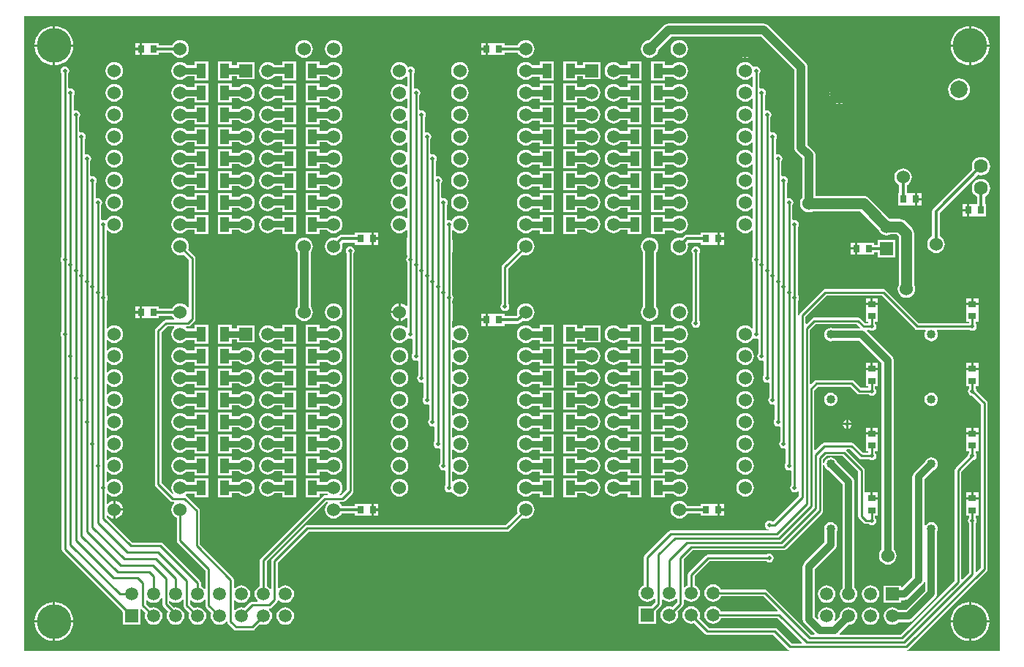
<source format=gbl>
%FSLAX43Y43*%
%MOMM*%
%SFA1B1*%

%IPPOS*%
%ADD12R,0.799998X0.899998*%
%ADD16R,0.899998X0.799998*%
%ADD19C,0.380999*%
%ADD20C,0.253999*%
%ADD21C,0.888998*%
%ADD22C,0.761998*%
%ADD24C,1.015998*%
%ADD25C,1.269997*%
%ADD28R,1.269997X1.269997*%
%ADD36R,2.031996X2.031996*%
%ADD38R,2.031996X2.158996*%
%ADD40R,2.793994X2.793994*%
%ADD54C,0.507999*%
%ADD55C,1.523997*%
%ADD56C,1.015998*%
%ADD57R,1.499997X1.499997*%
%ADD58C,1.499997*%
%ADD59R,1.499997X1.499997*%
%ADD60C,3.999992*%
%ADD61R,1.523997X1.523997*%
%ADD62R,1.999996X1.999996*%
%ADD63C,1.999996*%
%ADD64C,1.599997*%
%ADD65C,1.777996*%
%ADD66R,1.099998X1.699997*%
%ADD67R,2.412995X3.047994*%
%ADD68R,2.412995X2.539995*%
%ADD69R,1.897996X2.031996*%
%ADD70R,1.396997X1.396997*%
%ADD71R,2.285995X2.285995*%
%ADD72R,1.897996X2.023996*%
%ADD73R,1.897996X2.040996*%
%ADD74R,1.897996X2.214996*%
%LNlp_led_cube_8x8x8-1*%
%LPD*%
G36*
X138676Y46107D02*
X127972D01*
X127960Y46234*
X128037Y46249*
X128163Y46333*
X137180Y55350*
X137264Y55476*
X137293Y55625*
Y74802*
X137269Y74926*
X137264Y74951*
X137180Y75077*
X136018Y76238*
X135987Y76397*
X135896Y76532*
Y76750*
X136212*
Y78058*
Y78150*
Y78677*
X134804*
Y78150*
Y78058*
Y76750*
X135120*
Y76532*
X135029Y76397*
X134990Y76199*
X135029Y76001*
X135142Y75833*
X135310Y75720*
X135469Y75689*
X136517Y74641*
Y55786*
X136014Y55283*
X135896Y55332*
Y60880*
X135987Y61015*
X136026Y61213*
X135987Y61411*
X135896Y61546*
Y61764*
X136212*
Y63072*
Y63164*
Y63691*
X134804*
Y63164*
Y63072*
Y61764*
X135120*
Y61546*
X135029Y61411*
X134990Y61213*
X135029Y61015*
X135120Y60880*
Y55151*
X134363Y54394*
X134245Y54443*
Y66894*
X135547Y68196*
X135706Y68227*
X135874Y68340*
X135987Y68508*
X136026Y68706*
X135987Y68904*
X135896Y69039*
Y69257*
X136212*
Y70565*
Y70657*
Y71184*
X134804*
Y70657*
Y70565*
Y69257*
X135120*
Y69039*
X135029Y68904*
X134998Y68745*
X133582Y67330*
X133498Y67204*
X133469Y67055*
Y54262*
X127219Y48012*
X120193*
X120145Y48130*
X121168Y49153*
X121182Y49151*
X121445Y49186*
X121689Y49287*
X121898Y49448*
X122059Y49658*
X122161Y49902*
X122195Y50164*
X122161Y50426*
X122059Y50670*
X121898Y50880*
X121689Y51041*
X121445Y51142*
X121182Y51177*
X120920Y51142*
X120676Y51041*
X120466Y50880*
X120305Y50670*
X120204Y50426*
X120170Y50164*
X120172Y50150*
X119636Y49614*
X119531Y49685*
X119621Y49902*
X119655Y50164*
X119621Y50426*
X119519Y50670*
X119358Y50880*
X119149Y51041*
X118905Y51142*
X118642Y51177*
X118380Y51142*
X118136Y51041*
X117926Y50880*
X117765Y50670*
X117664Y50426*
X117630Y50164*
X117664Y49902*
X117682Y49858*
X117577Y49788*
X117290Y50075*
Y55587*
X119623Y57921*
X119735Y58067*
X119806Y58237*
X119830Y58419*
Y59983*
X119867Y60074*
X119894Y60273*
X119867Y60472*
X119791Y60657*
X119668Y60817*
X119509Y60939*
X119324Y61016*
X119125Y61042*
X118926Y61016*
X118741Y60939*
X118582Y60817*
X118459Y60657*
X118383Y60472*
X118356Y60273*
X118383Y60074*
X118420Y59983*
Y58711*
X116087Y56377*
X115975Y56231*
X115946Y56161*
X115904Y56061*
X115880Y55879*
Y49783*
X115904Y49601*
X115946Y49501*
X115975Y49431*
X116087Y49285*
X117242Y48130*
X117193Y48012*
X116873*
X111780Y53106*
X111654Y53190*
X111505Y53219*
X106436*
X106388Y53337*
X106227Y53547*
X106017Y53708*
X105773Y53809*
X105511Y53844*
X105248Y53809*
X105004Y53708*
X104795Y53547*
X104634Y53337*
X104532Y53093*
X104498Y52831*
X104532Y52569*
X104634Y52325*
X104795Y52115*
X105004Y51954*
X105248Y51853*
X105511Y51818*
X105773Y51853*
X106017Y51954*
X106227Y52115*
X106388Y52325*
X106436Y52443*
X111344*
X112990Y50797*
X112941Y50679*
X106436*
X106388Y50797*
X106227Y51007*
X106017Y51168*
X105773Y51269*
X105511Y51304*
X105248Y51269*
X105004Y51168*
X104795Y51007*
X104634Y50797*
X104532Y50553*
X104498Y50291*
X104532Y50029*
X104634Y49785*
X104795Y49575*
X105004Y49414*
X105248Y49313*
X105511Y49278*
X105773Y49313*
X106017Y49414*
X106227Y49575*
X106388Y49785*
X106436Y49903*
X112995*
X115784Y47114*
X115735Y46996*
X114587*
X112923Y48661*
X112797Y48745*
X112648Y48774*
X105037*
X103900Y49911*
X103949Y50029*
X103983Y50291*
X103949Y50553*
X103848Y50797*
X103687Y51007*
X103477Y51168*
X103233Y51269*
X102971Y51304*
X102709Y51269*
X102464Y51168*
X102255Y51007*
X102094Y50797*
X101992Y50553*
X101958Y50291*
X101992Y50029*
X102094Y49785*
X102255Y49575*
X102464Y49414*
X102709Y49313*
X102971Y49278*
X103233Y49313*
X103351Y49362*
X104601Y48111*
X104727Y48027*
X104876Y47998*
X112487*
X114151Y46333*
X114277Y46249*
X114302Y46244*
X114354Y46234*
X114342Y46107*
X25787*
Y119626*
X138676*
Y46107*
G37*
%LNlp_led_cube_8x8x8-2*%
%LPC*%
G36*
X129158Y77342D02*
X128792D01*
X128806Y77271*
X128919Y77103*
X129087Y76990*
X129158Y76976*
Y77342*
G37*
G36*
X89783Y78827D02*
X88175D01*
Y76619*
X89783*
Y77101*
X90670*
X90723Y77032*
X90933Y76871*
X91177Y76770*
X91439Y76736*
X91701Y76770*
X91945Y76871*
X92155Y77032*
X92316Y77242*
X92417Y77486*
X92452Y77748*
X92417Y78010*
X92316Y78255*
X92155Y78464*
X91945Y78625*
X91701Y78727*
X91439Y78761*
X91177Y78727*
X90933Y78625*
X90723Y78464*
X90670Y78396*
X89783*
Y78827*
G37*
G36*
X129158Y77962D02*
X129087Y77948D01*
X128919Y77835*
X128806Y77667*
X128792Y77596*
X129158*
Y77962*
G37*
G36*
X129778Y77342D02*
X129412D01*
Y76976*
X129483Y76990*
X129651Y77103*
X129764Y77271*
X129778Y77342*
G37*
G36*
X49778Y78827D02*
X48170D01*
Y76619*
X49778*
Y77101*
X50665*
X50718Y77032*
X50928Y76871*
X51172Y76770*
X51434Y76736*
X51696Y76770*
X51940Y76871*
X52150Y77032*
X52311Y77242*
X52412Y77486*
X52447Y77748*
X52412Y78010*
X52311Y78255*
X52150Y78464*
X51940Y78625*
X51696Y78727*
X51434Y78761*
X51172Y78727*
X50928Y78625*
X50718Y78464*
X50665Y78396*
X49778*
Y78827*
G37*
G36*
X69214Y78748D02*
X68949Y78713D01*
X68702Y78610*
X68489Y78448*
X68327Y78235*
X68224Y77988*
X68189Y77723*
X68224Y77458*
X68327Y77211*
X68489Y76998*
X68702Y76836*
X68949Y76733*
X69214Y76698*
X69479Y76733*
X69726Y76836*
X69939Y76998*
X70101Y77211*
X70204Y77458*
X70239Y77723*
X70204Y77988*
X70101Y78235*
X69939Y78448*
X69726Y78610*
X69479Y78713*
X69214Y78748*
G37*
G36*
X59938Y78827D02*
X58330D01*
Y76619*
X59938*
Y77076*
X60810*
X60869Y76998*
X61082Y76836*
X61329Y76733*
X61594Y76698*
X61859Y76733*
X62106Y76836*
X62319Y76998*
X62481Y77211*
X62584Y77458*
X62619Y77723*
X62584Y77988*
X62481Y78235*
X62319Y78448*
X62106Y78610*
X61859Y78713*
X61594Y78748*
X61329Y78713*
X61082Y78610*
X60869Y78448*
X60810Y78370*
X59938*
Y78827*
G37*
G36*
X109219Y78748D02*
X108954Y78713D01*
X108707Y78610*
X108494Y78448*
X108332Y78235*
X108229Y77988*
X108194Y77723*
X108229Y77458*
X108332Y77211*
X108494Y76998*
X108707Y76836*
X108954Y76733*
X109219Y76698*
X109484Y76733*
X109731Y76836*
X109944Y76998*
X110106Y77211*
X110209Y77458*
X110244Y77723*
X110209Y77988*
X110106Y78235*
X109944Y78448*
X109731Y78610*
X109484Y78713*
X109219Y78748*
G37*
G36*
X99943Y78827D02*
X98335D01*
Y76619*
X99943*
Y77076*
X100815*
X100874Y76998*
X101087Y76836*
X101334Y76733*
X101599Y76698*
X101864Y76733*
X102111Y76836*
X102324Y76998*
X102486Y77211*
X102589Y77458*
X102624Y77723*
X102589Y77988*
X102486Y78235*
X102324Y78448*
X102111Y78610*
X101864Y78713*
X101599Y78748*
X101334Y78713*
X101087Y78610*
X100874Y78448*
X100815Y78370*
X99943*
Y78827*
G37*
G36*
X129412Y77962D02*
Y77596D01*
X129778*
X129764Y77667*
X129651Y77835*
X129483Y77948*
X129412Y77962*
G37*
G36*
X124579Y79458D02*
X124002D01*
Y78931*
X124579*
Y79458*
G37*
G36*
X123748D02*
X123171D01*
Y78931*
X123748*
Y79458*
G37*
G36*
X136212D02*
X135635D01*
Y78931*
X136212*
Y79458*
G37*
G36*
X135381D02*
X134804D01*
Y78931*
X135381*
Y79458*
G37*
G36*
X57238Y78827D02*
X55630D01*
Y78396*
X54743*
X54690Y78464*
X54480Y78625*
X54236Y78727*
X53974Y78761*
X53712Y78727*
X53468Y78625*
X53258Y78464*
X53097Y78255*
X52996Y78010*
X52961Y77748*
X52996Y77486*
X53097Y77242*
X53258Y77032*
X53468Y76871*
X53712Y76770*
X53974Y76736*
X54236Y76770*
X54480Y76871*
X54690Y77032*
X54743Y77101*
X55630*
Y76619*
X57238*
Y78827*
G37*
G36*
X47078D02*
X45470D01*
Y78370*
X44598*
X44539Y78448*
X44326Y78610*
X44079Y78713*
X43814Y78748*
X43549Y78713*
X43302Y78610*
X43089Y78448*
X42927Y78235*
X42824Y77988*
X42789Y77723*
X42824Y77458*
X42927Y77211*
X43089Y76998*
X43302Y76836*
X43549Y76733*
X43814Y76698*
X44079Y76733*
X44326Y76836*
X44539Y76998*
X44598Y77076*
X45470*
Y76619*
X47078*
Y78827*
G37*
G36*
X59938Y81367D02*
X58330D01*
Y79159*
X59938*
Y79616*
X60810*
X60869Y79538*
X61082Y79376*
X61329Y79273*
X61594Y79238*
X61859Y79273*
X62106Y79376*
X62319Y79538*
X62481Y79751*
X62584Y79998*
X62619Y80263*
X62584Y80528*
X62481Y80775*
X62319Y80988*
X62106Y81150*
X61859Y81253*
X61594Y81288*
X61329Y81253*
X61082Y81150*
X60869Y80988*
X60810Y80910*
X59938*
Y81367*
G37*
G36*
X97243Y78827D02*
X95635D01*
Y78370*
X94767*
X94695Y78464*
X94485Y78625*
X94241Y78727*
X93979Y78761*
X93717Y78727*
X93473Y78625*
X93263Y78464*
X93102Y78255*
X93001Y78010*
X92966Y77748*
X93001Y77486*
X93102Y77242*
X93263Y77032*
X93473Y76871*
X93717Y76770*
X93979Y76736*
X94241Y76770*
X94485Y76871*
X94695Y77032*
X94728Y77076*
X95635*
Y76619*
X97243*
Y78827*
G37*
G36*
X87083D02*
X85475D01*
Y78370*
X84603*
X84544Y78448*
X84331Y78610*
X84084Y78713*
X83819Y78748*
X83554Y78713*
X83307Y78610*
X83094Y78448*
X82932Y78235*
X82829Y77988*
X82794Y77723*
X82829Y77458*
X82932Y77211*
X83094Y76998*
X83307Y76836*
X83554Y76733*
X83819Y76698*
X84084Y76733*
X84331Y76836*
X84544Y76998*
X84603Y77076*
X85475*
Y76619*
X87083*
Y78827*
G37*
G36*
X97243Y73747D02*
X95635D01*
Y73290*
X94767*
X94695Y73384*
X94485Y73545*
X94241Y73647*
X93979Y73681*
X93717Y73647*
X93473Y73545*
X93263Y73384*
X93102Y73175*
X93001Y72931*
X92966Y72668*
X93001Y72406*
X93102Y72162*
X93263Y71952*
X93473Y71791*
X93717Y71690*
X93979Y71656*
X94241Y71690*
X94485Y71791*
X94695Y71952*
X94728Y71996*
X95635*
Y71539*
X97243*
Y73747*
G37*
G36*
X87083D02*
X85475D01*
Y73290*
X84603*
X84544Y73368*
X84331Y73530*
X84084Y73633*
X83819Y73668*
X83554Y73633*
X83307Y73530*
X83094Y73368*
X82932Y73155*
X82829Y72908*
X82794Y72643*
X82829Y72378*
X82932Y72131*
X83094Y71918*
X83307Y71756*
X83554Y71653*
X83819Y71618*
X84084Y71653*
X84331Y71756*
X84544Y71918*
X84603Y71996*
X85475*
Y71539*
X87083*
Y73747*
G37*
G36*
X57238D02*
X55630D01*
Y73316*
X54743*
X54690Y73384*
X54480Y73545*
X54236Y73647*
X53974Y73681*
X53712Y73647*
X53468Y73545*
X53258Y73384*
X53097Y73175*
X52996Y72931*
X52961Y72668*
X52996Y72406*
X53097Y72162*
X53258Y71952*
X53468Y71791*
X53712Y71690*
X53974Y71656*
X54236Y71690*
X54480Y71791*
X54690Y71952*
X54743Y72021*
X55630*
Y71539*
X57238*
Y73747*
G37*
G36*
X69214Y76208D02*
X68949Y76173D01*
X68702Y76070*
X68489Y75908*
X68327Y75695*
X68224Y75448*
X68189Y75183*
X68224Y74918*
X68327Y74671*
X68489Y74458*
X68702Y74296*
X68949Y74193*
X69214Y74158*
X69479Y74193*
X69726Y74296*
X69939Y74458*
X70101Y74671*
X70204Y74918*
X70239Y75183*
X70204Y75448*
X70101Y75695*
X69939Y75908*
X69726Y76070*
X69479Y76173*
X69214Y76208*
G37*
G36*
X59938Y76287D02*
X58330D01*
Y74079*
X59938*
Y74536*
X60810*
X60869Y74458*
X61082Y74296*
X61329Y74193*
X61594Y74158*
X61859Y74193*
X62106Y74296*
X62319Y74458*
X62481Y74671*
X62584Y74918*
X62619Y75183*
X62584Y75448*
X62481Y75695*
X62319Y75908*
X62106Y76070*
X61859Y76173*
X61594Y76208*
X61329Y76173*
X61082Y76070*
X60869Y75908*
X60810Y75830*
X59938*
Y76287*
G37*
G36*
X121157Y72882D02*
Y72516D01*
X121523*
X121509Y72587*
X121396Y72755*
X121228Y72868*
X121157Y72882*
G37*
G36*
X120903D02*
X120832Y72868D01*
X120664Y72755*
X120551Y72587*
X120537Y72516*
X120903*
Y72882*
G37*
G36*
X132460D02*
X132389Y72868D01*
X132221Y72755*
X132108Y72587*
X132094Y72516*
X132460*
Y72882*
G37*
G36*
X47078Y73747D02*
X45470D01*
Y73290*
X44598*
X44539Y73368*
X44326Y73530*
X44079Y73633*
X43814Y73668*
X43549Y73633*
X43302Y73530*
X43089Y73368*
X42927Y73155*
X42824Y72908*
X42789Y72643*
X42824Y72378*
X42927Y72131*
X43089Y71918*
X43302Y71756*
X43549Y71653*
X43814Y71618*
X44079Y71653*
X44326Y71756*
X44539Y71918*
X44598Y71996*
X45470*
Y71539*
X47078*
Y73747*
G37*
G36*
X132714Y72882D02*
Y72516D01*
X133080*
X133066Y72587*
X132953Y72755*
X132785Y72868*
X132714Y72882*
G37*
G36*
X47078Y76287D02*
X45470D01*
Y75830*
X44598*
X44539Y75908*
X44326Y76070*
X44079Y76173*
X43814Y76208*
X43549Y76173*
X43302Y76070*
X43089Y75908*
X42927Y75695*
X42824Y75448*
X42789Y75183*
X42824Y74918*
X42927Y74671*
X43089Y74458*
X43302Y74296*
X43549Y74193*
X43814Y74158*
X44079Y74193*
X44326Y74296*
X44539Y74458*
X44598Y74536*
X45470*
Y74079*
X47078*
Y76287*
G37*
G36*
X130758Y76028D02*
X130559Y76002D01*
X130374Y75925*
X130215Y75803*
X130093Y75643*
X130016Y75458*
X129990Y75259*
X130016Y75060*
X130093Y74875*
X130215Y74716*
X130374Y74594*
X130559Y74517*
X130758Y74491*
X130957Y74517*
X131142Y74594*
X131302Y74716*
X131424Y74875*
X131501Y75060*
X131527Y75259*
X131501Y75458*
X131424Y75643*
X131302Y75803*
X131142Y75925*
X130957Y76002*
X130758Y76028*
G37*
G36*
X87083Y76287D02*
X85475D01*
Y75830*
X84603*
X84544Y75908*
X84331Y76070*
X84084Y76173*
X83819Y76208*
X83554Y76173*
X83307Y76070*
X83094Y75908*
X82932Y75695*
X82829Y75448*
X82794Y75183*
X82829Y74918*
X82932Y74671*
X83094Y74458*
X83307Y74296*
X83554Y74193*
X83819Y74158*
X84084Y74193*
X84331Y74296*
X84544Y74458*
X84603Y74536*
X85475*
Y74079*
X87083*
Y76287*
G37*
G36*
X57238D02*
X55630D01*
Y75856*
X54743*
X54690Y75924*
X54480Y76085*
X54236Y76187*
X53974Y76221*
X53712Y76187*
X53468Y76085*
X53258Y75924*
X53097Y75715*
X52996Y75470*
X52961Y75208*
X52996Y74946*
X53097Y74702*
X53258Y74492*
X53468Y74331*
X53712Y74230*
X53974Y74196*
X54236Y74230*
X54480Y74331*
X54690Y74492*
X54743Y74561*
X55630*
Y74079*
X57238*
Y76287*
G37*
G36*
X97243D02*
X95635D01*
Y75830*
X94767*
X94695Y75924*
X94485Y76085*
X94241Y76187*
X93979Y76221*
X93717Y76187*
X93473Y76085*
X93263Y75924*
X93102Y75715*
X93001Y75470*
X92966Y75208*
X93001Y74946*
X93102Y74702*
X93263Y74492*
X93473Y74331*
X93717Y74230*
X93979Y74196*
X94241Y74230*
X94485Y74331*
X94695Y74492*
X94728Y74536*
X95635*
Y74079*
X97243*
Y76287*
G37*
G36*
X109219Y76208D02*
X108954Y76173D01*
X108707Y76070*
X108494Y75908*
X108332Y75695*
X108229Y75448*
X108194Y75183*
X108229Y74918*
X108332Y74671*
X108494Y74458*
X108707Y74296*
X108954Y74193*
X109219Y74158*
X109484Y74193*
X109731Y74296*
X109944Y74458*
X110106Y74671*
X110209Y74918*
X110244Y75183*
X110209Y75448*
X110106Y75695*
X109944Y75908*
X109731Y76070*
X109484Y76173*
X109219Y76208*
G37*
G36*
X99943Y76287D02*
X98335D01*
Y74079*
X99943*
Y74536*
X100815*
X100874Y74458*
X101087Y74296*
X101334Y74193*
X101599Y74158*
X101864Y74193*
X102111Y74296*
X102324Y74458*
X102486Y74671*
X102589Y74918*
X102624Y75183*
X102589Y75448*
X102486Y75695*
X102324Y75908*
X102111Y76070*
X101864Y76173*
X101599Y76208*
X101334Y76173*
X101087Y76070*
X100874Y75908*
X100815Y75830*
X99943*
Y76287*
G37*
G36*
X49778D02*
X48170D01*
Y74079*
X49778*
Y74561*
X50665*
X50718Y74492*
X50928Y74331*
X51172Y74230*
X51434Y74196*
X51696Y74230*
X51940Y74331*
X52150Y74492*
X52311Y74702*
X52412Y74946*
X52447Y75208*
X52412Y75470*
X52311Y75715*
X52150Y75924*
X51940Y76085*
X51696Y76187*
X51434Y76221*
X51172Y76187*
X50928Y76085*
X50718Y75924*
X50665Y75856*
X49778*
Y76287*
G37*
G36*
X119125Y76028D02*
X118926Y76002D01*
X118741Y75925*
X118582Y75803*
X118459Y75643*
X118383Y75458*
X118356Y75259*
X118383Y75060*
X118459Y74875*
X118582Y74716*
X118741Y74594*
X118926Y74517*
X119125Y74491*
X119324Y74517*
X119509Y74594*
X119668Y74716*
X119791Y74875*
X119867Y75060*
X119894Y75259*
X119867Y75458*
X119791Y75643*
X119668Y75803*
X119509Y75925*
X119324Y76002*
X119125Y76028*
G37*
G36*
X89783Y76287D02*
X88175D01*
Y74079*
X89783*
Y74561*
X90670*
X90723Y74492*
X90933Y74331*
X91177Y74230*
X91439Y74196*
X91701Y74230*
X91945Y74331*
X92155Y74492*
X92316Y74702*
X92417Y74946*
X92452Y75208*
X92417Y75470*
X92316Y75715*
X92155Y75924*
X91945Y76085*
X91701Y76187*
X91439Y76221*
X91177Y76187*
X90933Y76085*
X90723Y75924*
X90670Y75856*
X89783*
Y76287*
G37*
G36*
X69214Y81288D02*
X68949Y81253D01*
X68702Y81150*
X68489Y80988*
X68327Y80775*
X68224Y80528*
X68189Y80263*
X68224Y79998*
X68327Y79751*
X68489Y79538*
X68702Y79376*
X68949Y79273*
X69214Y79238*
X69479Y79273*
X69726Y79376*
X69939Y79538*
X70101Y79751*
X70204Y79998*
X70239Y80263*
X70204Y80528*
X70101Y80775*
X69939Y80988*
X69726Y81150*
X69479Y81253*
X69214Y81288*
G37*
G36*
X39177Y85216D02*
X38650D01*
Y84639*
X39177*
Y85216*
G37*
G36*
X79182Y85158D02*
X78655D01*
Y84581*
X79182*
Y85158*
G37*
G36*
X83819Y86368D02*
X83554Y86333D01*
X83307Y86230*
X83094Y86068*
X82932Y85855*
X82829Y85608*
X82794Y85343*
X82829Y85078*
X82854Y85019*
X82742Y84907*
X81363*
Y85158*
X80055*
X79963*
X79436*
Y84454*
Y83750*
X79963*
X80055*
X81363*
Y84001*
X82930*
X83103Y84035*
X83250Y84134*
X83495Y84378*
X83554Y84353*
X83819Y84318*
X84084Y84353*
X84331Y84456*
X84544Y84618*
X84706Y84831*
X84809Y85078*
X84844Y85343*
X84809Y85608*
X84706Y85855*
X84544Y86068*
X84331Y86230*
X84084Y86333*
X83819Y86368*
G37*
G36*
X39177Y86047D02*
X38650D01*
Y85470*
X39177*
Y86047*
G37*
G36*
X37210Y86359D02*
X36321D01*
Y85470*
X37210*
Y86359*
G37*
G36*
Y85216D02*
X36321D01*
Y84327*
X37210*
Y85216*
G37*
G36*
X101599Y86368D02*
X101334Y86333D01*
X101087Y86230*
X100874Y86068*
X100712Y85855*
X100609Y85608*
X100574Y85343*
X100609Y85078*
X100712Y84831*
X100874Y84618*
X101087Y84456*
X101334Y84353*
X101599Y84318*
X101864Y84353*
X102111Y84456*
X102324Y84618*
X102486Y84831*
X102589Y85078*
X102624Y85343*
X102589Y85608*
X102486Y85855*
X102324Y86068*
X102111Y86230*
X101864Y86333*
X101599Y86368*
G37*
G36*
X77215Y85216D02*
X76326D01*
Y84327*
X77215*
Y85216*
G37*
G36*
X109092D02*
X108211D01*
X108229Y85078*
X108332Y84831*
X108494Y84618*
X108707Y84456*
X108954Y84353*
X109092Y84335*
Y85216*
G37*
G36*
X69087D02*
X68206D01*
X68224Y85078*
X68327Y84831*
X68489Y84618*
X68702Y84456*
X68949Y84353*
X69087Y84335*
Y85216*
G37*
G36*
X136212Y86951D02*
X135635D01*
Y86424*
X136212*
Y86951*
G37*
G36*
X135381D02*
X134804D01*
Y86424*
X135381*
Y86951*
G37*
G36*
X132587Y86994D02*
X132221D01*
X132235Y86923*
X132348Y86755*
X132516Y86642*
X132587Y86628*
Y86994*
G37*
G36*
X100329Y118751D02*
X100130Y118724D01*
X99945Y118648*
X99855Y118578*
X99786Y118525*
X98098Y116838*
X97905Y116813*
X97658Y116710*
X97445Y116548*
X97283Y116335*
X97180Y116088*
X97145Y115823*
X97180Y115558*
X97283Y115311*
X97445Y115098*
X97658Y114936*
X97905Y114833*
X98170Y114798*
X98435Y114833*
X98682Y114936*
X98895Y115098*
X99057Y115311*
X99160Y115558*
X99185Y115751*
X100647Y117213*
X111060*
X114927Y113346*
Y104393*
X114954Y104194*
X115008Y104063*
X115030Y104009*
X115153Y103850*
X115816Y103186*
Y98583*
X115698Y98428*
X115595Y98181*
X115560Y97916*
X115595Y97651*
X115698Y97404*
X115860Y97191*
X116073Y97029*
X116320Y96926*
X116585Y96891*
X116850Y96926*
X117075Y97019*
X122564*
X124644Y94939*
X124725Y94743*
X124886Y94533*
X125096Y94372*
X125340Y94271*
X125602Y94236*
X125864Y94271*
X126061Y94352*
X126755*
X126991Y94116*
Y88500*
X126898Y88275*
X126863Y88010*
X126898Y87745*
X127001Y87498*
X127163Y87285*
X127376Y87123*
X127623Y87020*
X127888Y86985*
X128153Y87020*
X128400Y87123*
X128613Y87285*
X128775Y87498*
X128878Y87745*
X128913Y88010*
X128878Y88275*
X128785Y88500*
Y94487*
X128754Y94719*
X128665Y94935*
X128522Y95121*
X127760Y95883*
X127574Y96026*
X127358Y96115*
X127126Y96146*
X126061*
X125912Y96207*
X123569Y98550*
X123383Y98693*
X123167Y98782*
X122935Y98813*
X117354*
Y103504*
X117330Y103680*
X117327Y103703*
X117289Y103796*
X117251Y103888*
X117128Y104047*
X116465Y104711*
Y113664*
X116438Y113863*
X116362Y114048*
X116239Y114207*
X111921Y118525*
X111762Y118648*
X111708Y118670*
X111577Y118724*
X111378Y118751*
X100329*
G37*
G36*
X133207Y86994D02*
X132841D01*
Y86628*
X132912Y86642*
X133080Y86755*
X133193Y86923*
X133207Y86994*
G37*
G36*
X77215Y86359D02*
X76326D01*
Y85470*
X77215*
Y86359*
G37*
G36*
X69087Y86351D02*
X68949Y86333D01*
X68702Y86230*
X68489Y86068*
X68327Y85855*
X68224Y85608*
X68206Y85470*
X69087*
Y86351*
G37*
G36*
X109092D02*
X108954Y86333D01*
X108707Y86230*
X108494Y86068*
X108332Y85855*
X108229Y85608*
X108211Y85470*
X109092*
Y86351*
G37*
G36*
X124579Y86951D02*
X124002D01*
Y86424*
X124579*
Y86951*
G37*
G36*
X123748D02*
X123171D01*
Y86424*
X123748*
Y86951*
G37*
G36*
X97243Y81367D02*
X95635D01*
Y80910*
X94767*
X94695Y81004*
X94485Y81165*
X94241Y81267*
X93979Y81301*
X93717Y81267*
X93473Y81165*
X93263Y81004*
X93102Y80795*
X93001Y80550*
X92966Y80288*
X93001Y80026*
X93102Y79782*
X93263Y79572*
X93473Y79411*
X93717Y79310*
X93979Y79276*
X94241Y79310*
X94485Y79411*
X94695Y79572*
X94728Y79616*
X95635*
Y79159*
X97243*
Y81367*
G37*
G36*
X87083D02*
X85475D01*
Y80910*
X84603*
X84544Y80988*
X84331Y81150*
X84084Y81253*
X83819Y81288*
X83554Y81253*
X83307Y81150*
X83094Y80988*
X82932Y80775*
X82829Y80528*
X82794Y80263*
X82829Y79998*
X82932Y79751*
X83094Y79538*
X83307Y79376*
X83554Y79273*
X83819Y79238*
X84084Y79273*
X84331Y79376*
X84544Y79538*
X84603Y79616*
X85475*
Y79159*
X87083*
Y81367*
G37*
G36*
X57238D02*
X55630D01*
Y80936*
X54743*
X54690Y81004*
X54480Y81165*
X54236Y81267*
X53974Y81301*
X53712Y81267*
X53468Y81165*
X53258Y81004*
X53097Y80795*
X52996Y80550*
X52961Y80288*
X52996Y80026*
X53097Y79782*
X53258Y79572*
X53468Y79411*
X53712Y79310*
X53974Y79276*
X54236Y79310*
X54480Y79411*
X54690Y79572*
X54743Y79641*
X55630*
Y79159*
X57238*
Y81367*
G37*
G36*
X99943Y83907D02*
X98335D01*
Y81699*
X99943*
Y82156*
X100815*
X100874Y82078*
X101087Y81916*
X101334Y81813*
X101599Y81778*
X101864Y81813*
X102111Y81916*
X102324Y82078*
X102486Y82291*
X102589Y82538*
X102624Y82803*
X102589Y83068*
X102486Y83315*
X102324Y83528*
X102111Y83690*
X101864Y83793*
X101599Y83828*
X101334Y83793*
X101087Y83690*
X100874Y83528*
X100815Y83450*
X99943*
Y83907*
G37*
G36*
X59938D02*
X58330D01*
Y81699*
X59938*
Y82156*
X60810*
X60869Y82078*
X61082Y81916*
X61329Y81813*
X61594Y81778*
X61859Y81813*
X62106Y81916*
X62319Y82078*
X62481Y82291*
X62584Y82538*
X62619Y82803*
X62584Y83068*
X62481Y83315*
X62319Y83528*
X62106Y83690*
X61859Y83793*
X61594Y83828*
X61329Y83793*
X61082Y83690*
X60869Y83528*
X60810Y83450*
X59938*
Y83907*
G37*
G36*
X109219Y81288D02*
X108954Y81253D01*
X108707Y81150*
X108494Y80988*
X108332Y80775*
X108229Y80528*
X108194Y80263*
X108229Y79998*
X108332Y79751*
X108494Y79538*
X108707Y79376*
X108954Y79273*
X109219Y79238*
X109484Y79273*
X109731Y79376*
X109944Y79538*
X110106Y79751*
X110209Y79998*
X110244Y80263*
X110209Y80528*
X110106Y80775*
X109944Y80988*
X109731Y81150*
X109484Y81253*
X109219Y81288*
G37*
G36*
X99943Y81367D02*
X98335D01*
Y79159*
X99943*
Y79616*
X100815*
X100874Y79538*
X101087Y79376*
X101334Y79273*
X101599Y79238*
X101864Y79273*
X102111Y79376*
X102324Y79538*
X102486Y79751*
X102589Y79998*
X102624Y80263*
X102589Y80528*
X102486Y80775*
X102324Y80988*
X102111Y81150*
X101864Y81253*
X101599Y81288*
X101334Y81253*
X101087Y81150*
X100874Y80988*
X100815Y80910*
X99943*
Y81367*
G37*
G36*
X49778D02*
X48170D01*
Y79159*
X49778*
Y79641*
X50665*
X50718Y79572*
X50928Y79411*
X51172Y79310*
X51434Y79276*
X51696Y79310*
X51940Y79411*
X52150Y79572*
X52311Y79782*
X52412Y80026*
X52447Y80288*
X52412Y80550*
X52311Y80795*
X52150Y81004*
X51940Y81165*
X51696Y81267*
X51434Y81301*
X51172Y81267*
X50928Y81165*
X50718Y81004*
X50665Y80936*
X49778*
Y81367*
G37*
G36*
X47078D02*
X45470D01*
Y80910*
X44598*
X44539Y80988*
X44326Y81150*
X44079Y81253*
X43814Y81288*
X43549Y81253*
X43302Y81150*
X43089Y80988*
X42927Y80775*
X42824Y80528*
X42789Y80263*
X42824Y79998*
X42927Y79751*
X43089Y79538*
X43302Y79376*
X43549Y79273*
X43814Y79238*
X44079Y79273*
X44326Y79376*
X44539Y79538*
X44598Y79616*
X45470*
Y79159*
X47078*
Y81367*
G37*
G36*
X89783D02*
X88175D01*
Y79159*
X89783*
Y79641*
X90670*
X90723Y79572*
X90933Y79411*
X91177Y79310*
X91439Y79276*
X91701Y79310*
X91945Y79411*
X92155Y79572*
X92316Y79782*
X92417Y80026*
X92452Y80288*
X92417Y80550*
X92316Y80795*
X92155Y81004*
X91945Y81165*
X91701Y81267*
X91439Y81301*
X91177Y81267*
X90933Y81165*
X90723Y81004*
X90670Y80936*
X89783*
Y81367*
G37*
G36*
X79182Y84327D02*
X78655D01*
Y83750*
X79182*
Y84327*
G37*
G36*
X103504Y92973D02*
X103306Y92934D01*
X103138Y92821*
X103025Y92653*
X102986Y92455*
X103025Y92257*
X103116Y92122*
Y84406*
X103025Y84271*
X102986Y84073*
X103025Y83875*
X103138Y83707*
X103306Y83594*
X103504Y83555*
X103702Y83594*
X103870Y83707*
X103983Y83875*
X104022Y84073*
X103983Y84271*
X103892Y84406*
Y92122*
X103983Y92257*
X104022Y92455*
X103983Y92653*
X103870Y92821*
X103702Y92934*
X103504Y92973*
G37*
G36*
X58165Y93988D02*
X57900Y93953D01*
X57653Y93850*
X57440Y93688*
X57278Y93475*
X57175Y93228*
X57140Y92963*
X57175Y92698*
X57278Y92451*
X57396Y92296*
Y86010*
X57278Y85855*
X57175Y85608*
X57140Y85343*
X57175Y85078*
X57278Y84831*
X57440Y84618*
X57653Y84456*
X57900Y84353*
X58165Y84318*
X58430Y84353*
X58677Y84456*
X58890Y84618*
X59052Y84831*
X59155Y85078*
X59190Y85343*
X59155Y85608*
X59052Y85855*
X58934Y86010*
Y92296*
X59052Y92451*
X59155Y92698*
X59190Y92963*
X59155Y93228*
X59052Y93475*
X58890Y93688*
X58677Y93850*
X58430Y93953*
X58165Y93988*
G37*
G36*
X98170D02*
X97905Y93953D01*
X97658Y93850*
X97445Y93688*
X97283Y93475*
X97180Y93228*
X97145Y92963*
X97180Y92698*
X97283Y92451*
X97401Y92296*
Y86010*
X97283Y85855*
X97180Y85608*
X97145Y85343*
X97180Y85078*
X97283Y84831*
X97445Y84618*
X97658Y84456*
X97905Y84353*
X98170Y84318*
X98435Y84353*
X98682Y84456*
X98895Y84618*
X99057Y84831*
X99160Y85078*
X99195Y85343*
X99160Y85608*
X99057Y85855*
X98939Y86010*
Y92296*
X99057Y92451*
X99160Y92698*
X99195Y92963*
X99160Y93228*
X99057Y93475*
X98895Y93688*
X98682Y93850*
X98435Y93953*
X98170Y93988*
G37*
G36*
X61594Y86368D02*
X61329Y86333D01*
X61082Y86230*
X60869Y86068*
X60707Y85855*
X60604Y85608*
X60569Y85343*
X60604Y85078*
X60707Y84831*
X60869Y84618*
X61082Y84456*
X61329Y84353*
X61594Y84318*
X61859Y84353*
X62106Y84456*
X62319Y84618*
X62481Y84831*
X62584Y85078*
X62619Y85343*
X62584Y85608*
X62481Y85855*
X62319Y86068*
X62106Y86230*
X61859Y86333*
X61594Y86368*
G37*
G36*
X89783Y83907D02*
X88175D01*
Y81699*
X89783*
Y82181*
X90435*
Y81824*
X92443*
Y83832*
X90435*
Y83476*
X89783*
Y83907*
G37*
G36*
X49778D02*
X48170D01*
Y81699*
X49778*
Y82181*
X50430*
Y81824*
X52438*
Y83832*
X50430*
Y83476*
X49778*
Y83907*
G37*
G36*
X87083D02*
X85475D01*
Y83450*
X84603*
X84544Y83528*
X84331Y83690*
X84084Y83793*
X83819Y83828*
X83554Y83793*
X83307Y83690*
X83094Y83528*
X82932Y83315*
X82829Y83068*
X82794Y82803*
X82829Y82538*
X82932Y82291*
X83094Y82078*
X83307Y81916*
X83554Y81813*
X83819Y81778*
X84084Y81813*
X84331Y81916*
X84544Y82078*
X84603Y82156*
X85475*
Y81699*
X87083*
Y83907*
G37*
G36*
X57238D02*
X55630D01*
Y83476*
X54743*
X54690Y83544*
X54480Y83705*
X54236Y83807*
X53974Y83841*
X53712Y83807*
X53468Y83705*
X53258Y83544*
X53097Y83335*
X52996Y83090*
X52961Y82828*
X52996Y82566*
X53097Y82322*
X53258Y82112*
X53468Y81951*
X53712Y81850*
X53974Y81816*
X54236Y81850*
X54480Y81951*
X54690Y82112*
X54743Y82181*
X55630*
Y81699*
X57238*
Y83907*
G37*
G36*
X97243D02*
X95635D01*
Y83450*
X94767*
X94695Y83544*
X94485Y83705*
X94241Y83807*
X93979Y83841*
X93717Y83807*
X93473Y83705*
X93263Y83544*
X93102Y83335*
X93001Y83090*
X92966Y82828*
X93001Y82566*
X93102Y82322*
X93263Y82112*
X93473Y81951*
X93717Y81850*
X93979Y81816*
X94241Y81850*
X94485Y81951*
X94695Y82112*
X94728Y82156*
X95635*
Y81699*
X97243*
Y83907*
G37*
G36*
X70230Y63499D02*
X69341D01*
Y62610*
X70230*
Y63499*
G37*
G36*
X69087D02*
X68198D01*
Y62610*
X69087*
Y63499*
G37*
G36*
X76072Y63491D02*
X75934Y63473D01*
X75687Y63370*
X75474Y63208*
X75312Y62995*
X75209Y62748*
X75191Y62610*
X76072*
Y63491*
G37*
G36*
X106763Y63187D02*
X106236D01*
Y62610*
X106763*
Y63187*
G37*
G36*
X76326Y63491D02*
Y62610D01*
X77207*
X77189Y62748*
X77086Y62995*
X76924Y63208*
X76711Y63370*
X76464Y63473*
X76326Y63491*
G37*
G36*
X66758Y62356D02*
X66231D01*
Y61779*
X66758*
Y62356*
G37*
G36*
X101599Y63508D02*
X101334Y63473D01*
X101087Y63370*
X100874Y63208*
X100712Y62995*
X100609Y62748*
X100574Y62483*
X100609Y62218*
X100712Y61971*
X100874Y61758*
X101087Y61596*
X101334Y61493*
X101599Y61458*
X101864Y61493*
X102111Y61596*
X102324Y61758*
X102486Y61971*
X102511Y62030*
X104055*
Y61779*
X105363*
X105455*
X105982*
Y62483*
Y63187*
X105455*
X105363*
X104055*
Y62936*
X102511*
X102486Y62995*
X102324Y63208*
X102111Y63370*
X101864Y63473*
X101599Y63508*
G37*
G36*
X106763Y62356D02*
X106236D01*
Y61779*
X106763*
Y62356*
G37*
G36*
X66758Y63187D02*
X66231D01*
Y62610*
X66758*
Y63187*
G37*
G36*
X36321Y63491D02*
Y62610D01*
X37202*
X37184Y62748*
X37081Y62995*
X36919Y63208*
X36706Y63370*
X36459Y63473*
X36321Y63491*
G37*
G36*
X99943Y66127D02*
X98335D01*
Y63919*
X99943*
Y64376*
X100815*
X100874Y64298*
X101087Y64136*
X101334Y64033*
X101599Y63998*
X101864Y64033*
X102111Y64136*
X102324Y64298*
X102486Y64511*
X102589Y64758*
X102624Y65023*
X102589Y65288*
X102486Y65535*
X102324Y65748*
X102111Y65910*
X101864Y66013*
X101599Y66048*
X101334Y66013*
X101087Y65910*
X100874Y65748*
X100815Y65670*
X99943*
Y66127*
G37*
G36*
X69214Y66048D02*
X68949Y66013D01*
X68702Y65910*
X68489Y65748*
X68327Y65535*
X68224Y65288*
X68189Y65023*
X68224Y64758*
X68327Y64511*
X68489Y64298*
X68702Y64136*
X68949Y64033*
X69214Y63998*
X69479Y64033*
X69726Y64136*
X69939Y64298*
X70101Y64511*
X70204Y64758*
X70239Y65023*
X70204Y65288*
X70101Y65535*
X69939Y65748*
X69726Y65910*
X69479Y66013*
X69214Y66048*
G37*
G36*
X109219D02*
X108954Y66013D01*
X108707Y65910*
X108494Y65748*
X108332Y65535*
X108229Y65288*
X108194Y65023*
X108229Y64758*
X108332Y64511*
X108494Y64298*
X108707Y64136*
X108954Y64033*
X109219Y63998*
X109484Y64033*
X109731Y64136*
X109944Y64298*
X110106Y64511*
X110209Y64758*
X110244Y65023*
X110209Y65288*
X110106Y65535*
X109944Y65748*
X109731Y65910*
X109484Y66013*
X109219Y66048*
G37*
G36*
X89783Y66127D02*
X88175D01*
Y63919*
X89783*
Y64401*
X90670*
X90723Y64332*
X90933Y64171*
X91177Y64070*
X91439Y64036*
X91701Y64070*
X91945Y64171*
X92155Y64332*
X92316Y64542*
X92417Y64786*
X92452Y65048*
X92417Y65311*
X92316Y65555*
X92155Y65764*
X91945Y65925*
X91701Y66027*
X91439Y66061*
X91177Y66027*
X90933Y65925*
X90723Y65764*
X90670Y65696*
X89783*
Y66127*
G37*
G36*
X49778D02*
X48170D01*
Y63919*
X49778*
Y64401*
X50665*
X50718Y64332*
X50928Y64171*
X51172Y64070*
X51434Y64036*
X51696Y64070*
X51940Y64171*
X52150Y64332*
X52311Y64542*
X52412Y64786*
X52447Y65048*
X52412Y65311*
X52311Y65555*
X52150Y65764*
X51940Y65925*
X51696Y66027*
X51434Y66061*
X51172Y66027*
X50928Y65925*
X50718Y65764*
X50665Y65696*
X49778*
Y66127*
G37*
G36*
X110235Y63499D02*
X109346D01*
Y62610*
X110235*
Y63499*
G37*
G36*
X109092D02*
X108203D01*
Y62610*
X109092*
Y63499*
G37*
G36*
X124579Y64472D02*
X124002D01*
Y63945*
X124579*
Y64472*
G37*
G36*
X136212D02*
X135635D01*
Y63945*
X136212*
Y64472*
G37*
G36*
X135381D02*
X134804D01*
Y63945*
X135381*
Y64472*
G37*
G36*
X29082Y51781D02*
X28767Y51750D01*
X28342Y51622*
X27951Y51412*
X27607Y51131*
X27326Y50787*
X27117Y50396*
X26988Y49971*
X26957Y49656*
X29082*
Y51781*
G37*
G36*
X123722Y51177D02*
X123460Y51142D01*
X123216Y51041*
X123006Y50880*
X122845Y50670*
X122744Y50426*
X122710Y50164*
X122744Y49902*
X122845Y49658*
X123006Y49448*
X123216Y49287*
X123460Y49186*
X123722Y49151*
X123984Y49186*
X124229Y49287*
X124438Y49448*
X124599Y49658*
X124701Y49902*
X124735Y50164*
X124701Y50426*
X124599Y50670*
X124438Y50880*
X124229Y51041*
X123984Y51142*
X123722Y51177*
G37*
G36*
X29336Y51781D02*
Y49656D01*
X31461*
X31430Y49971*
X31301Y50396*
X31092Y50787*
X30811Y51131*
X30467Y51412*
X30076Y51622*
X29651Y51750*
X29336Y51781*
G37*
G36*
X135381D02*
Y49656D01*
X137506*
X137475Y49971*
X137347Y50396*
X137137Y50787*
X136856Y51131*
X136512Y51412*
X136121Y51622*
X135696Y51750*
X135381Y51781*
G37*
G36*
X135127D02*
X134812Y51750D01*
X134387Y51622*
X133996Y51412*
X133652Y51131*
X133371Y50787*
X133162Y50396*
X133033Y49971*
X133002Y49656*
X135127*
Y51781*
G37*
G36*
X31461Y49402D02*
X29336D01*
Y47277*
X29651Y47308*
X30076Y47437*
X30467Y47646*
X30811Y47927*
X31092Y48271*
X31301Y48662*
X31430Y49087*
X31461Y49402*
G37*
G36*
X29082D02*
X26957D01*
X26988Y49087*
X27117Y48662*
X27326Y48271*
X27607Y47927*
X27951Y47646*
X28342Y47437*
X28767Y47308*
X29082Y47277*
Y49402*
G37*
G36*
X135127D02*
X133002D01*
X133033Y49087*
X133162Y48662*
X133371Y48271*
X133652Y47927*
X133996Y47646*
X134387Y47437*
X134812Y47308*
X135127Y47277*
Y49402*
G37*
G36*
X55981Y51177D02*
X55719Y51142D01*
X55474Y51041*
X55265Y50880*
X55104Y50670*
X55002Y50426*
X54968Y50164*
X55002Y49902*
X55104Y49658*
X55265Y49448*
X55474Y49287*
X55719Y49186*
X55981Y49151*
X56243Y49186*
X56487Y49287*
X56697Y49448*
X56858Y49658*
X56959Y49902*
X56993Y50164*
X56959Y50426*
X56858Y50670*
X56697Y50880*
X56487Y51041*
X56243Y51142*
X55981Y51177*
G37*
G36*
X137506Y49402D02*
X135381D01*
Y47277*
X135696Y47308*
X136121Y47437*
X136512Y47646*
X136856Y47927*
X137137Y48271*
X137347Y48662*
X137475Y49087*
X137506Y49402*
G37*
G36*
X110235Y62356D02*
X109346D01*
Y61467*
X110235*
Y62356*
G37*
G36*
X109092D02*
X108203D01*
Y61467*
X109092*
Y62356*
G37*
G36*
X37202D02*
X36321D01*
Y61475*
X36459Y61493*
X36706Y61596*
X36919Y61758*
X37081Y61971*
X37184Y62218*
X37202Y62356*
G37*
G36*
X77207D02*
X76326D01*
Y61475*
X76464Y61493*
X76711Y61596*
X76924Y61758*
X77086Y61971*
X77189Y62218*
X77207Y62356*
G37*
G36*
X76072D02*
X75191D01*
X75209Y62218*
X75312Y61971*
X75474Y61758*
X75687Y61596*
X75934Y61493*
X76072Y61475*
Y62356*
G37*
G36*
X118642Y53717D02*
X118380Y53682D01*
X118136Y53581*
X117926Y53420*
X117765Y53210*
X117664Y52966*
X117630Y52704*
X117664Y52442*
X117765Y52198*
X117926Y51988*
X118136Y51827*
X118380Y51726*
X118642Y51691*
X118905Y51726*
X119149Y51827*
X119358Y51988*
X119519Y52198*
X119621Y52442*
X119655Y52704*
X119621Y52966*
X119519Y53210*
X119358Y53420*
X119149Y53581*
X118905Y53682*
X118642Y53717*
G37*
G36*
X130758Y68535D02*
X130559Y68509D01*
X130374Y68432*
X130215Y68310*
X130093Y68150*
X130055Y68059*
X128787Y66791*
X128675Y66645*
X128646Y66575*
X128604Y66475*
X128580Y66293*
Y54647*
X127384Y53450*
X127266Y53499*
Y53708*
X125258*
Y51700*
X127266*
Y51999*
X127634*
X127816Y52023*
X127916Y52065*
X127986Y52094*
X128132Y52206*
X129783Y53857*
X129895Y54003*
X129929Y54085*
X130054Y54060*
Y53072*
X127863Y50881*
X126977*
X126769Y51041*
X126524Y51142*
X126262Y51177*
X126000Y51142*
X125756Y51041*
X125546Y50880*
X125385Y50670*
X125284Y50426*
X125250Y50164*
X125284Y49902*
X125385Y49658*
X125546Y49448*
X125756Y49287*
X126000Y49186*
X126262Y49151*
X126524Y49186*
X126769Y49287*
X126978Y49448*
X126997Y49472*
X128155*
X128337Y49496*
X128437Y49537*
X128507Y49567*
X128653Y49679*
X131256Y52282*
X131368Y52428*
X131439Y52598*
X131463Y52780*
Y59983*
X131501Y60074*
X131527Y60273*
X131501Y60472*
X131424Y60657*
X131302Y60817*
X131142Y60939*
X130957Y61016*
X130758Y61042*
X130559Y61016*
X130374Y60939*
X130215Y60817*
X130110Y60680*
X129990Y60721*
Y66001*
X131051Y67063*
X131142Y67101*
X131302Y67223*
X131424Y67382*
X131501Y67567*
X131527Y67766*
X131501Y67965*
X131424Y68150*
X131302Y68310*
X131142Y68432*
X130957Y68509*
X130758Y68535*
G37*
G36*
X123722Y53717D02*
X123460Y53682D01*
X123216Y53581*
X123006Y53420*
X122845Y53210*
X122744Y52966*
X122710Y52704*
X122744Y52442*
X122845Y52198*
X123006Y51988*
X123216Y51827*
X123460Y51726*
X123722Y51691*
X123984Y51726*
X124229Y51827*
X124438Y51988*
X124599Y52198*
X124701Y52442*
X124735Y52704*
X124701Y52966*
X124599Y53210*
X124438Y53420*
X124229Y53581*
X123984Y53682*
X123722Y53717*
G37*
G36*
X70230Y62356D02*
X69341D01*
Y61467*
X70230*
Y62356*
G37*
G36*
X69087D02*
X68198D01*
Y61467*
X69087*
Y62356*
G37*
G36*
X132460Y64769D02*
X132094D01*
X132108Y64698*
X132221Y64530*
X132389Y64417*
X132460Y64403*
Y64769*
G37*
G36*
X123748Y71965D02*
X123171D01*
Y71438*
X123748*
Y71965*
G37*
G36*
X57238Y71207D02*
X55630D01*
Y70776*
X54743*
X54690Y70844*
X54480Y71005*
X54236Y71107*
X53974Y71141*
X53712Y71107*
X53468Y71005*
X53258Y70844*
X53097Y70635*
X52996Y70391*
X52961Y70128*
X52996Y69866*
X53097Y69622*
X53258Y69412*
X53468Y69251*
X53712Y69150*
X53974Y69116*
X54236Y69150*
X54480Y69251*
X54690Y69412*
X54743Y69481*
X55630*
Y68999*
X57238*
Y71207*
G37*
G36*
X124579Y71965D02*
X124002D01*
Y71438*
X124579*
Y71965*
G37*
G36*
X136212D02*
X135635D01*
Y71438*
X136212*
Y71965*
G37*
G36*
X135381D02*
X134804D01*
Y71438*
X135381*
Y71965*
G37*
G36*
X89783Y71207D02*
X88175D01*
Y68999*
X89783*
Y69481*
X90670*
X90723Y69412*
X90933Y69251*
X91177Y69150*
X91439Y69116*
X91701Y69150*
X91945Y69251*
X92155Y69412*
X92316Y69622*
X92417Y69866*
X92452Y70128*
X92417Y70391*
X92316Y70635*
X92155Y70844*
X91945Y71005*
X91701Y71107*
X91439Y71141*
X91177Y71107*
X90933Y71005*
X90723Y70844*
X90670Y70776*
X89783*
Y71207*
G37*
G36*
X49778D02*
X48170D01*
Y68999*
X49778*
Y69481*
X50665*
X50718Y69412*
X50928Y69251*
X51172Y69150*
X51434Y69116*
X51696Y69150*
X51940Y69251*
X52150Y69412*
X52311Y69622*
X52412Y69866*
X52447Y70128*
X52412Y70391*
X52311Y70635*
X52150Y70844*
X51940Y71005*
X51696Y71107*
X51434Y71141*
X51172Y71107*
X50928Y71005*
X50718Y70844*
X50665Y70776*
X49778*
Y71207*
G37*
G36*
X47078D02*
X45470D01*
Y70750*
X44598*
X44539Y70828*
X44326Y70990*
X44079Y71093*
X43814Y71128*
X43549Y71093*
X43302Y70990*
X43089Y70828*
X42927Y70615*
X42824Y70368*
X42789Y70103*
X42824Y69838*
X42927Y69591*
X43089Y69378*
X43302Y69216*
X43549Y69113*
X43814Y69078*
X44079Y69113*
X44326Y69216*
X44539Y69378*
X44598Y69456*
X45470*
Y68999*
X47078*
Y71207*
G37*
G36*
X97243D02*
X95635D01*
Y70750*
X94767*
X94695Y70844*
X94485Y71005*
X94241Y71107*
X93979Y71141*
X93717Y71107*
X93473Y71005*
X93263Y70844*
X93102Y70635*
X93001Y70391*
X92966Y70128*
X93001Y69866*
X93102Y69622*
X93263Y69412*
X93473Y69251*
X93717Y69150*
X93979Y69116*
X94241Y69150*
X94485Y69251*
X94695Y69412*
X94728Y69456*
X95635*
Y68999*
X97243*
Y71207*
G37*
G36*
X87083D02*
X85475D01*
Y70750*
X84603*
X84544Y70828*
X84331Y70990*
X84084Y71093*
X83819Y71128*
X83554Y71093*
X83307Y70990*
X83094Y70828*
X82932Y70615*
X82829Y70368*
X82794Y70103*
X82829Y69838*
X82932Y69591*
X83094Y69378*
X83307Y69216*
X83554Y69113*
X83819Y69078*
X84084Y69113*
X84331Y69216*
X84544Y69378*
X84603Y69456*
X85475*
Y68999*
X87083*
Y71207*
G37*
G36*
X120903Y72262D02*
X120537D01*
X120551Y72191*
X120664Y72023*
X120832Y71910*
X120903Y71896*
Y72262*
G37*
G36*
X89783Y73747D02*
X88175D01*
Y71539*
X89783*
Y72021*
X90670*
X90723Y71952*
X90933Y71791*
X91177Y71690*
X91439Y71656*
X91701Y71690*
X91945Y71791*
X92155Y71952*
X92316Y72162*
X92417Y72406*
X92452Y72668*
X92417Y72931*
X92316Y73175*
X92155Y73384*
X91945Y73545*
X91701Y73647*
X91439Y73681*
X91177Y73647*
X90933Y73545*
X90723Y73384*
X90670Y73316*
X89783*
Y73747*
G37*
G36*
X121523Y72262D02*
X121157D01*
Y71896*
X121228Y71910*
X121396Y72023*
X121509Y72191*
X121523Y72262*
G37*
G36*
X133080D02*
X132714D01*
Y71896*
X132785Y71910*
X132953Y72023*
X133066Y72191*
X133080Y72262*
G37*
G36*
X132460D02*
X132094D01*
X132108Y72191*
X132221Y72023*
X132389Y71910*
X132460Y71896*
Y72262*
G37*
G36*
X69214Y73668D02*
X68949Y73633D01*
X68702Y73530*
X68489Y73368*
X68327Y73155*
X68224Y72908*
X68189Y72643*
X68224Y72378*
X68327Y72131*
X68489Y71918*
X68702Y71756*
X68949Y71653*
X69214Y71618*
X69479Y71653*
X69726Y71756*
X69939Y71918*
X70101Y72131*
X70204Y72378*
X70239Y72643*
X70204Y72908*
X70101Y73155*
X69939Y73368*
X69726Y73530*
X69479Y73633*
X69214Y73668*
G37*
G36*
X59938Y73747D02*
X58330D01*
Y71539*
X59938*
Y71996*
X60810*
X60869Y71918*
X61082Y71756*
X61329Y71653*
X61594Y71618*
X61859Y71653*
X62106Y71756*
X62319Y71918*
X62481Y72131*
X62584Y72378*
X62619Y72643*
X62584Y72908*
X62481Y73155*
X62319Y73368*
X62106Y73530*
X61859Y73633*
X61594Y73668*
X61329Y73633*
X61082Y73530*
X60869Y73368*
X60810Y73290*
X59938*
Y73747*
G37*
G36*
X99943D02*
X98335D01*
Y71539*
X99943*
Y71996*
X100815*
X100874Y71918*
X101087Y71756*
X101334Y71653*
X101599Y71618*
X101864Y71653*
X102111Y71756*
X102324Y71918*
X102486Y72131*
X102589Y72378*
X102624Y72643*
X102589Y72908*
X102486Y73155*
X102324Y73368*
X102111Y73530*
X101864Y73633*
X101599Y73668*
X101334Y73633*
X101087Y73530*
X100874Y73368*
X100815Y73290*
X99943*
Y73747*
G37*
G36*
X49778D02*
X48170D01*
Y71539*
X49778*
Y72021*
X50665*
X50718Y71952*
X50928Y71791*
X51172Y71690*
X51434Y71656*
X51696Y71690*
X51940Y71791*
X52150Y71952*
X52311Y72162*
X52412Y72406*
X52447Y72668*
X52412Y72931*
X52311Y73175*
X52150Y73384*
X51940Y73545*
X51696Y73647*
X51434Y73681*
X51172Y73647*
X50928Y73545*
X50718Y73384*
X50665Y73316*
X49778*
Y73747*
G37*
G36*
X109219Y73668D02*
X108954Y73633D01*
X108707Y73530*
X108494Y73368*
X108332Y73155*
X108229Y72908*
X108194Y72643*
X108229Y72378*
X108332Y72131*
X108494Y71918*
X108707Y71756*
X108954Y71653*
X109219Y71618*
X109484Y71653*
X109731Y71756*
X109944Y71918*
X110106Y72131*
X110209Y72378*
X110244Y72643*
X110209Y72908*
X110106Y73155*
X109944Y73368*
X109731Y73530*
X109484Y73633*
X109219Y73668*
G37*
G36*
X59938Y68667D02*
X58330D01*
Y66459*
X59938*
Y66916*
X60810*
X60869Y66838*
X61082Y66676*
X61329Y66573*
X61594Y66538*
X61859Y66573*
X62106Y66676*
X62319Y66838*
X62481Y67051*
X62584Y67298*
X62619Y67563*
X62584Y67828*
X62481Y68075*
X62319Y68288*
X62106Y68450*
X61859Y68553*
X61594Y68588*
X61329Y68553*
X61082Y68450*
X60869Y68288*
X60810Y68210*
X59938*
Y68667*
G37*
G36*
X57238Y66127D02*
X55630D01*
Y65696*
X54743*
X54690Y65764*
X54480Y65925*
X54236Y66027*
X53974Y66061*
X53712Y66027*
X53468Y65925*
X53258Y65764*
X53097Y65555*
X52996Y65311*
X52961Y65048*
X52996Y64786*
X53097Y64542*
X53258Y64332*
X53468Y64171*
X53712Y64070*
X53974Y64036*
X54236Y64070*
X54480Y64171*
X54690Y64332*
X54743Y64401*
X55630*
Y63919*
X57238*
Y66127*
G37*
G36*
X69214Y68588D02*
X68949Y68553D01*
X68702Y68450*
X68489Y68288*
X68327Y68075*
X68224Y67828*
X68189Y67563*
X68224Y67298*
X68327Y67051*
X68489Y66838*
X68702Y66676*
X68949Y66573*
X69214Y66538*
X69479Y66573*
X69726Y66676*
X69939Y66838*
X70101Y67051*
X70204Y67298*
X70239Y67563*
X70204Y67828*
X70101Y68075*
X69939Y68288*
X69726Y68450*
X69479Y68553*
X69214Y68588*
G37*
G36*
X109219D02*
X108954Y68553D01*
X108707Y68450*
X108494Y68288*
X108332Y68075*
X108229Y67828*
X108194Y67563*
X108229Y67298*
X108332Y67051*
X108494Y66838*
X108707Y66676*
X108954Y66573*
X109219Y66538*
X109484Y66573*
X109731Y66676*
X109944Y66838*
X110106Y67051*
X110209Y67298*
X110244Y67563*
X110209Y67828*
X110106Y68075*
X109944Y68288*
X109731Y68450*
X109484Y68553*
X109219Y68588*
G37*
G36*
X99943Y68667D02*
X98335D01*
Y66459*
X99943*
Y66916*
X100815*
X100874Y66838*
X101087Y66676*
X101334Y66573*
X101599Y66538*
X101864Y66573*
X102111Y66676*
X102324Y66838*
X102486Y67051*
X102589Y67298*
X102624Y67563*
X102589Y67828*
X102486Y68075*
X102324Y68288*
X102111Y68450*
X101864Y68553*
X101599Y68588*
X101334Y68553*
X101087Y68450*
X100874Y68288*
X100815Y68210*
X99943*
Y68667*
G37*
G36*
X132460Y65389D02*
X132389Y65375D01*
X132221Y65262*
X132108Y65094*
X132094Y65023*
X132460*
Y65389*
G37*
G36*
X133080Y64769D02*
X132714D01*
Y64403*
X132785Y64417*
X132953Y64530*
X133066Y64698*
X133080Y64769*
G37*
G36*
X132714Y65389D02*
Y65023D01*
X133080*
X133066Y65094*
X132953Y65262*
X132785Y65375*
X132714Y65389*
G37*
G36*
X97243Y66127D02*
X95635D01*
Y65670*
X94767*
X94695Y65764*
X94485Y65925*
X94241Y66027*
X93979Y66061*
X93717Y66027*
X93473Y65925*
X93263Y65764*
X93102Y65555*
X93001Y65311*
X92966Y65048*
X93001Y64786*
X93102Y64542*
X93263Y64332*
X93473Y64171*
X93717Y64070*
X93979Y64036*
X94241Y64070*
X94485Y64171*
X94695Y64332*
X94728Y64376*
X95635*
Y63919*
X97243*
Y66127*
G37*
G36*
X87083D02*
X85475D01*
Y65670*
X84603*
X84544Y65748*
X84331Y65910*
X84084Y66013*
X83819Y66048*
X83554Y66013*
X83307Y65910*
X83094Y65748*
X82932Y65535*
X82829Y65288*
X82794Y65023*
X82829Y64758*
X82932Y64511*
X83094Y64298*
X83307Y64136*
X83554Y64033*
X83819Y63998*
X84084Y64033*
X84331Y64136*
X84544Y64298*
X84603Y64376*
X85475*
Y63919*
X87083*
Y66127*
G37*
G36*
X59938Y71207D02*
X58330D01*
Y68999*
X59938*
Y69456*
X60810*
X60869Y69378*
X61082Y69216*
X61329Y69113*
X61594Y69078*
X61859Y69113*
X62106Y69216*
X62319Y69378*
X62481Y69591*
X62584Y69838*
X62619Y70103*
X62584Y70368*
X62481Y70615*
X62319Y70828*
X62106Y70990*
X61859Y71093*
X61594Y71128*
X61329Y71093*
X61082Y70990*
X60869Y70828*
X60810Y70750*
X59938*
Y71207*
G37*
G36*
X57238Y68667D02*
X55630D01*
Y68236*
X54743*
X54690Y68304*
X54480Y68465*
X54236Y68567*
X53974Y68601*
X53712Y68567*
X53468Y68465*
X53258Y68304*
X53097Y68095*
X52996Y67851*
X52961Y67588*
X52996Y67326*
X53097Y67082*
X53258Y66872*
X53468Y66711*
X53712Y66610*
X53974Y66576*
X54236Y66610*
X54480Y66711*
X54690Y66872*
X54743Y66941*
X55630*
Y66459*
X57238*
Y68667*
G37*
G36*
X69214Y71128D02*
X68949Y71093D01*
X68702Y70990*
X68489Y70828*
X68327Y70615*
X68224Y70368*
X68189Y70103*
X68224Y69838*
X68327Y69591*
X68489Y69378*
X68702Y69216*
X68949Y69113*
X69214Y69078*
X69479Y69113*
X69726Y69216*
X69939Y69378*
X70101Y69591*
X70204Y69838*
X70239Y70103*
X70204Y70368*
X70101Y70615*
X69939Y70828*
X69726Y70990*
X69479Y71093*
X69214Y71128*
G37*
G36*
X109219D02*
X108954Y71093D01*
X108707Y70990*
X108494Y70828*
X108332Y70615*
X108229Y70368*
X108194Y70103*
X108229Y69838*
X108332Y69591*
X108494Y69378*
X108707Y69216*
X108954Y69113*
X109219Y69078*
X109484Y69113*
X109731Y69216*
X109944Y69378*
X110106Y69591*
X110209Y69838*
X110244Y70103*
X110209Y70368*
X110106Y70615*
X109944Y70828*
X109731Y70990*
X109484Y71093*
X109219Y71128*
G37*
G36*
X99943Y71207D02*
X98335D01*
Y68999*
X99943*
Y69456*
X100815*
X100874Y69378*
X101087Y69216*
X101334Y69113*
X101599Y69078*
X101864Y69113*
X102111Y69216*
X102324Y69378*
X102486Y69591*
X102589Y69838*
X102624Y70103*
X102589Y70368*
X102486Y70615*
X102324Y70828*
X102111Y70990*
X101864Y71093*
X101599Y71128*
X101334Y71093*
X101087Y70990*
X100874Y70828*
X100815Y70750*
X99943*
Y71207*
G37*
G36*
X89783Y68667D02*
X88175D01*
Y66459*
X89783*
Y66941*
X90670*
X90723Y66872*
X90933Y66711*
X91177Y66610*
X91439Y66576*
X91701Y66610*
X91945Y66711*
X92155Y66872*
X92316Y67082*
X92417Y67326*
X92452Y67588*
X92417Y67851*
X92316Y68095*
X92155Y68304*
X91945Y68465*
X91701Y68567*
X91439Y68601*
X91177Y68567*
X90933Y68465*
X90723Y68304*
X90670Y68236*
X89783*
Y68667*
G37*
G36*
X49778D02*
X48170D01*
Y66459*
X49778*
Y66941*
X50665*
X50718Y66872*
X50928Y66711*
X51172Y66610*
X51434Y66576*
X51696Y66610*
X51940Y66711*
X52150Y66872*
X52311Y67082*
X52412Y67326*
X52447Y67588*
X52412Y67851*
X52311Y68095*
X52150Y68304*
X51940Y68465*
X51696Y68567*
X51434Y68601*
X51172Y68567*
X50928Y68465*
X50718Y68304*
X50665Y68236*
X49778*
Y68667*
G37*
G36*
X47078D02*
X45470D01*
Y68210*
X44598*
X44539Y68288*
X44326Y68450*
X44079Y68553*
X43814Y68588*
X43549Y68553*
X43302Y68450*
X43089Y68288*
X42927Y68075*
X42824Y67828*
X42789Y67563*
X42824Y67298*
X42927Y67051*
X43089Y66838*
X43302Y66676*
X43549Y66573*
X43814Y66538*
X44079Y66573*
X44326Y66676*
X44539Y66838*
X44598Y66916*
X45470*
Y66459*
X47078*
Y68667*
G37*
G36*
X97243D02*
X95635D01*
Y68210*
X94767*
X94695Y68304*
X94485Y68465*
X94241Y68567*
X93979Y68601*
X93717Y68567*
X93473Y68465*
X93263Y68304*
X93102Y68095*
X93001Y67851*
X92966Y67588*
X93001Y67326*
X93102Y67082*
X93263Y66872*
X93473Y66711*
X93717Y66610*
X93979Y66576*
X94241Y66610*
X94485Y66711*
X94695Y66872*
X94728Y66916*
X95635*
Y66459*
X97243*
Y68667*
G37*
G36*
X87083D02*
X85475D01*
Y68210*
X84603*
X84544Y68288*
X84331Y68450*
X84084Y68553*
X83819Y68588*
X83554Y68553*
X83307Y68450*
X83094Y68288*
X82932Y68075*
X82829Y67828*
X82794Y67563*
X82829Y67298*
X82932Y67051*
X83094Y66838*
X83307Y66676*
X83554Y66573*
X83819Y66538*
X84084Y66573*
X84331Y66676*
X84544Y66838*
X84603Y66916*
X85475*
Y66459*
X87083*
Y68667*
G37*
G36*
X99943Y111847D02*
X98335D01*
Y109639*
X99943*
Y110096*
X100815*
X100874Y110018*
X101087Y109856*
X101334Y109753*
X101599Y109718*
X101864Y109753*
X102111Y109856*
X102324Y110018*
X102486Y110231*
X102589Y110478*
X102624Y110743*
X102589Y111008*
X102486Y111255*
X102324Y111468*
X102111Y111630*
X101864Y111733*
X101599Y111768*
X101334Y111733*
X101087Y111630*
X100874Y111468*
X100815Y111390*
X99943*
Y111847*
G37*
G36*
X76199Y111768D02*
X75934Y111733D01*
X75687Y111630*
X75474Y111468*
X75312Y111255*
X75209Y111008*
X75174Y110743*
X75209Y110478*
X75312Y110231*
X75474Y110018*
X75687Y109856*
X75934Y109753*
X76199Y109718*
X76464Y109753*
X76711Y109856*
X76924Y110018*
X77086Y110231*
X77189Y110478*
X77224Y110743*
X77189Y111008*
X77086Y111255*
X76924Y111468*
X76711Y111630*
X76464Y111733*
X76199Y111768*
G37*
G36*
X49778Y111847D02*
X48170D01*
Y109639*
X49778*
Y110121*
X50665*
X50718Y110052*
X50928Y109891*
X51172Y109790*
X51434Y109756*
X51696Y109790*
X51940Y109891*
X52150Y110052*
X52311Y110262*
X52412Y110506*
X52447Y110768*
X52412Y111031*
X52311Y111275*
X52150Y111484*
X51940Y111645*
X51696Y111747*
X51434Y111781*
X51172Y111747*
X50928Y111645*
X50718Y111484*
X50665Y111416*
X49778*
Y111847*
G37*
G36*
X133984Y112389D02*
X133657Y112346D01*
X133352Y112219*
X133090Y112018*
X132889Y111756*
X132762Y111451*
X132719Y111124*
X132762Y110797*
X132889Y110492*
X133090Y110230*
X133352Y110029*
X133657Y109902*
X133984Y109859*
X134311Y109902*
X134616Y110029*
X134878Y110230*
X135079Y110492*
X135206Y110797*
X135249Y111124*
X135206Y111451*
X135079Y111756*
X134878Y112018*
X134616Y112219*
X134311Y112346*
X133984Y112389*
G37*
G36*
X89783Y111847D02*
X88175D01*
Y109639*
X89783*
Y110121*
X90670*
X90723Y110052*
X90933Y109891*
X91177Y109790*
X91439Y109756*
X91701Y109790*
X91945Y109891*
X92155Y110052*
X92316Y110262*
X92417Y110506*
X92452Y110768*
X92417Y111031*
X92316Y111275*
X92155Y111484*
X91945Y111645*
X91701Y111747*
X91439Y111781*
X91177Y111747*
X90933Y111645*
X90723Y111484*
X90670Y111416*
X89783*
Y111847*
G37*
G36*
X120014Y110489D02*
X119005D01*
X119027Y110318*
X119143Y110040*
X119326Y109801*
X119565Y109618*
X119843Y109502*
X120014Y109480*
Y110489*
G37*
G36*
X57238Y109307D02*
X55630D01*
Y108901*
X54723*
X54690Y108944*
X54480Y109105*
X54236Y109207*
X53974Y109241*
X53712Y109207*
X53468Y109105*
X53258Y108944*
X53097Y108735*
X52996Y108491*
X52961Y108228*
X52996Y107966*
X53097Y107722*
X53258Y107512*
X53468Y107351*
X53712Y107250*
X53974Y107216*
X54236Y107250*
X54480Y107351*
X54690Y107512*
X54762Y107606*
X55630*
Y107099*
X57238*
Y109307*
G37*
G36*
X121277Y110489D02*
X120268D01*
Y109480*
X120439Y109502*
X120717Y109618*
X120956Y109801*
X121139Y110040*
X121255Y110318*
X121277Y110489*
G37*
G36*
X59938Y111847D02*
X58330D01*
Y109639*
X59938*
Y110121*
X60791*
X60869Y110018*
X61082Y109856*
X61329Y109753*
X61594Y109718*
X61859Y109753*
X62106Y109856*
X62319Y110018*
X62481Y110231*
X62584Y110478*
X62619Y110743*
X62584Y111008*
X62481Y111255*
X62319Y111468*
X62106Y111630*
X61859Y111733*
X61594Y111768*
X61329Y111733*
X61082Y111630*
X60869Y111468*
X60830Y111416*
X59938*
Y111847*
G37*
G36*
X36194Y111768D02*
X35929Y111733D01*
X35682Y111630*
X35469Y111468*
X35307Y111255*
X35204Y111008*
X35169Y110743*
X35204Y110478*
X35307Y110231*
X35469Y110018*
X35682Y109856*
X35929Y109753*
X36194Y109718*
X36459Y109753*
X36706Y109856*
X36919Y110018*
X37081Y110231*
X37184Y110478*
X37219Y110743*
X37184Y111008*
X37081Y111255*
X36919Y111468*
X36706Y111630*
X36459Y111733*
X36194Y111768*
G37*
G36*
X109219Y114308D02*
X108954Y114273D01*
X108707Y114170*
X108494Y114008*
X108332Y113795*
X108229Y113548*
X108194Y113283*
X108229Y113018*
X108332Y112771*
X108494Y112558*
X108707Y112396*
X108954Y112293*
X109219Y112258*
X109484Y112293*
X109731Y112396*
X109944Y112558*
X109980Y112606*
X110101Y112565*
Y111461*
X109980Y111420*
X109944Y111468*
X109731Y111630*
X109484Y111733*
X109219Y111768*
X108954Y111733*
X108707Y111630*
X108494Y111468*
X108332Y111255*
X108229Y111008*
X108194Y110743*
X108229Y110478*
X108332Y110231*
X108494Y110018*
X108707Y109856*
X108954Y109753*
X109219Y109718*
X109484Y109753*
X109731Y109856*
X109944Y110018*
X109980Y110066*
X110101Y110025*
Y108921*
X109980Y108880*
X109944Y108928*
X109731Y109090*
X109484Y109193*
X109219Y109228*
X108954Y109193*
X108707Y109090*
X108494Y108928*
X108332Y108715*
X108229Y108468*
X108194Y108203*
X108229Y107938*
X108332Y107691*
X108494Y107478*
X108707Y107316*
X108954Y107213*
X109219Y107178*
X109484Y107213*
X109731Y107316*
X109944Y107478*
X109980Y107526*
X110101Y107485*
Y106381*
X109980Y106340*
X109944Y106388*
X109731Y106550*
X109484Y106653*
X109219Y106688*
X108954Y106653*
X108707Y106550*
X108494Y106388*
X108332Y106175*
X108229Y105928*
X108194Y105663*
X108229Y105398*
X108332Y105151*
X108494Y104938*
X108707Y104776*
X108954Y104673*
X109219Y104638*
X109484Y104673*
X109731Y104776*
X109944Y104938*
X109980Y104986*
X110101Y104945*
Y103841*
X109980Y103800*
X109944Y103848*
X109731Y104010*
X109484Y104113*
X109219Y104148*
X108954Y104113*
X108707Y104010*
X108494Y103848*
X108332Y103635*
X108229Y103388*
X108194Y103123*
X108229Y102858*
X108332Y102611*
X108494Y102398*
X108707Y102236*
X108954Y102133*
X109219Y102098*
X109484Y102133*
X109731Y102236*
X109944Y102398*
X109980Y102446*
X110101Y102405*
Y101301*
X109980Y101260*
X109944Y101308*
X109731Y101470*
X109484Y101573*
X109219Y101608*
X108954Y101573*
X108707Y101470*
X108494Y101308*
X108332Y101095*
X108229Y100848*
X108194Y100583*
X108229Y100318*
X108332Y100071*
X108494Y99858*
X108707Y99696*
X108954Y99593*
X109219Y99558*
X109484Y99593*
X109731Y99696*
X109944Y99858*
X109980Y99906*
X110101Y99865*
Y98761*
X109980Y98720*
X109944Y98768*
X109731Y98930*
X109484Y99033*
X109219Y99068*
X108954Y99033*
X108707Y98930*
X108494Y98768*
X108332Y98555*
X108229Y98308*
X108194Y98043*
X108229Y97778*
X108332Y97531*
X108494Y97318*
X108707Y97156*
X108954Y97053*
X109219Y97018*
X109484Y97053*
X109731Y97156*
X109944Y97318*
X109980Y97366*
X110101Y97325*
Y96221*
X109980Y96180*
X109944Y96228*
X109731Y96390*
X109484Y96493*
X109219Y96528*
X108954Y96493*
X108707Y96390*
X108494Y96228*
X108332Y96015*
X108229Y95768*
X108194Y95503*
X108229Y95238*
X108332Y94991*
X108494Y94778*
X108707Y94616*
X108954Y94513*
X109219Y94478*
X109484Y94513*
X109731Y94616*
X109944Y94778*
X109980Y94826*
X110101Y94785*
Y93979*
X109346*
Y92963*
Y91947*
X110101*
Y91772*
X110010Y91637*
X109971Y91439*
X110010Y91241*
X110101Y91106*
Y86061*
X109980Y86020*
X109944Y86068*
X109731Y86230*
X109484Y86333*
X109346Y86351*
Y85343*
Y84335*
X109484Y84353*
X109731Y84456*
X109944Y84618*
X109980Y84666*
X110101Y84625*
Y83521*
X109980Y83480*
X109944Y83528*
X109731Y83690*
X109484Y83793*
X109219Y83828*
X108954Y83793*
X108707Y83690*
X108494Y83528*
X108332Y83315*
X108229Y83068*
X108194Y82803*
X108229Y82538*
X108332Y82291*
X108494Y82078*
X108707Y81916*
X108954Y81813*
X109219Y81778*
X109484Y81813*
X109731Y81916*
X109944Y82078*
X110106Y82291*
X110119Y82321*
X110241Y82358*
X110291Y82324*
X110489Y82285*
X110637Y82315*
X110736Y82234*
Y80596*
X110645Y80461*
X110606Y80263*
X110645Y80065*
X110758Y79897*
X110926Y79784*
X111124Y79745*
X111272Y79775*
X111371Y79694*
Y78056*
X111280Y77921*
X111241Y77723*
X111280Y77525*
X111393Y77357*
X111561Y77244*
X111759Y77205*
X111907Y77235*
X112006Y77154*
Y75516*
X111915Y75381*
X111876Y75183*
X111915Y74985*
X112028Y74817*
X112196Y74704*
X112394Y74665*
X112542Y74695*
X112641Y74614*
Y72976*
X112550Y72841*
X112511Y72643*
X112550Y72445*
X112663Y72277*
X112831Y72164*
X113029Y72125*
X113177Y72155*
X113276Y72074*
Y70436*
X113185Y70301*
X113146Y70103*
X113185Y69905*
X113298Y69737*
X113466Y69624*
X113664Y69585*
X113812Y69615*
X113911Y69534*
Y67896*
X113820Y67761*
X113781Y67563*
X113820Y67365*
X113933Y67197*
X114101Y67084*
X114299Y67045*
X114447Y67075*
X114546Y66994*
Y65356*
X114455Y65221*
X114416Y65023*
X114455Y64825*
X114568Y64657*
X114736Y64544*
X114934Y64505*
X115132Y64544*
X115300Y64657*
X115313Y64676*
X115435Y64639*
Y64041*
X112487Y61093*
X112346*
X112211Y61184*
X112013Y61223*
X111815Y61184*
X111647Y61071*
X111534Y60903*
X111495Y60705*
X111534Y60507*
X111647Y60339*
X111815Y60226*
X111929Y60204*
X111916Y60077*
X100583*
X100434Y60048*
X100308Y59964*
X97616Y57271*
X97532Y57145*
X97502Y56997*
Y53757*
X97384Y53708*
X97175Y53547*
X97014Y53337*
X96912Y53093*
X96878Y52831*
X96912Y52569*
X97014Y52325*
X97175Y52115*
X97384Y51954*
X97629Y51853*
X97891Y51818*
X98153Y51853*
X98397Y51954*
X98607Y52115*
X98677Y52207*
X98798Y52166*
Y51747*
X98345Y51295*
X96887*
Y49287*
X98895*
Y50746*
X99461Y51312*
X99545Y51438*
X99574Y51586*
Y52100*
X99695Y52141*
X99715Y52115*
X99924Y51954*
X100169Y51853*
X100431Y51818*
X100693Y51853*
X100937Y51954*
X101147Y52115*
X101217Y52207*
X101338Y52166*
Y51747*
X100811Y51220*
X100693Y51269*
X100431Y51304*
X100169Y51269*
X99924Y51168*
X99715Y51007*
X99554Y50797*
X99452Y50553*
X99418Y50291*
X99452Y50029*
X99554Y49785*
X99715Y49575*
X99924Y49414*
X100169Y49313*
X100431Y49278*
X100693Y49313*
X100937Y49414*
X101147Y49575*
X101308Y49785*
X101409Y50029*
X101443Y50291*
X101409Y50553*
X101360Y50671*
X102001Y51312*
X102085Y51438*
X102114Y51586*
Y52100*
X102235Y52141*
X102255Y52115*
X102464Y51954*
X102709Y51853*
X102971Y51818*
X103233Y51853*
X103477Y51954*
X103687Y52115*
X103848Y52325*
X103949Y52569*
X103983Y52831*
X103949Y53093*
X103848Y53337*
X103687Y53547*
X103477Y53708*
X103359Y53757*
Y54804*
X105062Y56507*
X111680*
X111815Y56416*
X112013Y56377*
X112211Y56416*
X112379Y56529*
X112492Y56697*
X112531Y56895*
X112492Y57093*
X112379Y57261*
X112211Y57374*
X112013Y57413*
X111815Y57374*
X111680Y57283*
X104901*
X104752Y57254*
X104626Y57170*
X102696Y55239*
X102612Y55113*
X102582Y54965*
Y53757*
X102464Y53708*
X102255Y53547*
X102235Y53521*
X102114Y53562*
Y56734*
X103157Y57777*
X113664*
X113813Y57806*
X113939Y57890*
X118130Y62081*
X118214Y62207*
X118243Y62356*
Y67653*
X118370Y67662*
X118383Y67567*
X118459Y67382*
X118582Y67223*
X118741Y67101*
X118832Y67063*
X120478Y65417*
Y53429*
X120466Y53420*
X120305Y53210*
X120204Y52966*
X120170Y52704*
X120204Y52442*
X120305Y52198*
X120466Y51988*
X120676Y51827*
X120920Y51726*
X121182Y51691*
X121445Y51726*
X121689Y51827*
X121898Y51988*
X122059Y52198*
X122161Y52442*
X122195Y52704*
X122161Y52966*
X122059Y53210*
X121898Y53420*
X121887Y53429*
Y65709*
X121863Y65891*
X121793Y66061*
X121681Y66207*
X119828Y68059*
X119791Y68150*
X119668Y68310*
X119509Y68432*
X119324Y68509*
X119125Y68535*
X118926Y68509*
X118741Y68432*
X118582Y68310*
X118459Y68150*
X118383Y67965*
X118370Y67871*
X118243Y67879*
Y68291*
X118651Y68699*
X120488*
X122293Y66894*
Y61721*
X122322Y61572*
X122406Y61446*
X122914Y60938*
X123040Y60854*
X123189Y60825*
X123542*
X123677Y60734*
X123875Y60695*
X124073Y60734*
X124241Y60847*
X124353Y61015*
X124393Y61213*
X124353Y61411*
X124263Y61546*
Y61764*
X124579*
Y63072*
Y63164*
Y63691*
X123875*
Y63818*
X123748*
Y64472*
X123171*
X123159*
X123069Y64562*
Y67055*
X123040Y67204*
X122956Y67330*
X120942Y69343*
X120991Y69461*
X121377*
X122406Y68431*
X122532Y68347*
X122681Y68318*
X123542*
X123677Y68227*
X123875Y68188*
X124073Y68227*
X124241Y68340*
X124353Y68508*
X124393Y68706*
X124353Y68904*
X124263Y69039*
Y69257*
X124579*
Y70565*
Y70657*
Y71184*
X123171*
Y70657*
Y70565*
Y69257*
X123486*
Y69094*
X122842*
X121813Y70124*
X121687Y70208*
X121538Y70237*
X118363*
X118239Y70213*
X118214Y70208*
X118088Y70124*
X117345Y69380*
X117227Y69429*
Y76292*
X117635Y76700*
X121377*
X122152Y75924*
X122278Y75840*
X122427Y75811*
X123542*
X123677Y75720*
X123875Y75681*
X124073Y75720*
X124241Y75833*
X124353Y76001*
X124393Y76199*
X124353Y76397*
X124263Y76532*
Y76750*
X124579*
Y78058*
Y78150*
Y78677*
X123171*
Y78150*
Y78058*
Y76750*
X123486*
Y76587*
X122588*
X121813Y77363*
X121687Y77447*
X121538Y77476*
X117474*
X117350Y77452*
X117325Y77447*
X117199Y77363*
X116837Y77000*
X116719Y77049*
Y83277*
X117381Y83939*
X122139*
X122504Y83574*
X122455Y83457*
X119415*
X119324Y83495*
X119125Y83521*
X118926Y83495*
X118741Y83418*
X118582Y83296*
X118459Y83136*
X118383Y82951*
X118356Y82752*
X118383Y82553*
X118459Y82368*
X118582Y82209*
X118741Y82087*
X118926Y82010*
X119125Y81984*
X119324Y82010*
X119415Y82048*
X122440*
X125024Y79463*
Y57889*
X125004Y57874*
X124842Y57661*
X124739Y57414*
X124704Y57149*
X124739Y56884*
X124842Y56637*
X125004Y56424*
X125217Y56262*
X125464Y56159*
X125729Y56124*
X125994Y56159*
X126241Y56262*
X126454Y56424*
X126616Y56637*
X126719Y56884*
X126754Y57149*
X126719Y57414*
X126616Y57661*
X126454Y57874*
X126434Y57889*
Y79755*
X126410Y79937*
X126368Y80037*
X126339Y80107*
X126227Y80253*
X123294Y83186*
X123343Y83304*
X123542*
X123677Y83213*
X123875Y83174*
X124073Y83213*
X124241Y83326*
X124353Y83494*
X124393Y83692*
X124353Y83890*
X124263Y84025*
Y84243*
X124579*
Y85551*
Y85643*
Y86170*
X123171*
Y85643*
Y85551*
Y84243*
X123486*
Y84080*
X123096*
X122575Y84602*
X122449Y84686*
X122300Y84715*
X117220*
X117071Y84686*
X116945Y84602*
X116329Y83985*
X116211Y84034*
Y84801*
X118651Y87241*
X125060*
X128883Y83417*
X129009Y83333*
X129158Y83304*
X130077*
X130133Y83190*
X130093Y83136*
X130016Y82951*
X129990Y82752*
X130016Y82553*
X130093Y82368*
X130215Y82209*
X130374Y82087*
X130559Y82010*
X130758Y81984*
X130957Y82010*
X131142Y82087*
X131302Y82209*
X131424Y82368*
X131501Y82553*
X131527Y82752*
X131501Y82951*
X131424Y83136*
X131383Y83190*
X131439Y83304*
X135175*
X135310Y83213*
X135508Y83174*
X135706Y83213*
X135874Y83326*
X135987Y83494*
X136026Y83692*
X135987Y83890*
X135896Y84025*
Y84243*
X136212*
Y85551*
Y85643*
Y86170*
X134804*
Y85643*
Y85551*
Y84243*
X135120*
Y84080*
X129319*
X125496Y87904*
X125370Y87988*
X125221Y88017*
X118490*
X118341Y87988*
X118215Y87904*
X115548Y85237*
X115464Y85111*
X115449Y85034*
X115322Y85046*
Y86661*
X115413Y86796*
X115452Y86994*
X115413Y87192*
X115322Y87327*
Y95170*
X115413Y95305*
X115452Y95503*
X115413Y95701*
X115300Y95869*
X115132Y95982*
X114934Y96021*
X114786Y95991*
X114687Y96072*
Y97710*
X114778Y97845*
X114817Y98043*
X114778Y98241*
X114665Y98409*
X114497Y98522*
X114299Y98561*
X114151Y98531*
X114052Y98612*
Y100250*
X114143Y100385*
X114182Y100583*
X114143Y100781*
X114030Y100949*
X113862Y101062*
X113664Y101101*
X113516Y101071*
X113417Y101152*
Y102790*
X113508Y102925*
X113547Y103123*
X113508Y103321*
X113395Y103489*
X113227Y103602*
X113029Y103641*
X112881Y103611*
X112782Y103692*
Y105330*
X112873Y105465*
X112912Y105663*
X112873Y105861*
X112760Y106029*
X112592Y106142*
X112394Y106181*
X112246Y106151*
X112147Y106232*
Y107870*
X112238Y108005*
X112277Y108203*
X112238Y108401*
X112125Y108569*
X111957Y108682*
X111759Y108721*
X111611Y108691*
X111512Y108772*
Y110410*
X111603Y110545*
X111642Y110743*
X111603Y110941*
X111490Y111109*
X111322Y111222*
X111124Y111261*
X110976Y111231*
X110877Y111312*
Y112950*
X110968Y113085*
X111007Y113283*
X110968Y113481*
X110855Y113649*
X110687Y113762*
X110489Y113801*
X110291Y113762*
X110241Y113728*
X110119Y113765*
X110106Y113795*
X109944Y114008*
X109731Y114170*
X109484Y114273*
X109219Y114308*
G37*
G36*
X69214D02*
X68949Y114273D01*
X68702Y114170*
X68489Y114008*
X68327Y113795*
X68224Y113548*
X68189Y113283*
X68224Y113018*
X68327Y112771*
X68489Y112558*
X68702Y112396*
X68949Y112293*
X69214Y112258*
X69479Y112293*
X69726Y112396*
X69939Y112558*
X69975Y112606*
X70096Y112565*
Y111461*
X69975Y111420*
X69939Y111468*
X69726Y111630*
X69479Y111733*
X69214Y111768*
X68949Y111733*
X68702Y111630*
X68489Y111468*
X68327Y111255*
X68224Y111008*
X68189Y110743*
X68224Y110478*
X68327Y110231*
X68489Y110018*
X68702Y109856*
X68949Y109753*
X69214Y109718*
X69479Y109753*
X69726Y109856*
X69939Y110018*
X69975Y110066*
X70096Y110025*
Y108921*
X69975Y108880*
X69939Y108928*
X69726Y109090*
X69479Y109193*
X69214Y109228*
X68949Y109193*
X68702Y109090*
X68489Y108928*
X68327Y108715*
X68224Y108468*
X68189Y108203*
X68224Y107938*
X68327Y107691*
X68489Y107478*
X68702Y107316*
X68949Y107213*
X69214Y107178*
X69479Y107213*
X69726Y107316*
X69939Y107478*
X69975Y107526*
X70096Y107485*
Y106381*
X69975Y106340*
X69939Y106388*
X69726Y106550*
X69479Y106653*
X69214Y106688*
X68949Y106653*
X68702Y106550*
X68489Y106388*
X68327Y106175*
X68224Y105928*
X68189Y105663*
X68224Y105398*
X68327Y105151*
X68489Y104938*
X68702Y104776*
X68949Y104673*
X69214Y104638*
X69479Y104673*
X69726Y104776*
X69939Y104938*
X69975Y104986*
X70096Y104945*
Y103841*
X69975Y103800*
X69939Y103848*
X69726Y104010*
X69479Y104113*
X69214Y104148*
X68949Y104113*
X68702Y104010*
X68489Y103848*
X68327Y103635*
X68224Y103388*
X68189Y103123*
X68224Y102858*
X68327Y102611*
X68489Y102398*
X68702Y102236*
X68949Y102133*
X69214Y102098*
X69479Y102133*
X69726Y102236*
X69939Y102398*
X69975Y102446*
X70096Y102405*
Y101301*
X69975Y101260*
X69939Y101308*
X69726Y101470*
X69479Y101573*
X69214Y101608*
X68949Y101573*
X68702Y101470*
X68489Y101308*
X68327Y101095*
X68224Y100848*
X68189Y100583*
X68224Y100318*
X68327Y100071*
X68489Y99858*
X68702Y99696*
X68949Y99593*
X69214Y99558*
X69479Y99593*
X69726Y99696*
X69939Y99858*
X69975Y99906*
X70096Y99865*
Y98761*
X69975Y98720*
X69939Y98768*
X69726Y98930*
X69479Y99033*
X69214Y99068*
X68949Y99033*
X68702Y98930*
X68489Y98768*
X68327Y98555*
X68224Y98308*
X68189Y98043*
X68224Y97778*
X68327Y97531*
X68489Y97318*
X68702Y97156*
X68949Y97053*
X69214Y97018*
X69479Y97053*
X69726Y97156*
X69939Y97318*
X69975Y97366*
X70096Y97325*
Y96221*
X69975Y96180*
X69939Y96228*
X69726Y96390*
X69479Y96493*
X69214Y96528*
X68949Y96493*
X68702Y96390*
X68489Y96228*
X68327Y96015*
X68224Y95768*
X68189Y95503*
X68224Y95238*
X68327Y94991*
X68489Y94778*
X68702Y94616*
X68949Y94513*
X69214Y94478*
X69479Y94513*
X69726Y94616*
X69939Y94778*
X69975Y94826*
X70096Y94785*
Y93979*
X69341*
Y92963*
Y91947*
X70096*
Y91772*
X70005Y91637*
X69966Y91439*
X70005Y91241*
X70096Y91106*
Y86061*
X69975Y86020*
X69939Y86068*
X69726Y86230*
X69479Y86333*
X69341Y86351*
Y85343*
Y84335*
X69479Y84353*
X69726Y84456*
X69939Y84618*
X69975Y84666*
X70096Y84625*
Y83521*
X69975Y83480*
X69939Y83528*
X69726Y83690*
X69479Y83793*
X69214Y83828*
X68949Y83793*
X68702Y83690*
X68489Y83528*
X68327Y83315*
X68224Y83068*
X68189Y82803*
X68224Y82538*
X68327Y82291*
X68489Y82078*
X68702Y81916*
X68949Y81813*
X69214Y81778*
X69479Y81813*
X69726Y81916*
X69939Y82078*
X70101Y82291*
X70114Y82321*
X70236Y82358*
X70286Y82324*
X70484Y82285*
X70632Y82315*
X70731Y82234*
Y80596*
X70640Y80461*
X70601Y80263*
X70640Y80065*
X70753Y79897*
X70921Y79784*
X71119Y79745*
X71267Y79775*
X71366Y79694*
Y78056*
X71275Y77921*
X71236Y77723*
X71275Y77525*
X71388Y77357*
X71556Y77244*
X71754Y77205*
X71902Y77235*
X72001Y77154*
Y75516*
X71910Y75381*
X71871Y75183*
X71910Y74985*
X72023Y74817*
X72191Y74704*
X72389Y74665*
X72537Y74695*
X72636Y74614*
Y72976*
X72545Y72841*
X72506Y72643*
X72545Y72445*
X72658Y72277*
X72826Y72164*
X73024Y72125*
X73172Y72155*
X73271Y72074*
Y70436*
X73180Y70301*
X73141Y70103*
X73180Y69905*
X73293Y69737*
X73461Y69624*
X73659Y69585*
X73807Y69615*
X73906Y69534*
Y67896*
X73815Y67761*
X73776Y67563*
X73815Y67365*
X73928Y67197*
X74096Y67084*
X74294Y67045*
X74442Y67075*
X74541Y66994*
Y65356*
X74450Y65221*
X74411Y65023*
X74450Y64825*
X74563Y64657*
X74731Y64544*
X74929Y64505*
X75127Y64544*
X75177Y64578*
X75299Y64541*
X75312Y64511*
X75474Y64298*
X75687Y64136*
X75934Y64033*
X76199Y63998*
X76464Y64033*
X76711Y64136*
X76924Y64298*
X77086Y64511*
X77189Y64758*
X77224Y65023*
X77189Y65288*
X77086Y65535*
X76924Y65748*
X76711Y65910*
X76464Y66013*
X76199Y66048*
X75934Y66013*
X75687Y65910*
X75474Y65748*
X75438Y65700*
X75317Y65741*
Y66845*
X75438Y66886*
X75474Y66838*
X75687Y66676*
X75934Y66573*
X76199Y66538*
X76464Y66573*
X76711Y66676*
X76924Y66838*
X77086Y67051*
X77189Y67298*
X77224Y67563*
X77189Y67828*
X77086Y68075*
X76924Y68288*
X76711Y68450*
X76464Y68553*
X76199Y68588*
X75934Y68553*
X75687Y68450*
X75474Y68288*
X75438Y68240*
X75317Y68281*
Y69385*
X75438Y69426*
X75474Y69378*
X75687Y69216*
X75934Y69113*
X76199Y69078*
X76464Y69113*
X76711Y69216*
X76924Y69378*
X77086Y69591*
X77189Y69838*
X77224Y70103*
X77189Y70368*
X77086Y70615*
X76924Y70828*
X76711Y70990*
X76464Y71093*
X76199Y71128*
X75934Y71093*
X75687Y70990*
X75474Y70828*
X75438Y70780*
X75317Y70821*
Y71925*
X75438Y71966*
X75474Y71918*
X75687Y71756*
X75934Y71653*
X76199Y71618*
X76464Y71653*
X76711Y71756*
X76924Y71918*
X77086Y72131*
X77189Y72378*
X77224Y72643*
X77189Y72908*
X77086Y73155*
X76924Y73368*
X76711Y73530*
X76464Y73633*
X76199Y73668*
X75934Y73633*
X75687Y73530*
X75474Y73368*
X75438Y73320*
X75317Y73361*
Y74465*
X75438Y74506*
X75474Y74458*
X75687Y74296*
X75934Y74193*
X76199Y74158*
X76464Y74193*
X76711Y74296*
X76924Y74458*
X77086Y74671*
X77189Y74918*
X77224Y75183*
X77189Y75448*
X77086Y75695*
X76924Y75908*
X76711Y76070*
X76464Y76173*
X76199Y76208*
X75934Y76173*
X75687Y76070*
X75474Y75908*
X75438Y75860*
X75317Y75901*
Y77005*
X75438Y77046*
X75474Y76998*
X75687Y76836*
X75934Y76733*
X76199Y76698*
X76464Y76733*
X76711Y76836*
X76924Y76998*
X77086Y77211*
X77189Y77458*
X77224Y77723*
X77189Y77988*
X77086Y78235*
X76924Y78448*
X76711Y78610*
X76464Y78713*
X76199Y78748*
X75934Y78713*
X75687Y78610*
X75474Y78448*
X75438Y78400*
X75317Y78441*
Y79545*
X75438Y79586*
X75474Y79538*
X75687Y79376*
X75934Y79273*
X76199Y79238*
X76464Y79273*
X76711Y79376*
X76924Y79538*
X77086Y79751*
X77189Y79998*
X77224Y80263*
X77189Y80528*
X77086Y80775*
X76924Y80988*
X76711Y81150*
X76464Y81253*
X76199Y81288*
X75934Y81253*
X75687Y81150*
X75474Y80988*
X75438Y80940*
X75317Y80981*
Y82085*
X75438Y82126*
X75474Y82078*
X75687Y81916*
X75934Y81813*
X76199Y81778*
X76464Y81813*
X76711Y81916*
X76924Y82078*
X77086Y82291*
X77189Y82538*
X77224Y82803*
X77189Y83068*
X77086Y83315*
X76924Y83528*
X76711Y83690*
X76464Y83793*
X76199Y83828*
X75934Y83793*
X75687Y83690*
X75474Y83528*
X75438Y83480*
X75317Y83521*
Y84327*
X76072*
Y85343*
Y86359*
X75317*
Y86661*
X75408Y86796*
X75447Y86994*
X75408Y87192*
X75317Y87327*
Y92245*
X75438Y92286*
X75474Y92238*
X75687Y92076*
X75934Y91973*
X76072Y91955*
Y92963*
Y93971*
X75934Y93953*
X75687Y93850*
X75474Y93688*
X75438Y93640*
X75317Y93681*
Y94785*
X75438Y94826*
X75474Y94778*
X75687Y94616*
X75934Y94513*
X76199Y94478*
X76464Y94513*
X76711Y94616*
X76924Y94778*
X77086Y94991*
X77189Y95238*
X77224Y95503*
X77189Y95768*
X77086Y96015*
X76924Y96228*
X76711Y96390*
X76464Y96493*
X76199Y96528*
X75934Y96493*
X75687Y96390*
X75474Y96228*
X75312Y96015*
X75299Y95985*
X75177Y95948*
X75127Y95982*
X74929Y96021*
X74781Y95991*
X74682Y96072*
Y97710*
X74773Y97845*
X74812Y98043*
X74773Y98241*
X74660Y98409*
X74492Y98522*
X74294Y98561*
X74146Y98531*
X74047Y98612*
Y100250*
X74138Y100385*
X74177Y100583*
X74138Y100781*
X74025Y100949*
X73857Y101062*
X73659Y101101*
X73511Y101071*
X73412Y101152*
Y102790*
X73503Y102925*
X73542Y103123*
X73503Y103321*
X73390Y103489*
X73222Y103602*
X73024Y103641*
X72876Y103611*
X72777Y103692*
Y105330*
X72868Y105465*
X72907Y105663*
X72868Y105861*
X72755Y106029*
X72587Y106142*
X72389Y106181*
X72241Y106151*
X72142Y106232*
Y107870*
X72233Y108005*
X72272Y108203*
X72233Y108401*
X72120Y108569*
X71952Y108682*
X71754Y108721*
X71606Y108691*
X71507Y108772*
Y110410*
X71598Y110545*
X71637Y110743*
X71598Y110941*
X71485Y111109*
X71317Y111222*
X71119Y111261*
X70971Y111231*
X70872Y111312*
Y112950*
X70963Y113085*
X71002Y113283*
X70963Y113481*
X70850Y113649*
X70682Y113762*
X70484Y113801*
X70286Y113762*
X70236Y113728*
X70114Y113765*
X70101Y113795*
X69939Y114008*
X69726Y114170*
X69479Y114273*
X69214Y114308*
G37*
G36*
X57238Y111847D02*
X55630D01*
Y111441*
X54723*
X54690Y111484*
X54480Y111645*
X54236Y111747*
X53974Y111781*
X53712Y111747*
X53468Y111645*
X53258Y111484*
X53097Y111275*
X52996Y111031*
X52961Y110768*
X52996Y110506*
X53097Y110262*
X53258Y110052*
X53468Y109891*
X53712Y109790*
X53974Y109756*
X54236Y109790*
X54480Y109891*
X54690Y110052*
X54762Y110146*
X55630*
Y109639*
X57238*
Y111847*
G37*
G36*
X59938Y114387D02*
X58330D01*
Y112179*
X59938*
Y112661*
X60791*
X60869Y112558*
X61082Y112396*
X61329Y112293*
X61594Y112258*
X61859Y112293*
X62106Y112396*
X62319Y112558*
X62481Y112771*
X62584Y113018*
X62619Y113283*
X62584Y113548*
X62481Y113795*
X62319Y114008*
X62106Y114170*
X61859Y114273*
X61594Y114308*
X61329Y114273*
X61082Y114170*
X60869Y114008*
X60830Y113956*
X59938*
Y114387*
G37*
G36*
X36194Y114308D02*
X35929Y114273D01*
X35682Y114170*
X35469Y114008*
X35307Y113795*
X35204Y113548*
X35169Y113283*
X35204Y113018*
X35307Y112771*
X35469Y112558*
X35682Y112396*
X35929Y112293*
X36194Y112258*
X36459Y112293*
X36706Y112396*
X36919Y112558*
X37081Y112771*
X37184Y113018*
X37219Y113283*
X37184Y113548*
X37081Y113795*
X36919Y114008*
X36706Y114170*
X36459Y114273*
X36194Y114308*
G37*
G36*
X120268Y111752D02*
Y110743D01*
X121277*
X121255Y110914*
X121139Y111192*
X120956Y111431*
X120717Y111614*
X120439Y111730*
X120268Y111752*
G37*
G36*
X120014D02*
X119843Y111730D01*
X119565Y111614*
X119326Y111431*
X119143Y111192*
X119027Y110914*
X119005Y110743*
X120014*
Y111752*
G37*
G36*
X87083Y111847D02*
X85475D01*
Y111390*
X84603*
X84544Y111468*
X84331Y111630*
X84084Y111733*
X83819Y111768*
X83554Y111733*
X83307Y111630*
X83094Y111468*
X82932Y111255*
X82829Y111008*
X82794Y110743*
X82829Y110478*
X82932Y110231*
X83094Y110018*
X83307Y109856*
X83554Y109753*
X83819Y109718*
X84084Y109753*
X84331Y109856*
X84544Y110018*
X84603Y110096*
X85475*
Y109639*
X87083*
Y111847*
G37*
G36*
X97243D02*
X95635D01*
Y111416*
X94748*
X94695Y111484*
X94485Y111645*
X94241Y111747*
X93979Y111781*
X93717Y111747*
X93473Y111645*
X93263Y111484*
X93102Y111275*
X93001Y111031*
X92966Y110768*
X93001Y110506*
X93102Y110262*
X93263Y110052*
X93473Y109891*
X93717Y109790*
X93979Y109756*
X94241Y109790*
X94485Y109891*
X94695Y110052*
X94748Y110121*
X95635*
Y109639*
X97243*
Y111847*
G37*
G36*
X47078D02*
X45470D01*
Y111416*
X44578*
X44539Y111468*
X44326Y111630*
X44079Y111733*
X43814Y111768*
X43549Y111733*
X43302Y111630*
X43089Y111468*
X42927Y111255*
X42824Y111008*
X42789Y110743*
X42824Y110478*
X42927Y110231*
X43089Y110018*
X43302Y109856*
X43549Y109753*
X43814Y109718*
X44079Y109753*
X44326Y109856*
X44539Y110018*
X44617Y110121*
X45470*
Y109639*
X47078*
Y111847*
G37*
G36*
Y106767D02*
X45470D01*
Y106336*
X44578*
X44539Y106388*
X44326Y106550*
X44079Y106653*
X43814Y106688*
X43549Y106653*
X43302Y106550*
X43089Y106388*
X42927Y106175*
X42824Y105928*
X42789Y105663*
X42824Y105398*
X42927Y105151*
X43089Y104938*
X43302Y104776*
X43549Y104673*
X43814Y104638*
X44079Y104673*
X44326Y104776*
X44539Y104938*
X44617Y105041*
X45470*
Y104559*
X47078*
Y106767*
G37*
G36*
X87083D02*
X85475D01*
Y106310*
X84603*
X84544Y106388*
X84331Y106550*
X84084Y106653*
X83819Y106688*
X83554Y106653*
X83307Y106550*
X83094Y106388*
X82932Y106175*
X82829Y105928*
X82794Y105663*
X82829Y105398*
X82932Y105151*
X83094Y104938*
X83307Y104776*
X83554Y104673*
X83819Y104638*
X84084Y104673*
X84331Y104776*
X84544Y104938*
X84603Y105016*
X85475*
Y104559*
X87083*
Y106767*
G37*
G36*
X97243D02*
X95635D01*
Y106336*
X94748*
X94695Y106404*
X94485Y106565*
X94241Y106667*
X93979Y106701*
X93717Y106667*
X93473Y106565*
X93263Y106404*
X93102Y106195*
X93001Y105950*
X92966Y105688*
X93001Y105426*
X93102Y105182*
X93263Y104972*
X93473Y104811*
X93717Y104710*
X93979Y104676*
X94241Y104710*
X94485Y104811*
X94695Y104972*
X94748Y105041*
X95635*
Y104559*
X97243*
Y106767*
G37*
G36*
X36194Y109228D02*
X35929Y109193D01*
X35682Y109090*
X35469Y108928*
X35307Y108715*
X35204Y108468*
X35169Y108203*
X35204Y107938*
X35307Y107691*
X35469Y107478*
X35682Y107316*
X35929Y107213*
X36194Y107178*
X36459Y107213*
X36706Y107316*
X36919Y107478*
X37081Y107691*
X37184Y107938*
X37219Y108203*
X37184Y108468*
X37081Y108715*
X36919Y108928*
X36706Y109090*
X36459Y109193*
X36194Y109228*
G37*
G36*
X57238Y106767D02*
X55630D01*
Y106361*
X54723*
X54690Y106404*
X54480Y106565*
X54236Y106667*
X53974Y106701*
X53712Y106667*
X53468Y106565*
X53258Y106404*
X53097Y106195*
X52996Y105950*
X52961Y105688*
X52996Y105426*
X53097Y105182*
X53258Y104972*
X53468Y104811*
X53712Y104710*
X53974Y104676*
X54236Y104710*
X54480Y104811*
X54690Y104972*
X54762Y105066*
X55630*
Y104559*
X57238*
Y106767*
G37*
G36*
X49778D02*
X48170D01*
Y104559*
X49778*
Y105041*
X50665*
X50718Y104972*
X50928Y104811*
X51172Y104710*
X51434Y104676*
X51696Y104710*
X51940Y104811*
X52150Y104972*
X52311Y105182*
X52412Y105426*
X52447Y105688*
X52412Y105950*
X52311Y106195*
X52150Y106404*
X51940Y106565*
X51696Y106667*
X51434Y106701*
X51172Y106667*
X50928Y106565*
X50718Y106404*
X50665Y106336*
X49778*
Y106767*
G37*
G36*
X99943D02*
X98335D01*
Y104559*
X99943*
Y105016*
X100815*
X100874Y104938*
X101087Y104776*
X101334Y104673*
X101599Y104638*
X101864Y104673*
X102111Y104776*
X102324Y104938*
X102486Y105151*
X102589Y105398*
X102624Y105663*
X102589Y105928*
X102486Y106175*
X102324Y106388*
X102111Y106550*
X101864Y106653*
X101599Y106688*
X101334Y106653*
X101087Y106550*
X100874Y106388*
X100815Y106310*
X99943*
Y106767*
G37*
G36*
X89783D02*
X88175D01*
Y104559*
X89783*
Y105041*
X90670*
X90723Y104972*
X90933Y104811*
X91177Y104710*
X91439Y104676*
X91701Y104710*
X91945Y104811*
X92155Y104972*
X92316Y105182*
X92417Y105426*
X92452Y105688*
X92417Y105950*
X92316Y106195*
X92155Y106404*
X91945Y106565*
X91701Y106667*
X91439Y106701*
X91177Y106667*
X90933Y106565*
X90723Y106404*
X90670Y106336*
X89783*
Y106767*
G37*
G36*
X135238Y107187D02*
X134111D01*
Y106060*
X135238*
Y107187*
G37*
G36*
X133857D02*
X132730D01*
Y106060*
X133857*
Y107187*
G37*
G36*
X135238Y108568D02*
X134111D01*
Y107441*
X135238*
Y108568*
G37*
G36*
X133857D02*
X132730D01*
Y107441*
X133857*
Y108568*
G37*
G36*
X87083Y109307D02*
X85475D01*
Y108850*
X84603*
X84544Y108928*
X84331Y109090*
X84084Y109193*
X83819Y109228*
X83554Y109193*
X83307Y109090*
X83094Y108928*
X82932Y108715*
X82829Y108468*
X82794Y108203*
X82829Y107938*
X82932Y107691*
X83094Y107478*
X83307Y107316*
X83554Y107213*
X83819Y107178*
X84084Y107213*
X84331Y107316*
X84544Y107478*
X84603Y107556*
X85475*
Y107099*
X87083*
Y109307*
G37*
G36*
X97243D02*
X95635D01*
Y108876*
X94748*
X94695Y108944*
X94485Y109105*
X94241Y109207*
X93979Y109241*
X93717Y109207*
X93473Y109105*
X93263Y108944*
X93102Y108735*
X93001Y108491*
X92966Y108228*
X93001Y107966*
X93102Y107722*
X93263Y107512*
X93473Y107351*
X93717Y107250*
X93979Y107216*
X94241Y107250*
X94485Y107351*
X94695Y107512*
X94748Y107581*
X95635*
Y107099*
X97243*
Y109307*
G37*
G36*
X47078D02*
X45470D01*
Y108876*
X44578*
X44539Y108928*
X44326Y109090*
X44079Y109193*
X43814Y109228*
X43549Y109193*
X43302Y109090*
X43089Y108928*
X42927Y108715*
X42824Y108468*
X42789Y108203*
X42824Y107938*
X42927Y107691*
X43089Y107478*
X43302Y107316*
X43549Y107213*
X43814Y107178*
X44079Y107213*
X44326Y107316*
X44539Y107478*
X44617Y107581*
X45470*
Y107099*
X47078*
Y109307*
G37*
G36*
X76199Y109228D02*
X75934Y109193D01*
X75687Y109090*
X75474Y108928*
X75312Y108715*
X75209Y108468*
X75174Y108203*
X75209Y107938*
X75312Y107691*
X75474Y107478*
X75687Y107316*
X75934Y107213*
X76199Y107178*
X76464Y107213*
X76711Y107316*
X76924Y107478*
X77086Y107691*
X77189Y107938*
X77224Y108203*
X77189Y108468*
X77086Y108715*
X76924Y108928*
X76711Y109090*
X76464Y109193*
X76199Y109228*
G37*
G36*
X59938Y109307D02*
X58330D01*
Y107099*
X59938*
Y107581*
X60791*
X60869Y107478*
X61082Y107316*
X61329Y107213*
X61594Y107178*
X61859Y107213*
X62106Y107316*
X62319Y107478*
X62481Y107691*
X62584Y107938*
X62619Y108203*
X62584Y108468*
X62481Y108715*
X62319Y108928*
X62106Y109090*
X61859Y109193*
X61594Y109228*
X61329Y109193*
X61082Y109090*
X60869Y108928*
X60830Y108876*
X59938*
Y109307*
G37*
G36*
X99943D02*
X98335D01*
Y107099*
X99943*
Y107556*
X100815*
X100874Y107478*
X101087Y107316*
X101334Y107213*
X101599Y107178*
X101864Y107213*
X102111Y107316*
X102324Y107478*
X102486Y107691*
X102589Y107938*
X102624Y108203*
X102589Y108468*
X102486Y108715*
X102324Y108928*
X102111Y109090*
X101864Y109193*
X101599Y109228*
X101334Y109193*
X101087Y109090*
X100874Y108928*
X100815Y108850*
X99943*
Y109307*
G37*
G36*
X89783D02*
X88175D01*
Y107099*
X89783*
Y107581*
X90670*
X90723Y107512*
X90933Y107351*
X91177Y107250*
X91439Y107216*
X91701Y107250*
X91945Y107351*
X92155Y107512*
X92316Y107722*
X92417Y107966*
X92452Y108228*
X92417Y108491*
X92316Y108735*
X92155Y108944*
X91945Y109105*
X91701Y109207*
X91439Y109241*
X91177Y109207*
X90933Y109105*
X90723Y108944*
X90670Y108876*
X89783*
Y109307*
G37*
G36*
X49778D02*
X48170D01*
Y107099*
X49778*
Y107581*
X50665*
X50718Y107512*
X50928Y107351*
X51172Y107250*
X51434Y107216*
X51696Y107250*
X51940Y107351*
X52150Y107512*
X52311Y107722*
X52412Y107966*
X52447Y108228*
X52412Y108491*
X52311Y108735*
X52150Y108944*
X51940Y109105*
X51696Y109207*
X51434Y109241*
X51172Y109207*
X50928Y109105*
X50718Y108944*
X50665Y108876*
X49778*
Y109307*
G37*
G36*
X76199Y114308D02*
X75934Y114273D01*
X75687Y114170*
X75474Y114008*
X75312Y113795*
X75209Y113548*
X75174Y113283*
X75209Y113018*
X75312Y112771*
X75474Y112558*
X75687Y112396*
X75934Y112293*
X76199Y112258*
X76464Y112293*
X76711Y112396*
X76924Y112558*
X77086Y112771*
X77189Y113018*
X77224Y113283*
X77189Y113548*
X77086Y113795*
X76924Y114008*
X76711Y114170*
X76464Y114273*
X76199Y114308*
G37*
G36*
X39177Y116527D02*
X38650D01*
Y115950*
X39177*
Y116527*
G37*
G36*
X37210Y116839D02*
X36321D01*
Y115950*
X37210*
Y116839*
G37*
G36*
X69087Y116831D02*
X68949Y116813D01*
X68702Y116710*
X68489Y116548*
X68327Y116335*
X68224Y116088*
X68206Y115950*
X69087*
Y116831*
G37*
G36*
X76072Y116839D02*
X75183D01*
Y115950*
X76072*
Y116839*
G37*
G36*
X69341Y116831D02*
Y115950D01*
X70222*
X70204Y116088*
X70101Y116335*
X69939Y116548*
X69726Y116710*
X69479Y116813*
X69341Y116831*
G37*
G36*
X110227Y115696D02*
X109346D01*
Y114815*
X109484Y114833*
X109731Y114936*
X109944Y115098*
X110106Y115311*
X110209Y115558*
X110227Y115696*
G37*
G36*
X109092D02*
X108211D01*
X108229Y115558*
X108332Y115311*
X108494Y115098*
X108707Y114936*
X108954Y114833*
X109092Y114815*
Y115696*
G37*
G36*
X39177D02*
X38650D01*
Y115119*
X39177*
Y115696*
G37*
G36*
X36067Y116839D02*
X35178D01*
Y115950*
X36067*
Y116839*
G37*
G36*
X79182Y115696D02*
X78655D01*
Y115119*
X79182*
Y115696*
G37*
G36*
X29082Y118456D02*
X28767Y118425D01*
X28342Y118297*
X27951Y118087*
X27607Y117806*
X27326Y117462*
X27117Y117071*
X26988Y116646*
X26957Y116331*
X29082*
Y118456*
G37*
G36*
X83819Y116848D02*
X83554Y116813D01*
X83307Y116710*
X83094Y116548*
X82932Y116335*
X82907Y116276*
X81363*
Y116527*
X80055*
X79963*
X79436*
Y115823*
Y115119*
X79963*
X80055*
X81363*
Y115370*
X82907*
X82932Y115311*
X83094Y115098*
X83307Y114936*
X83554Y114833*
X83819Y114798*
X84084Y114833*
X84331Y114936*
X84544Y115098*
X84706Y115311*
X84809Y115558*
X84844Y115823*
X84809Y116088*
X84706Y116335*
X84544Y116548*
X84331Y116710*
X84084Y116813*
X83819Y116848*
G37*
G36*
X29336Y118456D02*
Y116331D01*
X31461*
X31430Y116646*
X31301Y117071*
X31092Y117462*
X30811Y117806*
X30467Y118087*
X30076Y118297*
X29651Y118425*
X29336Y118456*
G37*
G36*
X135381D02*
Y116331D01*
X137506*
X137475Y116646*
X137347Y117071*
X137137Y117462*
X136856Y117806*
X136512Y118087*
X136121Y118297*
X135696Y118425*
X135381Y118456*
G37*
G36*
X135127D02*
X134812Y118425D01*
X134387Y118297*
X133996Y118087*
X133652Y117806*
X133371Y117462*
X133162Y117071*
X133033Y116646*
X133002Y116331*
X135127*
Y118456*
G37*
G36*
X79182Y116527D02*
X78655D01*
Y115950*
X79182*
Y116527*
G37*
G36*
X77215Y116839D02*
X76326D01*
Y115950*
X77215*
Y116839*
G37*
G36*
X109092Y116831D02*
X108954Y116813D01*
X108707Y116710*
X108494Y116548*
X108332Y116335*
X108229Y116088*
X108211Y115950*
X109092*
Y116831*
G37*
G36*
X43814Y116848D02*
X43549Y116813D01*
X43302Y116710*
X43089Y116548*
X42927Y116335*
X42902Y116276*
X41358*
Y116527*
X40050*
X39958*
X39431*
Y115823*
Y115119*
X39958*
X40050*
X41358*
Y115370*
X42902*
X42927Y115311*
X43089Y115098*
X43302Y114936*
X43549Y114833*
X43814Y114798*
X44079Y114833*
X44326Y114936*
X44539Y115098*
X44701Y115311*
X44804Y115558*
X44839Y115823*
X44804Y116088*
X44701Y116335*
X44539Y116548*
X44326Y116710*
X44079Y116813*
X43814Y116848*
G37*
G36*
X109346Y116831D02*
Y115950D01*
X110227*
X110209Y116088*
X110106Y116335*
X109944Y116548*
X109731Y116710*
X109484Y116813*
X109346Y116831*
G37*
G36*
X135127Y116077D02*
X133002D01*
X133033Y115762*
X133162Y115337*
X133371Y114946*
X133652Y114602*
X133996Y114321*
X134387Y114112*
X134812Y113983*
X135127Y113952*
Y116077*
G37*
G36*
X31461D02*
X29336D01*
Y113952*
X29651Y113983*
X30076Y114112*
X30467Y114321*
X30811Y114602*
X31092Y114946*
X31301Y115337*
X31430Y115762*
X31461Y116077*
G37*
G36*
X137506D02*
X135381D01*
Y113952*
X135696Y113983*
X136121Y114112*
X136512Y114321*
X136856Y114602*
X137137Y114946*
X137347Y115337*
X137475Y115762*
X137506Y116077*
G37*
G36*
X97243Y114387D02*
X95635D01*
Y113956*
X94748*
X94695Y114024*
X94485Y114185*
X94241Y114287*
X93979Y114321*
X93717Y114287*
X93473Y114185*
X93263Y114024*
X93102Y113815*
X93001Y113571*
X92966Y113308*
X93001Y113046*
X93102Y112802*
X93263Y112592*
X93473Y112431*
X93717Y112330*
X93979Y112296*
X94241Y112330*
X94485Y112431*
X94695Y112592*
X94748Y112661*
X95635*
Y112179*
X97243*
Y114387*
G37*
G36*
X47078D02*
X45470D01*
Y113956*
X44578*
X44539Y114008*
X44326Y114170*
X44079Y114273*
X43814Y114308*
X43549Y114273*
X43302Y114170*
X43089Y114008*
X42927Y113795*
X42824Y113548*
X42789Y113283*
X42824Y113018*
X42927Y112771*
X43089Y112558*
X43302Y112396*
X43549Y112293*
X43814Y112258*
X44079Y112293*
X44326Y112396*
X44539Y112558*
X44617Y112661*
X45470*
Y112179*
X47078*
Y114387*
G37*
G36*
X49778D02*
X48170D01*
Y112179*
X49778*
Y112661*
X50430*
Y112304*
X52438*
Y114312*
X50430*
Y113956*
X49778*
Y114387*
G37*
G36*
X99943D02*
X98335D01*
Y112179*
X99943*
Y112636*
X100815*
X100874Y112558*
X101087Y112396*
X101334Y112293*
X101599Y112258*
X101864Y112293*
X102111Y112396*
X102324Y112558*
X102486Y112771*
X102589Y113018*
X102624Y113283*
X102589Y113548*
X102486Y113795*
X102324Y114008*
X102111Y114170*
X101864Y114273*
X101599Y114308*
X101334Y114273*
X101087Y114170*
X100874Y114008*
X100815Y113930*
X99943*
Y114387*
G37*
G36*
X89783D02*
X88175D01*
Y112179*
X89783*
Y112661*
X90435*
Y112304*
X92443*
Y114312*
X90435*
Y113956*
X89783*
Y114387*
G37*
G36*
X29082Y116077D02*
X26957D01*
X26988Y115762*
X27117Y115337*
X27326Y114946*
X27607Y114602*
X27951Y114321*
X28342Y114112*
X28767Y113983*
X29082Y113952*
Y116077*
G37*
G36*
X87083Y114387D02*
X85475D01*
Y113930*
X84603*
X84544Y114008*
X84331Y114170*
X84084Y114273*
X83819Y114308*
X83554Y114273*
X83307Y114170*
X83094Y114008*
X82932Y113795*
X82829Y113548*
X82794Y113283*
X82829Y113018*
X82932Y112771*
X83094Y112558*
X83307Y112396*
X83554Y112293*
X83819Y112258*
X84084Y112293*
X84331Y112396*
X84544Y112558*
X84603Y112636*
X85475*
Y112179*
X87083*
Y114387*
G37*
G36*
X76072Y115696D02*
X75183D01*
Y114807*
X76072*
Y115696*
G37*
G36*
X37210D02*
X36321D01*
Y114807*
X37210*
Y115696*
G37*
G36*
X77215D02*
X76326D01*
Y114807*
X77215*
Y115696*
G37*
G36*
X70222D02*
X69341D01*
Y114815*
X69479Y114833*
X69726Y114936*
X69939Y115098*
X70101Y115311*
X70204Y115558*
X70222Y115696*
G37*
G36*
X69087D02*
X68206D01*
X68224Y115558*
X68327Y115311*
X68489Y115098*
X68702Y114936*
X68949Y114833*
X69087Y114815*
Y115696*
G37*
G36*
X58165Y116848D02*
X57900Y116813D01*
X57653Y116710*
X57440Y116548*
X57278Y116335*
X57175Y116088*
X57140Y115823*
X57175Y115558*
X57278Y115311*
X57440Y115098*
X57653Y114936*
X57900Y114833*
X58165Y114798*
X58430Y114833*
X58677Y114936*
X58890Y115098*
X59052Y115311*
X59155Y115558*
X59190Y115823*
X59155Y116088*
X59052Y116335*
X58890Y116548*
X58677Y116710*
X58430Y116813*
X58165Y116848*
G37*
G36*
X57238Y114387D02*
X55630D01*
Y113981*
X54723*
X54690Y114024*
X54480Y114185*
X54236Y114287*
X53974Y114321*
X53712Y114287*
X53468Y114185*
X53258Y114024*
X53097Y113815*
X52996Y113571*
X52961Y113308*
X52996Y113046*
X53097Y112802*
X53258Y112592*
X53468Y112431*
X53712Y112330*
X53974Y112296*
X54236Y112330*
X54480Y112431*
X54690Y112592*
X54762Y112686*
X55630*
Y112179*
X57238*
Y114387*
G37*
G36*
X61594Y116848D02*
X61329Y116813D01*
X61082Y116710*
X60869Y116548*
X60707Y116335*
X60604Y116088*
X60569Y115823*
X60604Y115558*
X60707Y115311*
X60869Y115098*
X61082Y114936*
X61329Y114833*
X61594Y114798*
X61859Y114833*
X62106Y114936*
X62319Y115098*
X62481Y115311*
X62584Y115558*
X62619Y115823*
X62584Y116088*
X62481Y116335*
X62319Y116548*
X62106Y116710*
X61859Y116813*
X61594Y116848*
G37*
G36*
X36067Y115696D02*
X35178D01*
Y114807*
X36067*
Y115696*
G37*
G36*
X101599Y116848D02*
X101334Y116813D01*
X101087Y116710*
X100874Y116548*
X100712Y116335*
X100609Y116088*
X100574Y115823*
X100609Y115558*
X100712Y115311*
X100874Y115098*
X101087Y114936*
X101334Y114833*
X101599Y114798*
X101864Y114833*
X102111Y114936*
X102324Y115098*
X102486Y115311*
X102589Y115558*
X102624Y115823*
X102589Y116088*
X102486Y116335*
X102324Y116548*
X102111Y116710*
X101864Y116813*
X101599Y116848*
G37*
G36*
X65450Y94556D02*
X65379D01*
X65358*
X64050*
Y94305*
X62483*
X62310Y94271*
X62236Y94222*
X62163Y94172*
X61918Y93928*
X61859Y93953*
X61594Y93988*
X61329Y93953*
X61082Y93850*
X60869Y93688*
X60707Y93475*
X60604Y93228*
X60569Y92963*
X60604Y92698*
X60707Y92451*
X60869Y92238*
X61082Y92076*
X61329Y91973*
X61594Y91938*
X61859Y91973*
X62106Y92076*
X62319Y92238*
X62481Y92451*
X62584Y92698*
X62619Y92963*
X62584Y93228*
X62559Y93287*
X62671Y93399*
X64050*
Y93148*
X65358*
X65450*
X65977*
Y93852*
Y94556*
X65450*
G37*
G36*
X106763D02*
X106236D01*
Y93979*
X106763*
Y94556*
G37*
G36*
X105455D02*
X105384D01*
X105363*
X104055*
Y94305*
X102488*
X102315Y94271*
X102241Y94222*
X102168Y94172*
X101923Y93928*
X101864Y93953*
X101599Y93988*
X101334Y93953*
X101087Y93850*
X100874Y93688*
X100712Y93475*
X100609Y93228*
X100574Y92963*
X100609Y92698*
X100712Y92451*
X100874Y92238*
X101087Y92076*
X101334Y91973*
X101599Y91938*
X101864Y91973*
X102111Y92076*
X102324Y92238*
X102486Y92451*
X102589Y92698*
X102624Y92963*
X102589Y93228*
X102564Y93287*
X102676Y93399*
X104055*
Y93148*
X105363*
X105455*
X105982*
Y93852*
Y94556*
X105455*
G37*
G36*
X59938Y96607D02*
X58330D01*
Y94399*
X59938*
Y94881*
X60791*
X60869Y94778*
X61082Y94616*
X61329Y94513*
X61594Y94478*
X61859Y94513*
X62106Y94616*
X62319Y94778*
X62481Y94991*
X62584Y95238*
X62619Y95503*
X62584Y95768*
X62481Y96015*
X62319Y96228*
X62106Y96390*
X61859Y96493*
X61594Y96528*
X61329Y96493*
X61082Y96390*
X60869Y96228*
X60830Y96176*
X59938*
Y96607*
G37*
G36*
X30479Y113801D02*
X30281Y113762D01*
X30113Y113649*
X30000Y113481*
X29961Y113283*
X30000Y113085*
X30091Y112950*
Y91772*
X30000Y91637*
X29961Y91439*
X30000Y91241*
X30091Y91106*
Y83136*
X30000Y83001*
X29961Y82803*
X30000Y82605*
X30091Y82470*
Y57886*
X30120Y57737*
X30204Y57611*
X37197Y50619*
Y49160*
X39205*
Y50985*
X39322Y51033*
X39811Y50544*
X39762Y50426*
X39728Y50164*
X39762Y49902*
X39864Y49658*
X40025Y49448*
X40234Y49287*
X40478Y49186*
X40741Y49151*
X41003Y49186*
X41247Y49287*
X41457Y49448*
X41618Y49658*
X41719Y49902*
X41753Y50164*
X41719Y50426*
X41618Y50670*
X41457Y50880*
X41247Y51041*
X41003Y51142*
X40741Y51177*
X40478Y51142*
X40361Y51093*
X39884Y51570*
Y51973*
X40005Y52014*
X40025Y51988*
X40234Y51827*
X40478Y51726*
X40741Y51691*
X41003Y51726*
X41247Y51827*
X41457Y51988*
X41618Y52198*
X41637Y52243*
X41761Y52219*
Y51573*
X41791Y51424*
X41875Y51298*
X42447Y50727*
X42404Y50670*
X42302Y50426*
X42268Y50164*
X42302Y49902*
X42404Y49658*
X42565Y49448*
X42774Y49287*
X43019Y49186*
X43281Y49151*
X43543Y49186*
X43787Y49287*
X43997Y49448*
X44158Y49658*
X44259Y49902*
X44293Y50164*
X44259Y50426*
X44158Y50670*
X43997Y50880*
X43787Y51041*
X43543Y51142*
X43281Y51177*
X43117Y51155*
X42538Y51734*
Y51865*
X42652Y51921*
X42774Y51827*
X43019Y51726*
X43281Y51691*
X43543Y51726*
X43787Y51827*
X43997Y51988*
X44067Y52080*
X44188Y52039*
Y51409*
X44217Y51260*
X44301Y51134*
X44891Y50544*
X44842Y50426*
X44808Y50164*
X44842Y49902*
X44944Y49658*
X45105Y49448*
X45314Y49287*
X45559Y49186*
X45821Y49151*
X46083Y49186*
X46327Y49287*
X46537Y49448*
X46698Y49658*
X46799Y49902*
X46833Y50164*
X46799Y50426*
X46698Y50670*
X46537Y50880*
X46327Y51041*
X46083Y51142*
X45821Y51177*
X45559Y51142*
X45441Y51093*
X44964Y51570*
Y51973*
X45085Y52014*
X45105Y51988*
X45314Y51827*
X45559Y51726*
X45821Y51691*
X46083Y51726*
X46327Y51827*
X46537Y51988*
X46607Y52080*
X46728Y52039*
Y51409*
X46757Y51260*
X46841Y51134*
X47431Y50544*
X47382Y50426*
X47348Y50164*
X47382Y49902*
X47484Y49658*
X47645Y49448*
X47854Y49287*
X48098Y49186*
X48361Y49151*
X48623Y49186*
X48867Y49287*
X49077Y49448*
X49139Y49529*
X49195*
X49271Y49511*
X49297Y49380*
X49381Y49254*
X50016Y48619*
X50142Y48535*
X50167Y48530*
X50291Y48506*
X52171*
X52319Y48535*
X52445Y48619*
X53061Y49235*
X53179Y49186*
X53441Y49151*
X53703Y49186*
X53947Y49287*
X54157Y49448*
X54318Y49658*
X54419Y49902*
X54453Y50164*
X54419Y50426*
X54318Y50670*
X54157Y50880*
X54101Y50923*
Y50948*
X54125Y51050*
X54250Y51075*
X54376Y51159*
X55011Y51794*
X55095Y51920*
X55100Y51945*
X55110Y51999*
X55234Y52028*
X55265Y51988*
X55474Y51827*
X55719Y51726*
X55981Y51691*
X56243Y51726*
X56487Y51827*
X56697Y51988*
X56858Y52198*
X56959Y52442*
X56993Y52704*
X56959Y52966*
X56858Y53210*
X56697Y53420*
X56487Y53581*
X56243Y53682*
X55981Y53717*
X55719Y53682*
X55474Y53581*
X55265Y53420*
X55245Y53394*
X55124Y53435*
Y56353*
X58707Y59936*
X81660*
X81809Y59965*
X81935Y60049*
X83430Y61544*
X83554Y61493*
X83819Y61458*
X84084Y61493*
X84331Y61596*
X84544Y61758*
X84706Y61971*
X84809Y62218*
X84844Y62483*
X84809Y62748*
X84706Y62995*
X84544Y63208*
X84331Y63370*
X84084Y63473*
X83819Y63508*
X83554Y63473*
X83307Y63370*
X83094Y63208*
X82932Y62995*
X82829Y62748*
X82794Y62483*
X82829Y62218*
X82880Y62094*
X81499Y60712*
X58546*
X58397Y60683*
X58271Y60599*
X54461Y56789*
X54377Y56663*
X54348Y56514*
Y53369*
X54227Y53328*
X54157Y53420*
X53947Y53581*
X53829Y53630*
Y56455*
X60739Y63365*
X60876*
X60917Y63244*
X60869Y63208*
X60707Y62995*
X60604Y62748*
X60569Y62483*
X60604Y62218*
X60707Y61971*
X60869Y61758*
X61082Y61596*
X61329Y61493*
X61594Y61458*
X61859Y61493*
X62106Y61596*
X62319Y61758*
X62481Y61971*
X62506Y62030*
X64050*
Y61779*
X65358*
X65450*
X65977*
Y62483*
Y63187*
X65450*
X65358*
X64050*
Y62936*
X62506*
X62481Y62995*
X62319Y63208*
X62271Y63244*
X62312Y63365*
X62610*
X62759Y63394*
X62885Y63478*
X63774Y64367*
X63858Y64493*
X63887Y64642*
Y92122*
X63978Y92257*
X64017Y92455*
X63978Y92653*
X63865Y92821*
X63697Y92934*
X63499Y92973*
X63301Y92934*
X63133Y92821*
X63020Y92653*
X62981Y92455*
X63020Y92257*
X63111Y92122*
Y64803*
X62449Y64141*
X62312*
X62271Y64262*
X62319Y64298*
X62481Y64511*
X62584Y64758*
X62619Y65023*
X62584Y65288*
X62481Y65535*
X62319Y65748*
X62106Y65910*
X61859Y66013*
X61594Y66048*
X61329Y66013*
X61082Y65910*
X60869Y65748*
X60810Y65670*
X59938*
Y66127*
X58330*
Y63919*
X59938*
Y64376*
X60810*
X60869Y64298*
X60917Y64262*
X60876Y64141*
X60578*
X60429Y64112*
X60303Y64028*
X53166Y56890*
X53082Y56764*
X53052Y56616*
Y53630*
X52934Y53581*
X52725Y53420*
X52564Y53210*
X52462Y52966*
X52428Y52704*
X52462Y52442*
X52564Y52198*
X52725Y51988*
X52783Y51943*
X52743Y51822*
X52171*
X52022Y51793*
X51896Y51709*
X51281Y51093*
X51163Y51142*
X50901Y51177*
X50638Y51142*
X50394Y51041*
X50185Y50880*
X50165Y50854*
X50044Y50895*
Y51973*
X50165Y52014*
X50185Y51988*
X50394Y51827*
X50638Y51726*
X50901Y51691*
X51163Y51726*
X51407Y51827*
X51617Y51988*
X51778Y52198*
X51879Y52442*
X51913Y52704*
X51879Y52966*
X51778Y53210*
X51617Y53420*
X51407Y53581*
X51163Y53682*
X50901Y53717*
X50638Y53682*
X50394Y53581*
X50185Y53420*
X50165Y53394*
X50044Y53435*
Y54355*
X50015Y54504*
X49931Y54630*
X46107Y58453*
Y62356*
X46083Y62480*
X46078Y62505*
X45994Y62631*
X44597Y64028*
X44471Y64112*
X44444Y64226*
X44539Y64298*
X44598Y64376*
X45470*
Y63919*
X47078*
Y66127*
X45470*
Y65670*
X44598*
X44539Y65748*
X44326Y65910*
X44079Y66013*
X43814Y66048*
X43549Y66013*
X43302Y65910*
X43089Y65748*
X42927Y65535*
X42824Y65288*
X42789Y65023*
X42824Y64758*
X42927Y64511*
X43027Y64379*
X42932Y64296*
X41662Y65565*
Y83023*
X42324Y83685*
X43096*
X43137Y83564*
X43089Y83528*
X42927Y83315*
X42824Y83068*
X42789Y82803*
X42824Y82538*
X42927Y82291*
X43089Y82078*
X43302Y81916*
X43549Y81813*
X43814Y81778*
X44079Y81813*
X44326Y81916*
X44539Y82078*
X44598Y82156*
X45470*
Y81699*
X47078*
Y83907*
X45470*
Y83450*
X44598*
X44539Y83528*
X44491Y83564*
X44532Y83685*
X44703*
X44852Y83714*
X44978Y83798*
X45486Y84306*
X45570Y84432*
X45599Y84581*
Y91566*
X45575Y91690*
X45570Y91715*
X45486Y91841*
X44753Y92574*
X44804Y92698*
X44839Y92963*
X44804Y93228*
X44701Y93475*
X44539Y93688*
X44326Y93850*
X44079Y93953*
X43814Y93988*
X43549Y93953*
X43302Y93850*
X43089Y93688*
X42927Y93475*
X42824Y93228*
X42789Y92963*
X42824Y92698*
X42927Y92451*
X43089Y92238*
X43302Y92076*
X43549Y91973*
X43814Y91938*
X44079Y91973*
X44203Y92024*
X44823Y91405*
Y85906*
X44701Y85855*
X44539Y86068*
X44326Y86230*
X44079Y86333*
X43814Y86368*
X43549Y86333*
X43302Y86230*
X43089Y86068*
X42927Y85855*
X42902Y85796*
X41358*
Y86047*
X40050*
X39958*
X39431*
Y85343*
Y84639*
X39958*
X40050*
X41358*
Y84890*
X42902*
X42927Y84831*
X43089Y84618*
X43137Y84582*
X43096Y84461*
X42163*
X42014Y84432*
X41888Y84348*
X40999Y83459*
X40915Y83333*
X40886Y83184*
Y65404*
X40915Y65255*
X40999Y65129*
X42650Y63478*
X42776Y63394*
X42925Y63365*
X43096*
X43137Y63244*
X43089Y63208*
X42927Y62995*
X42824Y62748*
X42789Y62483*
X42824Y62218*
X42927Y61971*
X43089Y61758*
X43302Y61596*
X43426Y61544*
Y58927*
X43455Y58778*
X43539Y58652*
X46728Y55464*
Y53369*
X46607Y53328*
X46537Y53420*
X46327Y53581*
X46209Y53630*
Y53999*
X46179Y54148*
X46095Y54274*
X41803Y58567*
X41677Y58651*
X41528Y58680*
X38260*
X35312Y61628*
Y61765*
X35433Y61806*
X35469Y61758*
X35682Y61596*
X35929Y61493*
X36067Y61475*
Y62483*
Y63491*
X35929Y63473*
X35682Y63370*
X35469Y63208*
X35433Y63160*
X35312Y63201*
Y64305*
X35433Y64346*
X35469Y64298*
X35682Y64136*
X35929Y64033*
X36194Y63998*
X36459Y64033*
X36706Y64136*
X36919Y64298*
X37081Y64511*
X37184Y64758*
X37219Y65023*
X37184Y65288*
X37081Y65535*
X36919Y65748*
X36706Y65910*
X36459Y66013*
X36194Y66048*
X35929Y66013*
X35682Y65910*
X35469Y65748*
X35433Y65700*
X35312Y65741*
Y66845*
X35433Y66886*
X35469Y66838*
X35682Y66676*
X35929Y66573*
X36194Y66538*
X36459Y66573*
X36706Y66676*
X36919Y66838*
X37081Y67051*
X37184Y67298*
X37219Y67563*
X37184Y67828*
X37081Y68075*
X36919Y68288*
X36706Y68450*
X36459Y68553*
X36194Y68588*
X35929Y68553*
X35682Y68450*
X35469Y68288*
X35433Y68240*
X35312Y68281*
Y69385*
X35433Y69426*
X35469Y69378*
X35682Y69216*
X35929Y69113*
X36194Y69078*
X36459Y69113*
X36706Y69216*
X36919Y69378*
X37081Y69591*
X37184Y69838*
X37219Y70103*
X37184Y70368*
X37081Y70615*
X36919Y70828*
X36706Y70990*
X36459Y71093*
X36194Y71128*
X35929Y71093*
X35682Y70990*
X35469Y70828*
X35433Y70780*
X35312Y70821*
Y71925*
X35433Y71966*
X35469Y71918*
X35682Y71756*
X35929Y71653*
X36194Y71618*
X36459Y71653*
X36706Y71756*
X36919Y71918*
X37081Y72131*
X37184Y72378*
X37219Y72643*
X37184Y72908*
X37081Y73155*
X36919Y73368*
X36706Y73530*
X36459Y73633*
X36194Y73668*
X35929Y73633*
X35682Y73530*
X35469Y73368*
X35433Y73320*
X35312Y73361*
Y74465*
X35433Y74506*
X35469Y74458*
X35682Y74296*
X35929Y74193*
X36194Y74158*
X36459Y74193*
X36706Y74296*
X36919Y74458*
X37081Y74671*
X37184Y74918*
X37219Y75183*
X37184Y75448*
X37081Y75695*
X36919Y75908*
X36706Y76070*
X36459Y76173*
X36194Y76208*
X35929Y76173*
X35682Y76070*
X35469Y75908*
X35433Y75860*
X35312Y75901*
Y77005*
X35433Y77046*
X35469Y76998*
X35682Y76836*
X35929Y76733*
X36194Y76698*
X36459Y76733*
X36706Y76836*
X36919Y76998*
X37081Y77211*
X37184Y77458*
X37219Y77723*
X37184Y77988*
X37081Y78235*
X36919Y78448*
X36706Y78610*
X36459Y78713*
X36194Y78748*
X35929Y78713*
X35682Y78610*
X35469Y78448*
X35433Y78400*
X35312Y78441*
Y79545*
X35433Y79586*
X35469Y79538*
X35682Y79376*
X35929Y79273*
X36194Y79238*
X36459Y79273*
X36706Y79376*
X36919Y79538*
X37081Y79751*
X37184Y79998*
X37219Y80263*
X37184Y80528*
X37081Y80775*
X36919Y80988*
X36706Y81150*
X36459Y81253*
X36194Y81288*
X35929Y81253*
X35682Y81150*
X35469Y80988*
X35433Y80940*
X35312Y80981*
Y82085*
X35433Y82126*
X35469Y82078*
X35682Y81916*
X35929Y81813*
X36194Y81778*
X36459Y81813*
X36706Y81916*
X36919Y82078*
X37081Y82291*
X37184Y82538*
X37219Y82803*
X37184Y83068*
X37081Y83315*
X36919Y83528*
X36706Y83690*
X36459Y83793*
X36194Y83828*
X35929Y83793*
X35682Y83690*
X35469Y83528*
X35433Y83480*
X35312Y83521*
Y84327*
X36067*
Y85343*
Y86359*
X35312*
Y86661*
X35403Y86796*
X35442Y86994*
X35403Y87192*
X35312Y87327*
Y92245*
X35433Y92286*
X35469Y92238*
X35682Y92076*
X35929Y91973*
X36067Y91955*
Y92963*
Y93971*
X35929Y93953*
X35682Y93850*
X35469Y93688*
X35433Y93640*
X35312Y93681*
Y94785*
X35433Y94826*
X35469Y94778*
X35682Y94616*
X35929Y94513*
X36194Y94478*
X36459Y94513*
X36706Y94616*
X36919Y94778*
X37081Y94991*
X37184Y95238*
X37219Y95503*
X37184Y95768*
X37081Y96015*
X36919Y96228*
X36706Y96390*
X36459Y96493*
X36194Y96528*
X35929Y96493*
X35682Y96390*
X35469Y96228*
X35307Y96015*
X35294Y95985*
X35172Y95948*
X35122Y95982*
X34924Y96021*
X34776Y95991*
X34677Y96072*
Y97710*
X34768Y97845*
X34807Y98043*
X34768Y98241*
X34655Y98409*
X34487Y98522*
X34289Y98561*
X34141Y98531*
X34042Y98612*
Y100250*
X34133Y100385*
X34172Y100583*
X34133Y100781*
X34020Y100949*
X33852Y101062*
X33654Y101101*
X33506Y101071*
X33407Y101152*
Y102790*
X33498Y102925*
X33537Y103123*
X33498Y103321*
X33385Y103489*
X33217Y103602*
X33019Y103641*
X32871Y103611*
X32772Y103692*
Y105330*
X32863Y105465*
X32902Y105663*
X32863Y105861*
X32750Y106029*
X32582Y106142*
X32384Y106181*
X32236Y106151*
X32137Y106232*
Y107870*
X32228Y108005*
X32267Y108203*
X32228Y108401*
X32115Y108569*
X31947Y108682*
X31749Y108721*
X31601Y108691*
X31502Y108772*
Y110410*
X31593Y110545*
X31632Y110743*
X31593Y110941*
X31480Y111109*
X31312Y111222*
X31114Y111261*
X30966Y111231*
X30867Y111312*
Y112950*
X30958Y113085*
X30997Y113283*
X30958Y113481*
X30845Y113649*
X30677Y113762*
X30479Y113801*
G37*
G36*
X126606Y93713D02*
X124598D01*
Y93162*
X124162*
Y93413*
X122854*
X122762*
X122235*
Y92709*
Y92005*
X122762*
X122854*
X124162*
Y92256*
X124598*
Y91705*
X126606*
Y93713*
G37*
G36*
X106763Y93725D02*
X106236D01*
Y93148*
X106763*
Y93725*
G37*
G36*
X133984Y94225D02*
X133846Y94207D01*
X133599Y94104*
X133386Y93942*
X133224Y93729*
X133121Y93482*
X133103Y93344*
X133984*
Y94225*
G37*
G36*
X66758Y94556D02*
X66231D01*
Y93979*
X66758*
Y94556*
G37*
G36*
X134238Y94225D02*
Y93344D01*
X135119*
X135101Y93482*
X134998Y93729*
X134836Y93942*
X134623Y94104*
X134376Y94207*
X134238Y94225*
G37*
G36*
X57238Y96607D02*
X55630D01*
Y96201*
X54723*
X54690Y96244*
X54480Y96405*
X54236Y96507*
X53974Y96541*
X53712Y96507*
X53468Y96405*
X53258Y96244*
X53097Y96035*
X52996Y95790*
X52961Y95528*
X52996Y95266*
X53097Y95022*
X53258Y94812*
X53468Y94651*
X53712Y94550*
X53974Y94516*
X54236Y94550*
X54480Y94651*
X54690Y94812*
X54762Y94906*
X55630*
Y94399*
X57238*
Y96607*
G37*
G36*
X97243D02*
X95635D01*
Y96176*
X94748*
X94695Y96244*
X94485Y96405*
X94241Y96507*
X93979Y96541*
X93717Y96507*
X93473Y96405*
X93263Y96244*
X93102Y96035*
X93001Y95790*
X92966Y95528*
X93001Y95266*
X93102Y95022*
X93263Y94812*
X93473Y94651*
X93717Y94550*
X93979Y94516*
X94241Y94550*
X94485Y94651*
X94695Y94812*
X94748Y94881*
X95635*
Y94399*
X97243*
Y96607*
G37*
G36*
X134935Y97027D02*
X134408D01*
Y96450*
X134935*
Y97027*
G37*
G36*
X59938Y99147D02*
X58330D01*
Y96939*
X59938*
Y97421*
X60791*
X60869Y97318*
X61082Y97156*
X61329Y97053*
X61594Y97018*
X61859Y97053*
X62106Y97156*
X62319Y97318*
X62481Y97531*
X62584Y97778*
X62619Y98043*
X62584Y98308*
X62481Y98555*
X62319Y98768*
X62106Y98930*
X61859Y99033*
X61594Y99068*
X61329Y99033*
X61082Y98930*
X60869Y98768*
X60830Y98716*
X59938*
Y99147*
G37*
G36*
X36194Y99068D02*
X35929Y99033D01*
X35682Y98930*
X35469Y98768*
X35307Y98555*
X35204Y98308*
X35169Y98043*
X35204Y97778*
X35307Y97531*
X35469Y97318*
X35682Y97156*
X35929Y97053*
X36194Y97018*
X36459Y97053*
X36706Y97156*
X36919Y97318*
X37081Y97531*
X37184Y97778*
X37219Y98043*
X37184Y98308*
X37081Y98555*
X36919Y98768*
X36706Y98930*
X36459Y99033*
X36194Y99068*
G37*
G36*
X49778Y96607D02*
X48170D01*
Y94399*
X49778*
Y94881*
X50665*
X50718Y94812*
X50928Y94651*
X51172Y94550*
X51434Y94516*
X51696Y94550*
X51940Y94651*
X52150Y94812*
X52311Y95022*
X52412Y95266*
X52447Y95528*
X52412Y95790*
X52311Y96035*
X52150Y96244*
X51940Y96405*
X51696Y96507*
X51434Y96541*
X51172Y96507*
X50928Y96405*
X50718Y96244*
X50665Y96176*
X49778*
Y96607*
G37*
G36*
X99943D02*
X98335D01*
Y94399*
X99943*
Y94856*
X100815*
X100874Y94778*
X101087Y94616*
X101334Y94513*
X101599Y94478*
X101864Y94513*
X102111Y94616*
X102324Y94778*
X102486Y94991*
X102589Y95238*
X102624Y95503*
X102589Y95768*
X102486Y96015*
X102324Y96228*
X102111Y96390*
X101864Y96493*
X101599Y96528*
X101334Y96493*
X101087Y96390*
X100874Y96228*
X100815Y96150*
X99943*
Y96607*
G37*
G36*
X89783D02*
X88175D01*
Y94399*
X89783*
Y94881*
X90670*
X90723Y94812*
X90933Y94651*
X91177Y94550*
X91439Y94516*
X91701Y94550*
X91945Y94651*
X92155Y94812*
X92316Y95022*
X92417Y95266*
X92452Y95528*
X92417Y95790*
X92316Y96035*
X92155Y96244*
X91945Y96405*
X91701Y96507*
X91439Y96541*
X91177Y96507*
X90933Y96405*
X90723Y96244*
X90670Y96176*
X89783*
Y96607*
G37*
G36*
X47078D02*
X45470D01*
Y96176*
X44578*
X44539Y96228*
X44326Y96390*
X44079Y96493*
X43814Y96528*
X43549Y96493*
X43302Y96390*
X43089Y96228*
X42927Y96015*
X42824Y95768*
X42789Y95503*
X42824Y95238*
X42927Y94991*
X43089Y94778*
X43302Y94616*
X43549Y94513*
X43814Y94478*
X44079Y94513*
X44326Y94616*
X44539Y94778*
X44617Y94881*
X45470*
Y94399*
X47078*
Y96607*
G37*
G36*
X87083D02*
X85475D01*
Y96150*
X84603*
X84544Y96228*
X84331Y96390*
X84084Y96493*
X83819Y96528*
X83554Y96493*
X83307Y96390*
X83094Y96228*
X82932Y96015*
X82829Y95768*
X82794Y95503*
X82829Y95238*
X82932Y94991*
X83094Y94778*
X83307Y94616*
X83554Y94513*
X83819Y94478*
X84084Y94513*
X84331Y94616*
X84544Y94778*
X84603Y94856*
X85475*
Y94399*
X87083*
Y96607*
G37*
G36*
X83819Y93988D02*
X83554Y93953D01*
X83307Y93850*
X83094Y93688*
X82932Y93475*
X82829Y93228*
X82794Y92963*
X82829Y92698*
X82880Y92574*
X81131Y90825*
X81047Y90699*
X81018Y90550*
Y86311*
X80927Y86176*
X80888Y85978*
X80927Y85780*
X81040Y85612*
X81208Y85499*
X81406Y85460*
X81604Y85499*
X81772Y85612*
X81885Y85780*
X81924Y85978*
X81885Y86176*
X81794Y86311*
Y90389*
X83430Y92024*
X83554Y91973*
X83819Y91938*
X84084Y91973*
X84331Y92076*
X84544Y92238*
X84706Y92451*
X84809Y92698*
X84844Y92963*
X84809Y93228*
X84706Y93475*
X84544Y93688*
X84331Y93850*
X84084Y93953*
X83819Y93988*
G37*
G36*
X122554Y89519D02*
Y89153D01*
X122920*
X122906Y89224*
X122793Y89392*
X122625Y89505*
X122554Y89519*
G37*
G36*
X69087Y92836D02*
X68198D01*
Y91947*
X69087*
Y92836*
G37*
G36*
X37202D02*
X36321D01*
Y91955*
X36459Y91973*
X36706Y92076*
X36919Y92238*
X37081Y92451*
X37184Y92698*
X37202Y92836*
G37*
G36*
X109092D02*
X108203D01*
Y91947*
X109092*
Y92836*
G37*
G36*
X132841Y87614D02*
Y87248D01*
X133207*
X133193Y87319*
X133080Y87487*
X132912Y87600*
X132841Y87614*
G37*
G36*
X132587D02*
X132516Y87600D01*
X132348Y87487*
X132235Y87319*
X132221Y87248*
X132587*
Y87614*
G37*
G36*
X122300Y88899D02*
X121934D01*
X121948Y88828*
X122061Y88660*
X122229Y88547*
X122300Y88533*
Y88899*
G37*
G36*
Y89519D02*
X122229Y89505D01*
X122061Y89392*
X121948Y89224*
X121934Y89153*
X122300*
Y89519*
G37*
G36*
X122920Y88899D02*
X122554D01*
Y88533*
X122625Y88547*
X122793Y88660*
X122906Y88828*
X122920Y88899*
G37*
G36*
X69087Y93979D02*
X68198D01*
Y93090*
X69087*
Y93979*
G37*
G36*
X36321Y93971D02*
Y93090D01*
X37202*
X37184Y93228*
X37081Y93475*
X36919Y93688*
X36706Y93850*
X36459Y93953*
X36321Y93971*
G37*
G36*
X76326D02*
Y93090D01*
X77207*
X77189Y93228*
X77086Y93475*
X76924Y93688*
X76711Y93850*
X76464Y93953*
X76326Y93971*
G37*
G36*
X66758Y93725D02*
X66231D01*
Y93148*
X66758*
Y93725*
G37*
G36*
X109092Y93979D02*
X108203D01*
Y93090*
X109092*
Y93979*
G37*
G36*
X121981Y92582D02*
X121454D01*
Y92005*
X121981*
Y92582*
G37*
G36*
X77207Y92836D02*
X76326D01*
Y91955*
X76464Y91973*
X76711Y92076*
X76924Y92238*
X77086Y92451*
X77189Y92698*
X77207Y92836*
G37*
G36*
X133984Y93090D02*
X133103D01*
X133121Y92952*
X133224Y92705*
X133386Y92492*
X133599Y92330*
X133846Y92227*
X133984Y92209*
Y93090*
G37*
G36*
X121981Y93413D02*
X121454D01*
Y92836*
X121981*
Y93413*
G37*
G36*
X135119Y93090D02*
X134238D01*
Y92209*
X134376Y92227*
X134623Y92330*
X134836Y92492*
X134998Y92705*
X135101Y92952*
X135119Y93090*
G37*
G36*
X76199Y99068D02*
X75934Y99033D01*
X75687Y98930*
X75474Y98768*
X75312Y98555*
X75209Y98308*
X75174Y98043*
X75209Y97778*
X75312Y97531*
X75474Y97318*
X75687Y97156*
X75934Y97053*
X76199Y97018*
X76464Y97053*
X76711Y97156*
X76924Y97318*
X77086Y97531*
X77189Y97778*
X77224Y98043*
X77189Y98308*
X77086Y98555*
X76924Y98768*
X76711Y98930*
X76464Y99033*
X76199Y99068*
G37*
G36*
X57238Y101687D02*
X55630D01*
Y101281*
X54723*
X54690Y101324*
X54480Y101485*
X54236Y101587*
X53974Y101621*
X53712Y101587*
X53468Y101485*
X53258Y101324*
X53097Y101115*
X52996Y100870*
X52961Y100608*
X52996Y100346*
X53097Y100102*
X53258Y99892*
X53468Y99731*
X53712Y99630*
X53974Y99596*
X54236Y99630*
X54480Y99731*
X54690Y99892*
X54762Y99986*
X55630*
Y99479*
X57238*
Y101687*
G37*
G36*
X97243D02*
X95635D01*
Y101256*
X94748*
X94695Y101324*
X94485Y101485*
X94241Y101587*
X93979Y101621*
X93717Y101587*
X93473Y101485*
X93263Y101324*
X93102Y101115*
X93001Y100870*
X92966Y100608*
X93001Y100346*
X93102Y100102*
X93263Y99892*
X93473Y99731*
X93717Y99630*
X93979Y99596*
X94241Y99630*
X94485Y99731*
X94695Y99892*
X94748Y99961*
X95635*
Y99479*
X97243*
Y101687*
G37*
G36*
X36194Y104148D02*
X35929Y104113D01*
X35682Y104010*
X35469Y103848*
X35307Y103635*
X35204Y103388*
X35169Y103123*
X35204Y102858*
X35307Y102611*
X35469Y102398*
X35682Y102236*
X35929Y102133*
X36194Y102098*
X36459Y102133*
X36706Y102236*
X36919Y102398*
X37081Y102611*
X37184Y102858*
X37219Y103123*
X37184Y103388*
X37081Y103635*
X36919Y103848*
X36706Y104010*
X36459Y104113*
X36194Y104148*
G37*
G36*
X76199D02*
X75934Y104113D01*
X75687Y104010*
X75474Y103848*
X75312Y103635*
X75209Y103388*
X75174Y103123*
X75209Y102858*
X75312Y102611*
X75474Y102398*
X75687Y102236*
X75934Y102133*
X76199Y102098*
X76464Y102133*
X76711Y102236*
X76924Y102398*
X77086Y102611*
X77189Y102858*
X77224Y103123*
X77189Y103388*
X77086Y103635*
X76924Y103848*
X76711Y104010*
X76464Y104113*
X76199Y104148*
G37*
G36*
X59938Y104227D02*
X58330D01*
Y102019*
X59938*
Y102501*
X60791*
X60869Y102398*
X61082Y102236*
X61329Y102133*
X61594Y102098*
X61859Y102133*
X62106Y102236*
X62319Y102398*
X62481Y102611*
X62584Y102858*
X62619Y103123*
X62584Y103388*
X62481Y103635*
X62319Y103848*
X62106Y104010*
X61859Y104113*
X61594Y104148*
X61329Y104113*
X61082Y104010*
X60869Y103848*
X60830Y103796*
X59938*
Y104227*
G37*
G36*
X130428Y101972D02*
Y101091D01*
X131309*
X131291Y101229*
X131188Y101476*
X131026Y101689*
X130813Y101851*
X130566Y101954*
X130428Y101972*
G37*
G36*
X130174D02*
X130036Y101954D01*
X129789Y101851*
X129576Y101689*
X129414Y101476*
X129311Y101229*
X129293Y101091*
X130174*
Y101972*
G37*
G36*
X136524Y103297D02*
X136249Y103261D01*
X135992Y103155*
X135772Y102986*
X135603Y102766*
X135497Y102509*
X135461Y102234*
X135497Y101959*
X135530Y101881*
X130997Y97347*
X130898Y97200*
X130864Y97027*
Y94129*
X130805Y94104*
X130592Y93942*
X130430Y93729*
X130327Y93482*
X130292Y93217*
X130327Y92952*
X130430Y92705*
X130592Y92492*
X130805Y92330*
X131052Y92227*
X131317Y92192*
X131582Y92227*
X131829Y92330*
X132042Y92492*
X132204Y92705*
X132307Y92952*
X132342Y93217*
X132307Y93482*
X132204Y93729*
X132042Y93942*
X131829Y94104*
X131770Y94129*
Y96839*
X136171Y101240*
X136249Y101207*
X136524Y101171*
X136799Y101207*
X137056Y101313*
X137276Y101482*
X137445Y101702*
X137551Y101959*
X137587Y102234*
X137551Y102509*
X137445Y102766*
X137276Y102986*
X137056Y103155*
X136799Y103261*
X136524Y103297*
G37*
G36*
X47078Y101687D02*
X45470D01*
Y101256*
X44578*
X44539Y101308*
X44326Y101470*
X44079Y101573*
X43814Y101608*
X43549Y101573*
X43302Y101470*
X43089Y101308*
X42927Y101095*
X42824Y100848*
X42789Y100583*
X42824Y100318*
X42927Y100071*
X43089Y99858*
X43302Y99696*
X43549Y99593*
X43814Y99558*
X44079Y99593*
X44326Y99696*
X44539Y99858*
X44617Y99961*
X45470*
Y99479*
X47078*
Y101687*
G37*
G36*
X87083D02*
X85475D01*
Y101230*
X84603*
X84544Y101308*
X84331Y101470*
X84084Y101573*
X83819Y101608*
X83554Y101573*
X83307Y101470*
X83094Y101308*
X82932Y101095*
X82829Y100848*
X82794Y100583*
X82829Y100318*
X82932Y100071*
X83094Y99858*
X83307Y99696*
X83554Y99593*
X83819Y99558*
X84084Y99593*
X84331Y99696*
X84544Y99858*
X84603Y99936*
X85475*
Y99479*
X87083*
Y101687*
G37*
G36*
X57238Y104227D02*
X55630D01*
Y103821*
X54723*
X54690Y103864*
X54480Y104025*
X54236Y104127*
X53974Y104161*
X53712Y104127*
X53468Y104025*
X53258Y103864*
X53097Y103655*
X52996Y103410*
X52961Y103148*
X52996Y102886*
X53097Y102642*
X53258Y102432*
X53468Y102271*
X53712Y102170*
X53974Y102136*
X54236Y102170*
X54480Y102271*
X54690Y102432*
X54762Y102526*
X55630*
Y102019*
X57238*
Y104227*
G37*
G36*
X97243D02*
X95635D01*
Y103796*
X94748*
X94695Y103864*
X94485Y104025*
X94241Y104127*
X93979Y104161*
X93717Y104127*
X93473Y104025*
X93263Y103864*
X93102Y103655*
X93001Y103410*
X92966Y103148*
X93001Y102886*
X93102Y102642*
X93263Y102432*
X93473Y102271*
X93717Y102170*
X93979Y102136*
X94241Y102170*
X94485Y102271*
X94695Y102432*
X94748Y102501*
X95635*
Y102019*
X97243*
Y104227*
G37*
G36*
X36194Y106688D02*
X35929Y106653D01*
X35682Y106550*
X35469Y106388*
X35307Y106175*
X35204Y105928*
X35169Y105663*
X35204Y105398*
X35307Y105151*
X35469Y104938*
X35682Y104776*
X35929Y104673*
X36194Y104638*
X36459Y104673*
X36706Y104776*
X36919Y104938*
X37081Y105151*
X37184Y105398*
X37219Y105663*
X37184Y105928*
X37081Y106175*
X36919Y106388*
X36706Y106550*
X36459Y106653*
X36194Y106688*
G37*
G36*
X76199D02*
X75934Y106653D01*
X75687Y106550*
X75474Y106388*
X75312Y106175*
X75209Y105928*
X75174Y105663*
X75209Y105398*
X75312Y105151*
X75474Y104938*
X75687Y104776*
X75934Y104673*
X76199Y104638*
X76464Y104673*
X76711Y104776*
X76924Y104938*
X77086Y105151*
X77189Y105398*
X77224Y105663*
X77189Y105928*
X77086Y106175*
X76924Y106388*
X76711Y106550*
X76464Y106653*
X76199Y106688*
G37*
G36*
X59938Y106767D02*
X58330D01*
Y104559*
X59938*
Y105041*
X60791*
X60869Y104938*
X61082Y104776*
X61329Y104673*
X61594Y104638*
X61859Y104673*
X62106Y104776*
X62319Y104938*
X62481Y105151*
X62584Y105398*
X62619Y105663*
X62584Y105928*
X62481Y106175*
X62319Y106388*
X62106Y106550*
X61859Y106653*
X61594Y106688*
X61329Y106653*
X61082Y106550*
X60869Y106388*
X60830Y106336*
X59938*
Y106767*
G37*
G36*
X49778Y104227D02*
X48170D01*
Y102019*
X49778*
Y102501*
X50665*
X50718Y102432*
X50928Y102271*
X51172Y102170*
X51434Y102136*
X51696Y102170*
X51940Y102271*
X52150Y102432*
X52311Y102642*
X52412Y102886*
X52447Y103148*
X52412Y103410*
X52311Y103655*
X52150Y103864*
X51940Y104025*
X51696Y104127*
X51434Y104161*
X51172Y104127*
X50928Y104025*
X50718Y103864*
X50665Y103796*
X49778*
Y104227*
G37*
G36*
X99943D02*
X98335D01*
Y102019*
X99943*
Y102476*
X100815*
X100874Y102398*
X101087Y102236*
X101334Y102133*
X101599Y102098*
X101864Y102133*
X102111Y102236*
X102324Y102398*
X102486Y102611*
X102589Y102858*
X102624Y103123*
X102589Y103388*
X102486Y103635*
X102324Y103848*
X102111Y104010*
X101864Y104113*
X101599Y104148*
X101334Y104113*
X101087Y104010*
X100874Y103848*
X100815Y103770*
X99943*
Y104227*
G37*
G36*
X89783D02*
X88175D01*
Y102019*
X89783*
Y102501*
X90670*
X90723Y102432*
X90933Y102271*
X91177Y102170*
X91439Y102136*
X91701Y102170*
X91945Y102271*
X92155Y102432*
X92316Y102642*
X92417Y102886*
X92452Y103148*
X92417Y103410*
X92316Y103655*
X92155Y103864*
X91945Y104025*
X91701Y104127*
X91439Y104161*
X91177Y104127*
X90933Y104025*
X90723Y103864*
X90670Y103796*
X89783*
Y104227*
G37*
G36*
X47078D02*
X45470D01*
Y103796*
X44578*
X44539Y103848*
X44326Y104010*
X44079Y104113*
X43814Y104148*
X43549Y104113*
X43302Y104010*
X43089Y103848*
X42927Y103635*
X42824Y103388*
X42789Y103123*
X42824Y102858*
X42927Y102611*
X43089Y102398*
X43302Y102236*
X43549Y102133*
X43814Y102098*
X44079Y102133*
X44326Y102236*
X44539Y102398*
X44617Y102501*
X45470*
Y102019*
X47078*
Y104227*
G37*
G36*
X87083D02*
X85475D01*
Y103770*
X84603*
X84544Y103848*
X84331Y104010*
X84084Y104113*
X83819Y104148*
X83554Y104113*
X83307Y104010*
X83094Y103848*
X82932Y103635*
X82829Y103388*
X82794Y103123*
X82829Y102858*
X82932Y102611*
X83094Y102398*
X83307Y102236*
X83554Y102133*
X83819Y102098*
X84084Y102133*
X84331Y102236*
X84544Y102398*
X84603Y102476*
X85475*
Y102019*
X87083*
Y104227*
G37*
G36*
X136524Y100757D02*
X136249Y100721D01*
X135992Y100615*
X135772Y100446*
X135603Y100226*
X135497Y99969*
X135461Y99694*
X135497Y99419*
X135603Y99162*
X135772Y98942*
X135992Y98773*
X136071Y98741*
Y97858*
X135808*
X135716*
X135189*
Y97154*
Y96450*
X135716*
X135808*
X137116*
Y97858*
X136977*
Y98741*
X137056Y98773*
X137276Y98942*
X137445Y99162*
X137551Y99419*
X137587Y99694*
X137551Y99969*
X137445Y100226*
X137276Y100446*
X137056Y100615*
X136799Y100721*
X136524Y100757*
G37*
G36*
X129623Y98297D02*
X129096D01*
Y97720*
X129623*
Y98297*
G37*
G36*
Y99128D02*
X129096D01*
Y98551*
X129623*
Y99128*
G37*
G36*
X47078Y99147D02*
X45470D01*
Y98716*
X44578*
X44539Y98768*
X44326Y98930*
X44079Y99033*
X43814Y99068*
X43549Y99033*
X43302Y98930*
X43089Y98768*
X42927Y98555*
X42824Y98308*
X42789Y98043*
X42824Y97778*
X42927Y97531*
X43089Y97318*
X43302Y97156*
X43549Y97053*
X43814Y97018*
X44079Y97053*
X44326Y97156*
X44539Y97318*
X44617Y97421*
X45470*
Y96939*
X47078*
Y99147*
G37*
G36*
X87083D02*
X85475D01*
Y98690*
X84603*
X84544Y98768*
X84331Y98930*
X84084Y99033*
X83819Y99068*
X83554Y99033*
X83307Y98930*
X83094Y98768*
X82932Y98555*
X82829Y98308*
X82794Y98043*
X82829Y97778*
X82932Y97531*
X83094Y97318*
X83307Y97156*
X83554Y97053*
X83819Y97018*
X84084Y97053*
X84331Y97156*
X84544Y97318*
X84603Y97396*
X85475*
Y96939*
X87083*
Y99147*
G37*
G36*
X49778D02*
X48170D01*
Y96939*
X49778*
Y97421*
X50665*
X50718Y97352*
X50928Y97191*
X51172Y97090*
X51434Y97056*
X51696Y97090*
X51940Y97191*
X52150Y97352*
X52311Y97562*
X52412Y97806*
X52447Y98068*
X52412Y98330*
X52311Y98575*
X52150Y98784*
X51940Y98945*
X51696Y99047*
X51434Y99081*
X51172Y99047*
X50928Y98945*
X50718Y98784*
X50665Y98716*
X49778*
Y99147*
G37*
G36*
X99943D02*
X98335D01*
Y96939*
X99943*
Y97396*
X100815*
X100874Y97318*
X101087Y97156*
X101334Y97053*
X101599Y97018*
X101864Y97053*
X102111Y97156*
X102324Y97318*
X102486Y97531*
X102589Y97778*
X102624Y98043*
X102589Y98308*
X102486Y98555*
X102324Y98768*
X102111Y98930*
X101864Y99033*
X101599Y99068*
X101334Y99033*
X101087Y98930*
X100874Y98768*
X100815Y98690*
X99943*
Y99147*
G37*
G36*
X89783D02*
X88175D01*
Y96939*
X89783*
Y97421*
X90670*
X90723Y97352*
X90933Y97191*
X91177Y97090*
X91439Y97056*
X91701Y97090*
X91945Y97191*
X92155Y97352*
X92316Y97562*
X92417Y97806*
X92452Y98068*
X92417Y98330*
X92316Y98575*
X92155Y98784*
X91945Y98945*
X91701Y99047*
X91439Y99081*
X91177Y99047*
X90933Y98945*
X90723Y98784*
X90670Y98716*
X89783*
Y99147*
G37*
G36*
X127507Y101989D02*
X127242Y101954D01*
X126995Y101851*
X126782Y101689*
X126620Y101476*
X126517Y101229*
X126482Y100964*
X126517Y100699*
X126620Y100452*
X126782Y100239*
X126995Y100077*
X127054Y100052*
Y99128*
X126915*
Y97720*
X128223*
X128315*
X128842*
Y98424*
Y99128*
X128315*
X128223*
X127960*
Y100052*
X128019Y100077*
X128232Y100239*
X128394Y100452*
X128497Y100699*
X128532Y100964*
X128497Y101229*
X128394Y101476*
X128232Y101689*
X128019Y101851*
X127772Y101954*
X127507Y101989*
G37*
G36*
X134935Y97858D02*
X134408D01*
Y97281*
X134935*
Y97858*
G37*
G36*
X49778Y101687D02*
X48170D01*
Y99479*
X49778*
Y99961*
X50665*
X50718Y99892*
X50928Y99731*
X51172Y99630*
X51434Y99596*
X51696Y99630*
X51940Y99731*
X52150Y99892*
X52311Y100102*
X52412Y100346*
X52447Y100608*
X52412Y100870*
X52311Y101115*
X52150Y101324*
X51940Y101485*
X51696Y101587*
X51434Y101621*
X51172Y101587*
X50928Y101485*
X50718Y101324*
X50665Y101256*
X49778*
Y101687*
G37*
G36*
X99943D02*
X98335D01*
Y99479*
X99943*
Y99936*
X100815*
X100874Y99858*
X101087Y99696*
X101334Y99593*
X101599Y99558*
X101864Y99593*
X102111Y99696*
X102324Y99858*
X102486Y100071*
X102589Y100318*
X102624Y100583*
X102589Y100848*
X102486Y101095*
X102324Y101308*
X102111Y101470*
X101864Y101573*
X101599Y101608*
X101334Y101573*
X101087Y101470*
X100874Y101308*
X100815Y101230*
X99943*
Y101687*
G37*
G36*
X89783D02*
X88175D01*
Y99479*
X89783*
Y99961*
X90670*
X90723Y99892*
X90933Y99731*
X91177Y99630*
X91439Y99596*
X91701Y99630*
X91945Y99731*
X92155Y99892*
X92316Y100102*
X92417Y100346*
X92452Y100608*
X92417Y100870*
X92316Y101115*
X92155Y101324*
X91945Y101485*
X91701Y101587*
X91439Y101621*
X91177Y101587*
X90933Y101485*
X90723Y101324*
X90670Y101256*
X89783*
Y101687*
G37*
G36*
X131309Y100837D02*
X130428D01*
Y99956*
X130566Y99974*
X130813Y100077*
X131026Y100239*
X131188Y100452*
X131291Y100699*
X131309Y100837*
G37*
G36*
X130174D02*
X129293D01*
X129311Y100699*
X129414Y100452*
X129576Y100239*
X129789Y100077*
X130036Y99974*
X130174Y99956*
Y100837*
G37*
G36*
X57238Y99147D02*
X55630D01*
Y98741*
X54723*
X54690Y98784*
X54480Y98945*
X54236Y99047*
X53974Y99081*
X53712Y99047*
X53468Y98945*
X53258Y98784*
X53097Y98575*
X52996Y98330*
X52961Y98068*
X52996Y97806*
X53097Y97562*
X53258Y97352*
X53468Y97191*
X53712Y97090*
X53974Y97056*
X54236Y97090*
X54480Y97191*
X54690Y97352*
X54762Y97446*
X55630*
Y96939*
X57238*
Y99147*
G37*
G36*
X97243D02*
X95635D01*
Y98716*
X94748*
X94695Y98784*
X94485Y98945*
X94241Y99047*
X93979Y99081*
X93717Y99047*
X93473Y98945*
X93263Y98784*
X93102Y98575*
X93001Y98330*
X92966Y98068*
X93001Y97806*
X93102Y97562*
X93263Y97352*
X93473Y97191*
X93717Y97090*
X93979Y97056*
X94241Y97090*
X94485Y97191*
X94695Y97352*
X94748Y97421*
X95635*
Y96939*
X97243*
Y99147*
G37*
G36*
X36194Y101608D02*
X35929Y101573D01*
X35682Y101470*
X35469Y101308*
X35307Y101095*
X35204Y100848*
X35169Y100583*
X35204Y100318*
X35307Y100071*
X35469Y99858*
X35682Y99696*
X35929Y99593*
X36194Y99558*
X36459Y99593*
X36706Y99696*
X36919Y99858*
X37081Y100071*
X37184Y100318*
X37219Y100583*
X37184Y100848*
X37081Y101095*
X36919Y101308*
X36706Y101470*
X36459Y101573*
X36194Y101608*
G37*
G36*
X76199D02*
X75934Y101573D01*
X75687Y101470*
X75474Y101308*
X75312Y101095*
X75209Y100848*
X75174Y100583*
X75209Y100318*
X75312Y100071*
X75474Y99858*
X75687Y99696*
X75934Y99593*
X76199Y99558*
X76464Y99593*
X76711Y99696*
X76924Y99858*
X77086Y100071*
X77189Y100318*
X77224Y100583*
X77189Y100848*
X77086Y101095*
X76924Y101308*
X76711Y101470*
X76464Y101573*
X76199Y101608*
G37*
G36*
X59938Y101687D02*
X58330D01*
Y99479*
X59938*
Y99961*
X60791*
X60869Y99858*
X61082Y99696*
X61329Y99593*
X61594Y99558*
X61859Y99593*
X62106Y99696*
X62319Y99858*
X62481Y100071*
X62584Y100318*
X62619Y100583*
X62584Y100848*
X62481Y101095*
X62319Y101308*
X62106Y101470*
X61859Y101573*
X61594Y101608*
X61329Y101573*
X61082Y101470*
X60869Y101308*
X60830Y101256*
X59938*
Y101687*
G37*
%LNlp_led_cube_8x8x8-3*%
%LPD*%
G54D12*
X104709Y93852D03*
X106109D03*
X104709Y62483D03*
X106109D03*
X64704D03*
X66104D03*
X80709Y84454D03*
X79309D03*
X40704Y115823D03*
X39304D03*
X64704Y93852D03*
X66104D03*
X80709Y115823D03*
X79309D03*
X40704Y85343D03*
X39304D03*
X136462Y97154D03*
X135062D03*
X128969Y98424D03*
X127569D03*
X122108Y92709D03*
X123508D03*
G54D16*
X123875Y84897D03*
Y86297D03*
Y77404D03*
Y78804D03*
Y69911D03*
Y71311D03*
Y62418D03*
Y63818D03*
X135508Y84897D03*
Y86297D03*
Y77404D03*
Y78804D03*
Y69911D03*
Y71311D03*
Y62418D03*
Y63818D03*
G54D19*
X131317Y97027D02*
X136524Y102234D01*
X131317Y93217D02*
Y97027D01*
X136524Y97219D02*
Y99694D01*
X127507Y98489D02*
Y100964D01*
X123508Y92709D02*
X125602D01*
X106109Y62483D02*
X109219D01*
X101599D02*
X104709D01*
X101599Y92963D02*
X102488Y93852D01*
X104709*
X106109D02*
X108330D01*
X109219Y92963*
X61594Y62483D02*
X64704D01*
X66104D02*
X69214D01*
X36194Y85343D02*
X39304D01*
X40704D02*
X43814D01*
X36194Y115823D02*
X39304D01*
X40704D02*
X43814D01*
X76199D02*
X79309D01*
X80709D02*
X83819D01*
X68325Y93852D02*
X69214Y92963D01*
X66104Y93852D02*
X68325D01*
X62483D02*
X64704D01*
X61594Y92963D02*
X62483Y93852D01*
X82930Y84454D02*
X83819Y85343D01*
X80709Y84454D02*
X82930D01*
X77088D02*
X79309D01*
X76199Y85343D02*
X77088Y84454D01*
G54D20*
X118490Y87629D02*
X125221D01*
X115823Y84962D02*
X118490Y87629D01*
X115823Y63880D02*
Y84962D01*
X129158Y83692D02*
X135508D01*
X125221Y87629D02*
X129158Y83692D01*
X112648Y60705D02*
X115823Y63880D01*
X112013Y60705D02*
X112648D01*
X104901Y56895D02*
X112013D01*
X102971Y54965D02*
X104901Y56895D01*
X102971Y52831D02*
Y54965D01*
X116331Y83438D02*
X117220Y84327D01*
X116331Y63118D02*
Y83438D01*
X112902Y59689D02*
X116331Y63118D01*
X116839Y76453D02*
X117474Y77088D01*
X116839Y62864D02*
Y76453D01*
X113156Y59181D02*
X116839Y62864D01*
X118363Y69849D02*
X121538D01*
X117347Y68833D02*
X118363Y69849D01*
X117347Y62610D02*
Y68833D01*
X117474Y77088D02*
X121538D01*
X117220Y84327D02*
X122300D01*
X102971Y50291D02*
X104876Y48386D01*
X112648*
X114426Y46608*
X127888*
X136905Y55625*
X135508Y76199D02*
X136905Y74802D01*
Y55625D02*
Y74802D01*
X135508Y54990D02*
Y61213D01*
X127634Y47116D02*
X135508Y54990D01*
X116331Y47116D02*
X127634D01*
X133857Y54101D02*
Y67055D01*
X127380Y47624D02*
X133857Y54101D01*
X116712Y47624D02*
X127380D01*
X100583Y59689D02*
X112902D01*
X117855Y62356D02*
Y68452D01*
X118490Y69087*
X101091Y59181D02*
X113156D01*
X113410Y58673D02*
X117347Y62610D01*
X102488Y58673D02*
X113410D01*
X113664Y58165D02*
X117855Y62356D01*
X118490Y69087D02*
X120649D01*
X102996Y58165D02*
X113664D01*
X113156Y50291D02*
X116331Y47116D01*
X105511Y50291D02*
X113156D01*
X111505Y52831D02*
X116712Y47624D01*
X105511Y52831D02*
X111505D01*
X133857Y67055D02*
X135508Y68706D01*
X101726Y56895D02*
X102996Y58165D01*
X101726Y51586D02*
Y56895D01*
X100431Y50291D02*
X101726Y51586D01*
X120649Y69087D02*
X122681Y67055D01*
Y61721D02*
Y67055D01*
Y61721D02*
X123189Y61213D01*
X123875*
X122681Y68706D02*
X123875D01*
X121538Y69849D02*
X122681Y68706D01*
X100431Y56616D02*
X102488Y58673D01*
X100431Y52831D02*
Y56616D01*
X97891Y50291D02*
X99186Y51586D01*
Y57276*
X101091Y59181*
X121538Y77088D02*
X122427Y76199D01*
X123875*
X97891Y56997D02*
X100583Y59689D01*
X97891Y52831D02*
Y56997D01*
X122300Y84327D02*
X122935Y83692D01*
X123875*
X71754Y77723D02*
Y108203D01*
X111759Y77723D02*
Y108203D01*
X72389Y75183D02*
Y105663D01*
X112394Y75183D02*
Y105663D01*
X73024Y72643D02*
Y103123D01*
X113029Y72643D02*
Y103123D01*
X73659Y70103D02*
Y100583D01*
X113664Y70103D02*
Y100583D01*
X74294Y67563D02*
Y98043D01*
X114299Y67563D02*
Y98043D01*
X74929Y65023D02*
Y95503D01*
X114934Y65023D02*
Y95503D01*
X49656Y49529D02*
Y54355D01*
X45719Y58292D02*
X49656Y54355D01*
X45719Y58292D02*
Y62356D01*
X58546Y60324D02*
X81660D01*
X54736Y56514D02*
X58546Y60324D01*
X54736Y52069D02*
Y56514D01*
X53441Y52704D02*
Y56616D01*
X60578Y63753*
X62610*
X63499Y64642*
Y92455*
X103504Y84073D02*
Y92455D01*
X81406Y90550D02*
X83819Y92963D01*
X81406Y85978D02*
Y90550D01*
X54101Y51434D02*
X54736Y52069D01*
X52171Y51434D02*
X54101D01*
X50901Y50164D02*
X52171Y51434D01*
X50291Y48894D02*
X52171D01*
X49656Y49529D02*
X50291Y48894D01*
X52171D02*
X53441Y50164D01*
X44322Y63753D02*
X45719Y62356D01*
X42925Y63753D02*
X44322D01*
X41274Y65404D02*
X42925Y63753D01*
X41274Y65404D02*
Y83184D01*
X42163Y84073*
X45211Y84581D02*
Y91566D01*
X43814Y92963D02*
X45211Y91566D01*
X44703Y84073D02*
X45211Y84581D01*
X42163Y84073D02*
X44703D01*
X81660Y60324D02*
X83819Y62483D01*
X47116Y51409D02*
X48361Y50164D01*
X47116Y51409D02*
Y55625D01*
X43814Y58927D02*
X47116Y55625D01*
X43814Y58927D02*
Y62483D01*
X45821Y52704D02*
Y53999D01*
X41528Y58292D02*
X45821Y53999D01*
X38099Y58292D02*
X41528D01*
X44576Y51409D02*
Y54228D01*
X41274Y57530D02*
X44576Y54228D01*
X37718Y57530D02*
X41274D01*
X34289Y60959D02*
X37718Y57530D01*
X34924Y61467D02*
X38099Y58292D01*
X41020Y56768D02*
X43281Y54507D01*
X37337Y56768D02*
X41020D01*
X33654Y60451D02*
X37337Y56768D01*
X36956Y56006D02*
X40639D01*
X33019Y59943D02*
X36956Y56006D01*
X40639D02*
X42150Y54495D01*
X39496Y51409D02*
Y53974D01*
X38861Y54609D02*
X39496Y53974D01*
X36067Y54609D02*
X38861D01*
X34924Y61467D02*
Y65023D01*
X34289Y60959D02*
Y67563D01*
X33654Y60451D02*
Y70103D01*
X36575Y55244D02*
X40258D01*
X32384Y59435D02*
X36575Y55244D01*
X32384Y59435D02*
Y75183D01*
X33019Y59943D02*
Y72643D01*
X31749Y58927D02*
X36067Y54609D01*
X31749Y58927D02*
Y77723D01*
X36829Y52704D02*
X38201D01*
X31114Y58419D02*
X36829Y52704D01*
X31114Y58419D02*
Y80263D01*
X30479Y57886D02*
X38201Y50164D01*
X30479Y57886D02*
Y82803D01*
X40741Y52704D02*
Y54761D01*
X40258Y55244D02*
X40741Y54761D01*
X32384Y89534D02*
Y105663D01*
Y75183D02*
Y89534D01*
X42150Y51573D02*
Y54495D01*
X43281Y52704D02*
Y54507D01*
Y50164D02*
Y50442D01*
X42150Y51573D02*
X43281Y50442D01*
X33019Y88899D02*
Y103123D01*
Y72643D02*
Y88899D01*
X33654Y88264D02*
Y100583D01*
Y70103D02*
Y88264D01*
X44576Y51409D02*
X45821Y50164D01*
X34289Y87629D02*
Y98043D01*
Y67563D02*
Y87629D01*
X34924Y86994D02*
Y95503D01*
Y65023D02*
Y86994D01*
X39496Y51409D02*
X40741Y50164D01*
X31749Y90169D02*
Y108203D01*
Y77723D02*
Y90169D01*
X71119Y90804D02*
Y110743D01*
Y80263D02*
Y90804D01*
X111124D02*
Y110743D01*
Y80263D02*
Y90804D01*
X31114D02*
Y110743D01*
Y80263D02*
Y90804D01*
X70484Y91439D02*
Y113283D01*
Y82803D02*
Y91439D01*
X30479D02*
Y113283D01*
Y82803D02*
Y91439D01*
X110489D02*
Y113283D01*
Y82803D02*
Y91439D01*
X123875Y83692D02*
Y84897D01*
Y76199D02*
Y77404D01*
Y68706D02*
Y69911D01*
Y61213D02*
Y62418D01*
X135508Y83692D02*
Y84897D01*
Y76199D02*
Y77404D01*
Y68706D02*
Y69911D01*
Y61213D02*
Y62418D01*
X114934Y86994D02*
Y95503D01*
X114299Y67563D02*
Y87629D01*
X113664Y70103D02*
Y88264D01*
X73659D02*
Y100583D01*
Y70103D02*
Y88264D01*
X113029Y88899D02*
Y103123D01*
Y72643D02*
Y88899D01*
X73024Y72643D02*
Y88899D01*
X112394Y75183D02*
Y89534D01*
X72389D02*
Y105663D01*
Y75183D02*
Y89534D01*
X111759Y77723D02*
Y90169D01*
X71754D02*
Y108203D01*
Y77723D02*
Y90169D01*
G54D21*
X116585Y55879D02*
X119125Y58419D01*
X116585Y49783D02*
Y55879D01*
Y49783D02*
X117855Y48513D01*
X126250Y50177D02*
X128155D01*
X117855Y48513D02*
X119531D01*
X119125Y58419D02*
Y60273D01*
X119531Y48513D02*
X121182Y50164D01*
X119125Y82752D02*
X122732D01*
X125729Y79755*
Y57149D02*
Y79755D01*
X119125Y67766D02*
X121182Y65709D01*
Y52704D02*
Y65709D01*
X129285Y66293D02*
X130758Y67766D01*
X129285Y54355D02*
Y66293D01*
X127634Y52704D02*
X129285Y54355D01*
X130758Y52780D02*
Y60273D01*
X128155Y50177D02*
X130758Y52780D01*
X126262Y52704D02*
X127634D01*
G54D22*
X48974Y82828D02*
X51434D01*
X48974Y80288D02*
X51434D01*
X48974Y77748D02*
X51434D01*
X48974Y75208D02*
X51434D01*
X48974Y72668D02*
X51434D01*
X48974Y70128D02*
X51434D01*
X48974Y67588D02*
X51434D01*
X48974Y65048D02*
X51434D01*
X53974Y82828D02*
X56434D01*
X53974Y80288D02*
X56434D01*
X53974Y77748D02*
X56434D01*
X53974Y75208D02*
X56434D01*
X53974Y72668D02*
X56434D01*
X53974Y70128D02*
X56434D01*
X53974Y67588D02*
X56434D01*
X53974Y65048D02*
X56434D01*
X88979Y82828D02*
X91439D01*
X88979Y80288D02*
X91439D01*
X88979Y77748D02*
X91439D01*
X88979Y75208D02*
X91439D01*
X88979Y72668D02*
X91439D01*
X88979Y70128D02*
X91439D01*
X88979Y67588D02*
X91439D01*
X88979Y65048D02*
X91439D01*
X93979Y65023D02*
X96439D01*
X93979Y67563D02*
X96439D01*
X93979Y70103D02*
X96439D01*
X93979Y72643D02*
X96439D01*
X93979Y75183D02*
X96439D01*
X93979Y77723D02*
X96439D01*
X93979Y80263D02*
X96439D01*
X93979Y82803D02*
X96439D01*
X48974Y113308D02*
X51434D01*
X48974Y110768D02*
X51434D01*
X48974Y108228D02*
X51434D01*
X48974Y105688D02*
X51434D01*
X48974Y103148D02*
X51434D01*
X48974Y100608D02*
X51434D01*
X48974Y98068D02*
X51434D01*
X48974Y95528D02*
X51434D01*
X53974Y95554D02*
X56434D01*
X53974Y98094D02*
X56434D01*
X53974Y100634D02*
X56434D01*
X53974Y103174D02*
X56434D01*
X53974Y105714D02*
X56434D01*
X53974Y108254D02*
X56434D01*
X53974Y110794D02*
X56434D01*
X53974Y113334D02*
X56434D01*
X88979Y113308D02*
X91439D01*
X88979Y110768D02*
X91439D01*
X88979Y108228D02*
X91439D01*
X88979Y105688D02*
X91439D01*
X88979Y103148D02*
X91439D01*
X88979Y100608D02*
X91439D01*
X88979Y98068D02*
X91439D01*
X88979Y95528D02*
X91439D01*
X93979D02*
X96439D01*
X93979Y98068D02*
X96439D01*
X93979Y100608D02*
X96439D01*
X93979Y103148D02*
X96439D01*
X93979Y105688D02*
X96439D01*
X93979Y108228D02*
X96439D01*
X93979Y110768D02*
X96439D01*
X93979Y113308D02*
X96439D01*
X43814D02*
X46274D01*
X43814Y110768D02*
X46274D01*
X43814Y108228D02*
X46274D01*
X43814Y105688D02*
X46274D01*
X43814Y103148D02*
X46274D01*
X43814Y100608D02*
X46274D01*
X43814Y98068D02*
X46274D01*
X43814Y95528D02*
X46274D01*
X59134D02*
X61594D01*
X59134Y98068D02*
X61594D01*
X59134Y100608D02*
X61594D01*
X59134Y103148D02*
X61594D01*
X59134Y105688D02*
X61594D01*
X59134Y108228D02*
X61594D01*
X59134Y110768D02*
X61594D01*
X59134Y113308D02*
X61594D01*
X59134Y65023D02*
X61594D01*
X59134Y67563D02*
X61594D01*
X59134Y72643D02*
X61594D01*
X59134Y70103D02*
X61594D01*
X59134Y75183D02*
X61594D01*
X59134Y77723D02*
X61594D01*
X59134Y80263D02*
X61594D01*
X59134Y82803D02*
X61594D01*
X83819Y113283D02*
X86279D01*
X83819Y110743D02*
X86279D01*
X83819Y108203D02*
X86279D01*
X83819Y105663D02*
X86279D01*
X83819Y103123D02*
X86279D01*
X83819Y100583D02*
X86279D01*
X83819Y95503D02*
X86279D01*
X83819Y98043D02*
X86279D01*
X99139Y95503D02*
X101599D01*
X99139Y98043D02*
X101599D01*
X99139Y100583D02*
X101599D01*
X99139Y103123D02*
X101599D01*
X99139Y105663D02*
X101599D01*
X99139Y108203D02*
X101599D01*
X99139Y110743D02*
X101599D01*
X99139Y113283D02*
X101599D01*
X83819Y65023D02*
X86279D01*
X83819Y67563D02*
X86279D01*
X83819Y70103D02*
X86279D01*
X83819Y72643D02*
X86279D01*
X83819Y75183D02*
X86279D01*
X83819Y77723D02*
X86279D01*
X83819Y80263D02*
X86279D01*
X83819Y82803D02*
X86279D01*
X99139D02*
X101599D01*
X99139Y80263D02*
X101599D01*
X99139Y77723D02*
X101599D01*
X99139Y75183D02*
X101599D01*
X99139Y72643D02*
X101599D01*
X99139Y70103D02*
X101599D01*
X99139Y67563D02*
X101599D01*
X99139Y65023D02*
X101599D01*
X43814D02*
X46274D01*
X43814Y67563D02*
X46274D01*
X43814Y70103D02*
X46274D01*
X43814Y72643D02*
X46274D01*
X43814Y75183D02*
X46274D01*
X43814Y77723D02*
X46274D01*
X43814Y80263D02*
X46274D01*
X43814Y82803D02*
X46274D01*
G54D24*
X115696Y104393D02*
X116585Y103504D01*
Y97916D02*
Y103504D01*
X115696Y104393D02*
Y113664D01*
X111378Y117982D02*
X115696Y113664D01*
X100329Y117982D02*
X111378D01*
X98170Y115823D02*
X100329Y117982D01*
X98170Y85343D02*
Y92963D01*
X58165Y85343D02*
Y92963D01*
G54D25*
X127888Y88010D02*
Y94487D01*
X127126Y95249D02*
X127888Y94487D01*
X125602Y95249D02*
X127126D01*
X122935Y97916D02*
X125602Y95249D01*
X116585Y97916D02*
X122935D01*
G54D28*
X122427Y89026D03*
X129285Y77469D03*
X132587Y72389D03*
Y64896D03*
G54D36*
X69214Y115823D03*
X36194D03*
X69214Y62483D03*
X76199D03*
Y115823D03*
X109219Y62483D03*
G54D38*
X109219Y115886D03*
G54D40*
X133984Y107314D03*
G54D54*
X121030Y72389D03*
X132587Y64896D03*
Y72389D03*
X132714Y87121D03*
X122427Y89026D03*
X129285Y77469D03*
X112013Y60705D03*
Y56895D03*
X63499Y92455D03*
X103504Y84073D03*
Y92455D03*
X81406Y85978D03*
X114934Y86994D03*
X114299Y87629D03*
X113664Y88264D03*
X113029Y88899D03*
X112394Y89534D03*
X111759Y90169D03*
X111124Y90804D03*
X110489Y91439D03*
X74929Y86994D03*
X74294Y87629D03*
X73659Y88264D03*
X73024Y88899D03*
X72389Y89534D03*
X71754Y90169D03*
X71119Y90804D03*
X70484Y91439D03*
X30479D03*
X31114Y90804D03*
X31749Y90169D03*
X32384Y89534D03*
X33019Y88899D03*
X33654Y88264D03*
X34289Y87629D03*
X34924Y86994D03*
X114934Y95503D03*
X114299Y98043D03*
X113664Y100583D03*
X113029Y103123D03*
X112394Y105663D03*
X111759Y108203D03*
X111124Y110743D03*
X110489Y113283D03*
X70484D03*
X71119Y110743D03*
X71754Y108203D03*
X72389Y105663D03*
X73024Y103123D03*
X73659Y100583D03*
X74294Y98043D03*
X74929Y95503D03*
X30479Y113283D03*
X31114Y110743D03*
X31749Y108203D03*
X32384Y105663D03*
X33019Y103123D03*
X33654Y100583D03*
X34289Y98043D03*
X34924Y95503D03*
X74929Y65023D03*
X74294Y67563D03*
X73659Y70103D03*
X73024Y72643D03*
X72389Y75183D03*
X71754Y77723D03*
X71119Y80263D03*
X70484Y82803D03*
X34924Y65023D03*
X34289Y67563D03*
X33654Y70103D03*
X33019Y72643D03*
X32384Y75183D03*
X31749Y77723D03*
X31114Y80263D03*
X30479Y82803D03*
X110489D03*
X111124Y80263D03*
X111759Y77723D03*
X112394Y75183D03*
X113029Y72643D03*
X113664Y70103D03*
X114299Y67563D03*
X114934Y65023D03*
X123875Y83692D03*
Y76199D03*
Y68706D03*
Y61213D03*
X135508Y76199D03*
Y68706D03*
Y61213D03*
Y83692D03*
G54D55*
X125729Y57149D03*
X127888Y88010D03*
X116585Y97916D03*
X127507Y100964D03*
X130301D03*
X58165Y115823D03*
X98170D03*
X58165Y85343D03*
Y92963D03*
X98170Y85343D03*
Y92963D03*
X69214Y80263D03*
Y82803D03*
Y72643D03*
Y75183D03*
Y65023D03*
Y67563D03*
X61594Y82803D03*
Y80263D03*
Y75183D03*
Y72643D03*
Y67563D03*
Y65023D03*
X69214Y70103D03*
Y77723D03*
Y85343D03*
X61594D03*
Y77723D03*
Y70103D03*
Y62483D03*
X109219Y80263D03*
Y82803D03*
Y72643D03*
Y75183D03*
Y65023D03*
Y67563D03*
X101599Y82803D03*
Y80263D03*
Y75183D03*
Y72643D03*
Y67563D03*
Y65023D03*
X109219Y70103D03*
Y77723D03*
Y85343D03*
X101599D03*
Y77723D03*
Y70103D03*
Y62483D03*
X69214Y110743D03*
Y113283D03*
Y103123D03*
Y105663D03*
Y95503D03*
Y98043D03*
X61594Y113283D03*
Y110743D03*
Y105663D03*
Y103123D03*
Y98043D03*
Y95503D03*
X69214Y100583D03*
Y108203D03*
Y115823D03*
X61594D03*
Y108203D03*
Y100583D03*
Y92963D03*
X109219Y110743D03*
Y113283D03*
Y103123D03*
Y105663D03*
Y95503D03*
Y98043D03*
X101599Y113283D03*
Y110743D03*
Y105663D03*
Y103123D03*
Y98043D03*
Y95503D03*
X109219Y100583D03*
Y108203D03*
Y115823D03*
X101599D03*
Y108203D03*
Y100583D03*
Y92963D03*
X36194Y67563D03*
Y65023D03*
Y75183D03*
Y72643D03*
Y82803D03*
Y80263D03*
X43814Y65023D03*
Y67563D03*
Y72643D03*
Y75183D03*
Y80263D03*
Y82803D03*
X36194Y77723D03*
Y70103D03*
Y62483D03*
X43814D03*
Y70103D03*
Y77723D03*
Y85343D03*
X36194Y98043D03*
Y95503D03*
Y105663D03*
Y103123D03*
Y113283D03*
Y110743D03*
X43814Y95503D03*
Y98043D03*
Y103123D03*
Y105663D03*
Y110743D03*
Y113283D03*
X36194Y108203D03*
Y100583D03*
Y92963D03*
X43814D03*
Y100583D03*
Y108203D03*
Y115823D03*
X76199Y98043D03*
Y95503D03*
Y105663D03*
Y103123D03*
Y113283D03*
Y110743D03*
X83819Y95503D03*
Y98043D03*
Y103123D03*
Y105663D03*
Y110743D03*
Y113283D03*
X76199Y108203D03*
Y100583D03*
Y92963D03*
X83819D03*
Y100583D03*
Y108203D03*
Y115823D03*
X76199Y67563D03*
Y65023D03*
Y75183D03*
Y72643D03*
Y82803D03*
Y80263D03*
X83819Y65023D03*
Y67563D03*
Y72643D03*
Y75183D03*
Y80263D03*
Y82803D03*
X76199Y77723D03*
Y70103D03*
Y62483D03*
X83819D03*
Y70103D03*
Y77723D03*
Y85343D03*
X131317Y93217D03*
X134111D03*
G54D56*
X119125Y82752D03*
Y75259D03*
Y67766D03*
Y60273D03*
X130758Y75259D03*
Y67766D03*
Y60273D03*
Y82752D03*
G54D57*
X126262Y52704D03*
X38201Y50164D03*
X97891Y50291D03*
G54D58*
X126262Y50164D03*
X123722Y52704D03*
Y50164D03*
X121182Y52704D03*
Y50164D03*
X118642Y52704D03*
Y50164D03*
X53974Y82828D03*
X51434Y80288D03*
X53974D03*
X51434Y77748D03*
X53974D03*
X51434Y75208D03*
X53974D03*
X51434Y72668D03*
X53974D03*
X51434Y70128D03*
X53974D03*
X51434Y67588D03*
X53974D03*
X51434Y65048D03*
X53974D03*
X125602Y95249D03*
X93979Y82828D03*
X91439Y80288D03*
X93979D03*
X91439Y77748D03*
X93979D03*
X91439Y75208D03*
X93979D03*
X91439Y72668D03*
X93979D03*
X91439Y70128D03*
X93979D03*
X91439Y67588D03*
X93979D03*
X91439Y65048D03*
X93979D03*
X53974Y113308D03*
X51434Y110768D03*
X53974D03*
X51434Y108228D03*
X53974D03*
X51434Y105688D03*
X53974D03*
X51434Y103148D03*
X53974D03*
X51434Y100608D03*
X53974D03*
X51434Y98068D03*
X53974D03*
X51434Y95528D03*
X53974D03*
X93979Y113308D03*
X91439Y110768D03*
X93979D03*
X91439Y108228D03*
X93979D03*
X91439Y105688D03*
X93979D03*
X91439Y103148D03*
X93979D03*
X91439Y100608D03*
X93979D03*
X91439Y98068D03*
X93979D03*
X91439Y95528D03*
X93979D03*
X38201Y52704D03*
X40741Y50164D03*
Y52704D03*
X43281Y50164D03*
Y52704D03*
X45821Y50164D03*
Y52704D03*
X48361Y50164D03*
Y52704D03*
X50901Y50164D03*
Y52704D03*
X53441Y50164D03*
Y52704D03*
X55981Y50164D03*
Y52704D03*
X97891Y52831D03*
X100431Y50291D03*
Y52831D03*
X102971Y50291D03*
Y52831D03*
X105511Y50291D03*
Y52831D03*
G54D59*
X51434Y82828D03*
X125602Y92709D03*
X91439Y82828D03*
X51434Y113308D03*
X91439D03*
G54D60*
X29209Y116204D03*
X135254Y49529D03*
Y116204D03*
X29209Y49529D03*
G54D61*
X69214Y62483D03*
X109219D03*
X69214Y92963D03*
X109219D03*
X36194Y85343D03*
Y115823D03*
X76199D03*
Y85343D03*
G54D62*
X133984Y107314D03*
G54D63*
X133984Y111124D03*
G54D64*
X136524Y102234D03*
Y99694D03*
G54D65*
X120141Y110616D03*
G54D66*
X96439Y110743D03*
X99139D03*
X96439Y105663D03*
X99139D03*
X96439Y100583D03*
X99139D03*
X96439Y95503D03*
X99139D03*
X88979Y98043D03*
X86279D03*
X88979Y103123D03*
X86279D03*
X88979Y108203D03*
X86279D03*
X88979Y113283D03*
X86279D03*
X48974Y103123D03*
X46274D03*
X48974Y95503D03*
X46274D03*
X48974Y108203D03*
X46274D03*
X48974Y113283D03*
X46274D03*
X56434Y95503D03*
X59134D03*
X56434Y100583D03*
X59134D03*
X56434Y105663D03*
X59134D03*
X56434Y110743D03*
X59134D03*
X96439Y80263D03*
X99139D03*
X96439Y75183D03*
X99139D03*
X96439Y70103D03*
X99139D03*
X96439Y65023D03*
X99139D03*
X88979Y67563D03*
X86279D03*
X88979Y72643D03*
X86279D03*
X88979Y77723D03*
X86279D03*
X88979Y82803D03*
X86279D03*
X48974D03*
X46274D03*
X48974Y77723D03*
X46274D03*
X48974Y72643D03*
X46274D03*
X48974Y67563D03*
X46274D03*
X56434Y65023D03*
X59134D03*
X56434Y70103D03*
X59134D03*
X56434Y75183D03*
X59134D03*
X56434Y80263D03*
X59134D03*
X88979Y65023D03*
X86279D03*
X48974Y80263D03*
X46274D03*
X48974Y75183D03*
X46274D03*
X56434Y72643D03*
X59134D03*
X48974Y70103D03*
X46274D03*
X48974Y65023D03*
X46274D03*
X56434Y67563D03*
X59134D03*
X56434Y77723D03*
X59134D03*
X56434Y82803D03*
X59134D03*
X96439Y67563D03*
X99139D03*
X48974Y110743D03*
X46274D03*
X88979D03*
X86279D03*
X96439Y108203D03*
X99139D03*
X56434D03*
X59134D03*
X96439Y77723D03*
X99139D03*
X96439Y103123D03*
X99139D03*
X96439Y113283D03*
X99139D03*
X96439Y72643D03*
X99139D03*
X56434Y103123D03*
X59134D03*
X96439Y82803D03*
X99139D03*
X56434Y113283D03*
X59134D03*
X56434Y98043D03*
X59134D03*
X96439D03*
X99139D03*
X88979Y95503D03*
X86279D03*
X48974Y98043D03*
X46274D03*
X88979Y100583D03*
X86279D03*
X48974D03*
X46274D03*
X88979Y70103D03*
X86279D03*
X88979Y105663D03*
X86279D03*
X48974D03*
X46274D03*
X88979Y75183D03*
X86279D03*
X88979Y80263D03*
X86279D03*
G54D67*
X134047Y93217D03*
G54D68*
X130364Y100964D03*
G54D69*
X69147Y92963D03*
X76266Y85343D03*
X109152Y92963D03*
G54D70*
X132778Y87185D03*
G54D71*
X120141Y110616D03*
G54D72*
X36261Y92959D03*
G54D73*
X36261Y85347D03*
X76266Y92967D03*
G54D74*
X109152Y85379D03*
M02*
</source>
